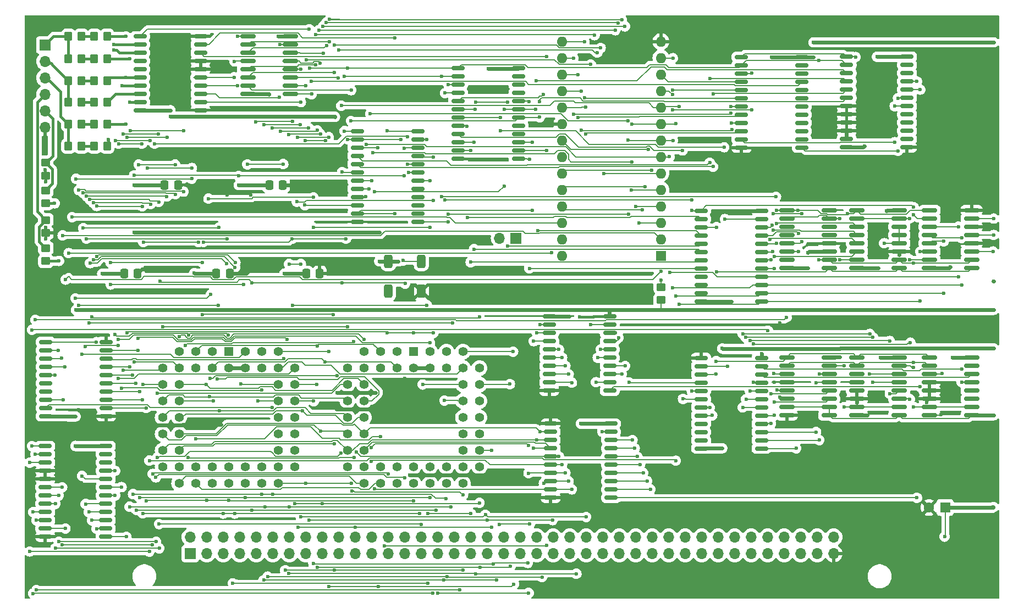
<source format=gtl>
G04 #@! TF.GenerationSoftware,KiCad,Pcbnew,8.0.4-8.0.4-0~ubuntu22.04.1*
G04 #@! TF.CreationDate,2024-07-29T10:16:42-04:00*
G04 #@! TF.ProjectId,HW_VGA,48575f56-4741-42e6-9b69-6361645f7063,1*
G04 #@! TF.SameCoordinates,Original*
G04 #@! TF.FileFunction,Copper,L1,Top*
G04 #@! TF.FilePolarity,Positive*
%FSLAX46Y46*%
G04 Gerber Fmt 4.6, Leading zero omitted, Abs format (unit mm)*
G04 Created by KiCad (PCBNEW 8.0.4-8.0.4-0~ubuntu22.04.1) date 2024-07-29 10:16:42*
%MOMM*%
%LPD*%
G01*
G04 APERTURE LIST*
G04 Aperture macros list*
%AMRoundRect*
0 Rectangle with rounded corners*
0 $1 Rounding radius*
0 $2 $3 $4 $5 $6 $7 $8 $9 X,Y pos of 4 corners*
0 Add a 4 corners polygon primitive as box body*
4,1,4,$2,$3,$4,$5,$6,$7,$8,$9,$2,$3,0*
0 Add four circle primitives for the rounded corners*
1,1,$1+$1,$2,$3*
1,1,$1+$1,$4,$5*
1,1,$1+$1,$6,$7*
1,1,$1+$1,$8,$9*
0 Add four rect primitives between the rounded corners*
20,1,$1+$1,$2,$3,$4,$5,0*
20,1,$1+$1,$4,$5,$6,$7,0*
20,1,$1+$1,$6,$7,$8,$9,0*
20,1,$1+$1,$8,$9,$2,$3,0*%
G04 Aperture macros list end*
G04 #@! TA.AperFunction,SMDPad,CuDef*
%ADD10RoundRect,0.250000X0.350000X0.450000X-0.350000X0.450000X-0.350000X-0.450000X0.350000X-0.450000X0*%
G04 #@! TD*
G04 #@! TA.AperFunction,SMDPad,CuDef*
%ADD11RoundRect,0.150000X-0.875000X-0.150000X0.875000X-0.150000X0.875000X0.150000X-0.875000X0.150000X0*%
G04 #@! TD*
G04 #@! TA.AperFunction,SMDPad,CuDef*
%ADD12RoundRect,0.250000X-0.350000X-0.450000X0.350000X-0.450000X0.350000X0.450000X-0.350000X0.450000X0*%
G04 #@! TD*
G04 #@! TA.AperFunction,SMDPad,CuDef*
%ADD13RoundRect,0.325000X-0.325000X-0.725000X0.325000X-0.725000X0.325000X0.725000X-0.325000X0.725000X0*%
G04 #@! TD*
G04 #@! TA.AperFunction,ComponentPad*
%ADD14R,1.422400X1.422400*%
G04 #@! TD*
G04 #@! TA.AperFunction,ComponentPad*
%ADD15C,1.422400*%
G04 #@! TD*
G04 #@! TA.AperFunction,SMDPad,CuDef*
%ADD16RoundRect,0.150000X0.875000X0.150000X-0.875000X0.150000X-0.875000X-0.150000X0.875000X-0.150000X0*%
G04 #@! TD*
G04 #@! TA.AperFunction,SMDPad,CuDef*
%ADD17RoundRect,0.150000X1.050000X0.150000X-1.050000X0.150000X-1.050000X-0.150000X1.050000X-0.150000X0*%
G04 #@! TD*
G04 #@! TA.AperFunction,SMDPad,CuDef*
%ADD18RoundRect,0.250000X0.450000X-0.350000X0.450000X0.350000X-0.450000X0.350000X-0.450000X-0.350000X0*%
G04 #@! TD*
G04 #@! TA.AperFunction,SMDPad,CuDef*
%ADD19RoundRect,0.250000X-0.450000X0.350000X-0.450000X-0.350000X0.450000X-0.350000X0.450000X0.350000X0*%
G04 #@! TD*
G04 #@! TA.AperFunction,SMDPad,CuDef*
%ADD20RoundRect,0.250000X-0.337500X-0.475000X0.337500X-0.475000X0.337500X0.475000X-0.337500X0.475000X0*%
G04 #@! TD*
G04 #@! TA.AperFunction,ComponentPad*
%ADD21R,1.600000X1.600000*%
G04 #@! TD*
G04 #@! TA.AperFunction,ComponentPad*
%ADD22O,1.600000X1.600000*%
G04 #@! TD*
G04 #@! TA.AperFunction,SMDPad,CuDef*
%ADD23RoundRect,0.150000X-1.050000X-0.150000X1.050000X-0.150000X1.050000X0.150000X-1.050000X0.150000X0*%
G04 #@! TD*
G04 #@! TA.AperFunction,ComponentPad*
%ADD24R,1.700000X1.700000*%
G04 #@! TD*
G04 #@! TA.AperFunction,ComponentPad*
%ADD25O,1.700000X1.700000*%
G04 #@! TD*
G04 #@! TA.AperFunction,ComponentPad*
%ADD26C,1.600000*%
G04 #@! TD*
G04 #@! TA.AperFunction,ViaPad*
%ADD27C,0.600000*%
G04 #@! TD*
G04 #@! TA.AperFunction,Conductor*
%ADD28C,0.150000*%
G04 #@! TD*
G04 #@! TA.AperFunction,Conductor*
%ADD29C,0.600000*%
G04 #@! TD*
G04 #@! TA.AperFunction,Conductor*
%ADD30C,0.400000*%
G04 #@! TD*
G04 #@! TA.AperFunction,Conductor*
%ADD31C,0.127000*%
G04 #@! TD*
G04 APERTURE END LIST*
D10*
X76200000Y-68500000D03*
X74200000Y-68500000D03*
D11*
X114700000Y-76277500D03*
X114700000Y-77547500D03*
X114700000Y-78817500D03*
X114700000Y-80087500D03*
X114700000Y-81357500D03*
X114700000Y-82627500D03*
X114700000Y-83897500D03*
X114700000Y-85167500D03*
X114700000Y-86437500D03*
X114700000Y-87707500D03*
X114700000Y-88977500D03*
X114700000Y-90247500D03*
X124000000Y-90247500D03*
X124000000Y-88977500D03*
X124000000Y-87707500D03*
X124000000Y-86437500D03*
X124000000Y-85167500D03*
X124000000Y-83897500D03*
X124000000Y-82627500D03*
X124000000Y-81357500D03*
X124000000Y-80087500D03*
X124000000Y-78817500D03*
X124000000Y-77547500D03*
X124000000Y-76277500D03*
D12*
X74200000Y-65100000D03*
X76200000Y-65100000D03*
D13*
X119470000Y-100950000D03*
X124550000Y-100950000D03*
X124550000Y-96350000D03*
X119470000Y-96350000D03*
D14*
X94880000Y-110270000D03*
D15*
X94880000Y-112810000D03*
X92340000Y-110270000D03*
X92340000Y-112810000D03*
X89800000Y-110270000D03*
X89800000Y-112810000D03*
X87260000Y-110270000D03*
X84720000Y-112810000D03*
X87260000Y-112810000D03*
X84720000Y-115350000D03*
X87260000Y-115350000D03*
X84720000Y-117890000D03*
X87260000Y-117890000D03*
X84720000Y-120430000D03*
X87260000Y-120430000D03*
X84720000Y-122970000D03*
X87260000Y-122970000D03*
X84720000Y-125510000D03*
X87260000Y-125510000D03*
X84720000Y-128050000D03*
X87260000Y-130590000D03*
X87260000Y-128050000D03*
X89800000Y-130590000D03*
X89800000Y-128050000D03*
X92340000Y-130590000D03*
X92340000Y-128050000D03*
X94880000Y-130590000D03*
X94880000Y-128050000D03*
X97420000Y-130590000D03*
X97420000Y-128050000D03*
X99960000Y-130590000D03*
X99960000Y-128050000D03*
X102500000Y-130590000D03*
X105040000Y-128050000D03*
X102500000Y-128050000D03*
X105040000Y-125510000D03*
X102500000Y-125510000D03*
X105040000Y-122970000D03*
X102500000Y-122970000D03*
X105040000Y-120430000D03*
X102500000Y-120430000D03*
X105040000Y-117890000D03*
X102500000Y-117890000D03*
X105040000Y-115350000D03*
X102500000Y-115350000D03*
X105040000Y-112810000D03*
X102500000Y-110270000D03*
X102500000Y-112810000D03*
X99960000Y-110270000D03*
X99960000Y-112810000D03*
X97420000Y-110270000D03*
X97420000Y-112810000D03*
D10*
X72200000Y-68500000D03*
X70200000Y-68500000D03*
D16*
X90550000Y-73105000D03*
X90550000Y-71835000D03*
X90550000Y-70565000D03*
X90550000Y-69295000D03*
X90550000Y-68025000D03*
X90550000Y-66755000D03*
X90550000Y-65485000D03*
X90550000Y-64215000D03*
X90550000Y-62945000D03*
X90550000Y-61675000D03*
X81250000Y-61675000D03*
X81250000Y-62945000D03*
X81250000Y-64215000D03*
X81250000Y-65485000D03*
X81250000Y-66755000D03*
X81250000Y-68025000D03*
X81250000Y-69295000D03*
X81250000Y-70565000D03*
X81250000Y-71835000D03*
X81250000Y-73105000D03*
D11*
X190025000Y-64830000D03*
X190025000Y-66100000D03*
X190025000Y-67370000D03*
X190025000Y-68640000D03*
X190025000Y-69910000D03*
X190025000Y-71180000D03*
X190025000Y-72450000D03*
X190025000Y-73720000D03*
X190025000Y-74990000D03*
X190025000Y-76260000D03*
X190025000Y-77530000D03*
X190025000Y-78800000D03*
X199325000Y-78800000D03*
X199325000Y-77530000D03*
X199325000Y-76260000D03*
X199325000Y-74990000D03*
X199325000Y-73720000D03*
X199325000Y-72450000D03*
X199325000Y-71180000D03*
X199325000Y-69910000D03*
X199325000Y-68640000D03*
X199325000Y-67370000D03*
X199325000Y-66100000D03*
X199325000Y-64830000D03*
D10*
X72200000Y-75200000D03*
X70200000Y-75200000D03*
D17*
X209275000Y-97385000D03*
X209275000Y-96115000D03*
X209275000Y-94845000D03*
X209275000Y-93575000D03*
X209275000Y-92305000D03*
X209275000Y-91035000D03*
X209275000Y-89765000D03*
X209275000Y-88495000D03*
X202775000Y-88495000D03*
X202775000Y-89765000D03*
X202775000Y-91035000D03*
X202775000Y-92305000D03*
X202775000Y-93575000D03*
X202775000Y-94845000D03*
X202775000Y-96115000D03*
X202775000Y-97385000D03*
D12*
X74200000Y-78600000D03*
X76200000Y-78600000D03*
D18*
X66725000Y-96325000D03*
X66725000Y-94325000D03*
D19*
X66725000Y-81150000D03*
X66725000Y-83150000D03*
D16*
X176925000Y-125220000D03*
X176925000Y-123950000D03*
X176925000Y-122680000D03*
X176925000Y-121410000D03*
X176925000Y-120140000D03*
X176925000Y-118870000D03*
X176925000Y-117600000D03*
X176925000Y-116330000D03*
X176925000Y-115060000D03*
X176925000Y-113790000D03*
X176925000Y-112520000D03*
X176925000Y-111250000D03*
X167625000Y-111250000D03*
X167625000Y-112520000D03*
X167625000Y-113790000D03*
X167625000Y-115060000D03*
X167625000Y-116330000D03*
X167625000Y-117600000D03*
X167625000Y-118870000D03*
X167625000Y-120140000D03*
X167625000Y-121410000D03*
X167625000Y-122680000D03*
X167625000Y-123950000D03*
X167625000Y-125220000D03*
D20*
X101162500Y-84600000D03*
X103237500Y-84600000D03*
D10*
X76200000Y-75200000D03*
X74200000Y-75200000D03*
D11*
X144250000Y-104885000D03*
X144250000Y-106155000D03*
X144250000Y-107425000D03*
X144250000Y-108695000D03*
X144250000Y-109965000D03*
X144250000Y-111235000D03*
X144250000Y-112505000D03*
X144250000Y-113775000D03*
X144250000Y-115045000D03*
X144250000Y-116315000D03*
X153550000Y-116315000D03*
X153550000Y-115045000D03*
X153550000Y-113775000D03*
X153550000Y-112505000D03*
X153550000Y-111235000D03*
X153550000Y-109965000D03*
X153550000Y-108695000D03*
X153550000Y-107425000D03*
X153550000Y-106155000D03*
X153550000Y-104885000D03*
D21*
X161425000Y-95500000D03*
D22*
X161425000Y-92960000D03*
X161425000Y-90420000D03*
X161425000Y-87880000D03*
X161425000Y-85340000D03*
X161425000Y-82800000D03*
X161425000Y-80260000D03*
X161425000Y-77720000D03*
X161425000Y-75180000D03*
X161425000Y-72640000D03*
X161425000Y-70100000D03*
X161425000Y-67560000D03*
X161425000Y-65020000D03*
X161425000Y-62480000D03*
X146185000Y-62480000D03*
X146185000Y-65020000D03*
X146185000Y-67560000D03*
X146185000Y-70100000D03*
X146185000Y-72640000D03*
X146185000Y-75180000D03*
X146185000Y-77720000D03*
X146185000Y-80260000D03*
X146185000Y-82800000D03*
X146185000Y-85340000D03*
X146185000Y-87880000D03*
X146185000Y-90420000D03*
X146185000Y-92960000D03*
X146185000Y-95500000D03*
D14*
X123340000Y-110270000D03*
D15*
X123340000Y-112810000D03*
X120800000Y-110270000D03*
X120800000Y-112810000D03*
X118260000Y-110270000D03*
X118260000Y-112810000D03*
X115720000Y-110270000D03*
X113180000Y-112810000D03*
X115720000Y-112810000D03*
X113180000Y-115350000D03*
X115720000Y-115350000D03*
X113180000Y-117890000D03*
X115720000Y-117890000D03*
X113180000Y-120430000D03*
X115720000Y-120430000D03*
X113180000Y-122970000D03*
X115720000Y-122970000D03*
X113180000Y-125510000D03*
X115720000Y-125510000D03*
X113180000Y-128050000D03*
X115720000Y-130590000D03*
X115720000Y-128050000D03*
X118260000Y-130590000D03*
X118260000Y-128050000D03*
X120800000Y-130590000D03*
X120800000Y-128050000D03*
X123340000Y-130590000D03*
X123340000Y-128050000D03*
X125880000Y-130590000D03*
X125880000Y-128050000D03*
X128420000Y-130590000D03*
X128420000Y-128050000D03*
X130960000Y-130590000D03*
X133500000Y-128050000D03*
X130960000Y-128050000D03*
X133500000Y-125510000D03*
X130960000Y-125510000D03*
X133500000Y-122970000D03*
X130960000Y-122970000D03*
X133500000Y-120430000D03*
X130960000Y-120430000D03*
X133500000Y-117890000D03*
X130960000Y-117890000D03*
X133500000Y-115350000D03*
X130960000Y-115350000D03*
X133500000Y-112810000D03*
X130960000Y-110270000D03*
X130960000Y-112810000D03*
X128420000Y-110270000D03*
X128420000Y-112810000D03*
X125880000Y-110270000D03*
X125880000Y-112810000D03*
D23*
X191625000Y-111210000D03*
X191625000Y-112480000D03*
X191625000Y-113750000D03*
X191625000Y-115020000D03*
X191625000Y-116290000D03*
X191625000Y-117560000D03*
X191625000Y-118830000D03*
X191625000Y-120100000D03*
X198125000Y-120100000D03*
X198125000Y-118830000D03*
X198125000Y-117560000D03*
X198125000Y-116290000D03*
X198125000Y-115020000D03*
X198125000Y-113750000D03*
X198125000Y-112480000D03*
X198125000Y-111210000D03*
D20*
X92992500Y-98250000D03*
X95067500Y-98250000D03*
D17*
X104350000Y-70600000D03*
X104350000Y-69330000D03*
X104350000Y-68060000D03*
X104350000Y-66790000D03*
X104350000Y-65520000D03*
X104350000Y-64250000D03*
X104350000Y-62980000D03*
X104350000Y-61710000D03*
X97850000Y-61710000D03*
X97850000Y-62980000D03*
X97850000Y-64250000D03*
X97850000Y-65520000D03*
X97850000Y-66790000D03*
X97850000Y-68060000D03*
X97850000Y-69330000D03*
X97850000Y-70600000D03*
D16*
X76025000Y-120250000D03*
X76025000Y-118980000D03*
X76025000Y-117710000D03*
X76025000Y-116440000D03*
X76025000Y-115170000D03*
X76025000Y-113900000D03*
X76025000Y-112630000D03*
X76025000Y-111360000D03*
X76025000Y-110090000D03*
X76025000Y-108820000D03*
X66725000Y-108820000D03*
X66725000Y-110090000D03*
X66725000Y-111360000D03*
X66725000Y-112630000D03*
X66725000Y-113900000D03*
X66725000Y-115170000D03*
X66725000Y-116440000D03*
X66725000Y-117710000D03*
X66725000Y-118980000D03*
X66725000Y-120250000D03*
D23*
X202775000Y-111210000D03*
X202775000Y-112480000D03*
X202775000Y-113750000D03*
X202775000Y-115020000D03*
X202775000Y-116290000D03*
X202775000Y-117560000D03*
X202775000Y-118830000D03*
X202775000Y-120100000D03*
X209275000Y-120100000D03*
X209275000Y-118830000D03*
X209275000Y-117560000D03*
X209275000Y-116290000D03*
X209275000Y-115020000D03*
X209275000Y-113750000D03*
X209275000Y-112480000D03*
X209275000Y-111210000D03*
D12*
X70200000Y-71800000D03*
X72200000Y-71800000D03*
X70200000Y-65100000D03*
X72200000Y-65100000D03*
D10*
X76200000Y-61700000D03*
X74200000Y-61700000D03*
D23*
X180825000Y-111210000D03*
X180825000Y-112480000D03*
X180825000Y-113750000D03*
X180825000Y-115020000D03*
X180825000Y-116290000D03*
X180825000Y-117560000D03*
X180825000Y-118830000D03*
X180825000Y-120100000D03*
X187325000Y-120100000D03*
X187325000Y-118830000D03*
X187325000Y-117560000D03*
X187325000Y-116290000D03*
X187325000Y-115020000D03*
X187325000Y-113750000D03*
X187325000Y-112480000D03*
X187325000Y-111210000D03*
D24*
X88970000Y-141420000D03*
D25*
X88970000Y-138880000D03*
X91510000Y-141420000D03*
X91510000Y-138880000D03*
X94050000Y-141420000D03*
X94050000Y-138880000D03*
X96590000Y-141420000D03*
X96590000Y-138880000D03*
X99130000Y-141420000D03*
X99130000Y-138880000D03*
X101670000Y-141420000D03*
X101670000Y-138880000D03*
X104210000Y-141420000D03*
X104210000Y-138880000D03*
X106750000Y-141420000D03*
X106750000Y-138880000D03*
X109290000Y-141420000D03*
X109290000Y-138880000D03*
X111830000Y-141420000D03*
X111830000Y-138880000D03*
X114370000Y-141420000D03*
X114370000Y-138880000D03*
X116910000Y-141420000D03*
X116910000Y-138880000D03*
X119450000Y-141420000D03*
X119450000Y-138880000D03*
X121990000Y-141420000D03*
X121990000Y-138880000D03*
X124530000Y-141420000D03*
X124530000Y-138880000D03*
X127070000Y-141420000D03*
X127070000Y-138880000D03*
X129610000Y-141420000D03*
X129610000Y-138880000D03*
X132150000Y-141420000D03*
X132150000Y-138880000D03*
X134690000Y-141420000D03*
X134690000Y-138880000D03*
X137230000Y-141420000D03*
X137230000Y-138880000D03*
X139770000Y-141420000D03*
X139770000Y-138880000D03*
X142310000Y-141420000D03*
X142310000Y-138880000D03*
X144850000Y-141420000D03*
X144850000Y-138880000D03*
X147390000Y-141420000D03*
X147390000Y-138880000D03*
X149930000Y-141420000D03*
X149930000Y-138880000D03*
X152470000Y-141420000D03*
X152470000Y-138880000D03*
X155010000Y-141420000D03*
X155010000Y-138880000D03*
X157550000Y-141420000D03*
X157550000Y-138880000D03*
X160090000Y-141420000D03*
X160090000Y-138880000D03*
X162630000Y-141420000D03*
X162630000Y-138880000D03*
X165170000Y-141420000D03*
X165170000Y-138880000D03*
X167710000Y-141420000D03*
X167710000Y-138880000D03*
X170250000Y-141420000D03*
X170250000Y-138880000D03*
X172790000Y-141420000D03*
X172790000Y-138880000D03*
X175330000Y-141420000D03*
X175330000Y-138880000D03*
X177870000Y-141420000D03*
X177870000Y-138880000D03*
X180410000Y-141420000D03*
X180410000Y-138880000D03*
X182950000Y-141420000D03*
X182950000Y-138880000D03*
X185490000Y-141420000D03*
X185490000Y-138880000D03*
X188030000Y-141420000D03*
X188030000Y-138880000D03*
D17*
X187325000Y-97385000D03*
X187325000Y-96115000D03*
X187325000Y-94845000D03*
X187325000Y-93575000D03*
X187325000Y-92305000D03*
X187325000Y-91035000D03*
X187325000Y-89765000D03*
X187325000Y-88495000D03*
X180825000Y-88495000D03*
X180825000Y-89765000D03*
X180825000Y-91035000D03*
X180825000Y-92305000D03*
X180825000Y-93575000D03*
X180825000Y-94845000D03*
X180825000Y-96115000D03*
X180825000Y-97385000D03*
D10*
X72200000Y-61700000D03*
X70200000Y-61700000D03*
D18*
X66725000Y-87425000D03*
X66725000Y-85425000D03*
X161450000Y-102325000D03*
X161450000Y-100325000D03*
D11*
X144450000Y-121395000D03*
X144450000Y-122665000D03*
X144450000Y-123935000D03*
X144450000Y-125205000D03*
X144450000Y-126475000D03*
X144450000Y-127745000D03*
X144450000Y-129015000D03*
X144450000Y-130285000D03*
X144450000Y-131555000D03*
X144450000Y-132825000D03*
X153750000Y-132825000D03*
X153750000Y-131555000D03*
X153750000Y-130285000D03*
X153750000Y-129015000D03*
X153750000Y-127745000D03*
X153750000Y-126475000D03*
X153750000Y-125205000D03*
X153750000Y-123935000D03*
X153750000Y-122665000D03*
X153750000Y-121395000D03*
D24*
X66600000Y-63020000D03*
D25*
X66600000Y-65560000D03*
X66600000Y-68100000D03*
X66600000Y-70640000D03*
X66600000Y-73180000D03*
X66600000Y-75720000D03*
D12*
X74200000Y-71800000D03*
X76200000Y-71800000D03*
D19*
X66725000Y-90000000D03*
X66725000Y-92000000D03*
D16*
X176925000Y-102525000D03*
X176925000Y-101255000D03*
X176925000Y-99985000D03*
X176925000Y-98715000D03*
X176925000Y-97445000D03*
X176925000Y-96175000D03*
X176925000Y-94905000D03*
X176925000Y-93635000D03*
X176925000Y-92365000D03*
X176925000Y-91095000D03*
X176925000Y-89825000D03*
X176925000Y-88555000D03*
X167625000Y-88555000D03*
X167625000Y-89825000D03*
X167625000Y-91095000D03*
X167625000Y-92365000D03*
X167625000Y-93635000D03*
X167625000Y-94905000D03*
X167625000Y-96175000D03*
X167625000Y-97445000D03*
X167625000Y-98715000D03*
X167625000Y-99985000D03*
X167625000Y-101255000D03*
X167625000Y-102525000D03*
D20*
X106817500Y-98250000D03*
X108892500Y-98250000D03*
D11*
X130200000Y-66605000D03*
X130200000Y-67875000D03*
X130200000Y-69145000D03*
X130200000Y-70415000D03*
X130200000Y-71685000D03*
X130200000Y-72955000D03*
X130200000Y-74225000D03*
X130200000Y-75495000D03*
X130200000Y-76765000D03*
X130200000Y-78035000D03*
X130200000Y-79305000D03*
X130200000Y-80575000D03*
X139500000Y-80575000D03*
X139500000Y-79305000D03*
X139500000Y-78035000D03*
X139500000Y-76765000D03*
X139500000Y-75495000D03*
X139500000Y-74225000D03*
X139500000Y-72955000D03*
X139500000Y-71685000D03*
X139500000Y-70415000D03*
X139500000Y-69145000D03*
X139500000Y-67875000D03*
X139500000Y-66605000D03*
D20*
X85027500Y-84600000D03*
X87102500Y-84600000D03*
D11*
X173825000Y-64870000D03*
X173825000Y-66140000D03*
X173825000Y-67410000D03*
X173825000Y-68680000D03*
X173825000Y-69950000D03*
X173825000Y-71220000D03*
X173825000Y-72490000D03*
X173825000Y-73760000D03*
X173825000Y-75030000D03*
X173825000Y-76300000D03*
X173825000Y-77570000D03*
X173825000Y-78840000D03*
X183125000Y-78840000D03*
X183125000Y-77570000D03*
X183125000Y-76300000D03*
X183125000Y-75030000D03*
X183125000Y-73760000D03*
X183125000Y-72490000D03*
X183125000Y-71220000D03*
X183125000Y-69950000D03*
X183125000Y-68680000D03*
X183125000Y-67410000D03*
X183125000Y-66140000D03*
X183125000Y-64870000D03*
D20*
X78792500Y-98250000D03*
X80867500Y-98250000D03*
D11*
X66650000Y-124855000D03*
X66650000Y-126125000D03*
X66650000Y-127395000D03*
X66650000Y-128665000D03*
X66650000Y-129935000D03*
X66650000Y-131205000D03*
X66650000Y-132475000D03*
X66650000Y-133745000D03*
X66650000Y-135015000D03*
X66650000Y-136285000D03*
X66650000Y-137555000D03*
X66650000Y-138825000D03*
X75950000Y-138825000D03*
X75950000Y-137555000D03*
X75950000Y-136285000D03*
X75950000Y-135015000D03*
X75950000Y-133745000D03*
X75950000Y-132475000D03*
X75950000Y-131205000D03*
X75950000Y-129935000D03*
X75950000Y-128665000D03*
X75950000Y-127395000D03*
X75950000Y-126125000D03*
X75950000Y-124855000D03*
D24*
X139140000Y-92800000D03*
D25*
X136600000Y-92800000D03*
D17*
X198125000Y-97385000D03*
X198125000Y-96115000D03*
X198125000Y-94845000D03*
X198125000Y-93575000D03*
X198125000Y-92305000D03*
X198125000Y-91035000D03*
X198125000Y-89765000D03*
X198125000Y-88495000D03*
X191625000Y-88495000D03*
X191625000Y-89765000D03*
X191625000Y-91035000D03*
X191625000Y-92305000D03*
X191625000Y-93575000D03*
X191625000Y-94845000D03*
X191625000Y-96115000D03*
X191625000Y-97385000D03*
D12*
X70200000Y-78600000D03*
X72200000Y-78600000D03*
D21*
X205200000Y-134320000D03*
D26*
X202700000Y-134320000D03*
D27*
X199125000Y-60300000D03*
X188625000Y-60375000D03*
X173500000Y-60300000D03*
X166825000Y-60300000D03*
X184925000Y-64850000D03*
X134900000Y-66650000D03*
X205100000Y-138800000D03*
X111250000Y-74100000D03*
X194875000Y-97400000D03*
X89575000Y-103850000D03*
X96175000Y-103850000D03*
X118075000Y-96350000D03*
X103450000Y-98250000D03*
X212550000Y-94850000D03*
X80300000Y-84600000D03*
X205975000Y-97250000D03*
X170875000Y-109800000D03*
X103300000Y-103850000D03*
X189000000Y-111150000D03*
X96475000Y-91875000D03*
X184925000Y-62600000D03*
X148900000Y-104900000D03*
X121012500Y-96362500D03*
X111250000Y-91875000D03*
X119250000Y-76250000D03*
X212625000Y-134250000D03*
X189000000Y-109850000D03*
X89600000Y-98175000D03*
X118075000Y-103850000D03*
X212650000Y-109775000D03*
X133525000Y-103850000D03*
X206325000Y-109775000D03*
X194705000Y-64830000D03*
X85900000Y-74050000D03*
X101100000Y-70625000D03*
X206325000Y-111175000D03*
X149100000Y-121375000D03*
X71300000Y-124825000D03*
X71300000Y-120275000D03*
X184050000Y-109850000D03*
X146175000Y-103850000D03*
X212650000Y-62600000D03*
X172275000Y-102525000D03*
X75375000Y-103850000D03*
X184075000Y-103850000D03*
X195225000Y-109775000D03*
X194675000Y-62600000D03*
X184075000Y-97375000D03*
X212650000Y-92300000D03*
X178475000Y-64850000D03*
X194850000Y-103850000D03*
X172250000Y-103850000D03*
X195800000Y-93575000D03*
X70125000Y-120250000D03*
X80300000Y-91875000D03*
X195225000Y-111175000D03*
X184075000Y-95000000D03*
X212650000Y-120100000D03*
X205975000Y-103850000D03*
X75425000Y-98275000D03*
X153450000Y-103850000D03*
X212650000Y-89775000D03*
X124675000Y-103850000D03*
X170875000Y-125175000D03*
X101125000Y-74067000D03*
X71375000Y-103875000D03*
X212650000Y-99425000D03*
X212650000Y-103825000D03*
X118075000Y-91875000D03*
X85900000Y-73075000D03*
X96425000Y-84600000D03*
X209175000Y-132150000D03*
X105350000Y-84575000D03*
X135450000Y-118125000D03*
X185275000Y-135125000D03*
X196200000Y-88573000D03*
X199200000Y-128200000D03*
X188250000Y-88475000D03*
X121825000Y-120600000D03*
X66700000Y-91125000D03*
X188225000Y-91025000D03*
X144000000Y-100750000D03*
X81025000Y-142600000D03*
X98275000Y-86150000D03*
X130900000Y-80575000D03*
X192700000Y-72800000D03*
X67650000Y-99150000D03*
X94675000Y-86175000D03*
X130275000Y-96450000D03*
X178875000Y-115000000D03*
X188150000Y-93575000D03*
X188625000Y-83025000D03*
X210625000Y-106750000D03*
X122025000Y-114425000D03*
X122750000Y-129325000D03*
X161850000Y-135125000D03*
X211700000Y-93550000D03*
X115375000Y-90250000D03*
X192750000Y-76425000D03*
X178825000Y-113675000D03*
X66700000Y-92950000D03*
X72200000Y-142600000D03*
X175100000Y-88750000D03*
X198900000Y-106675000D03*
X203275000Y-106675000D03*
X130275000Y-97850000D03*
X117175000Y-70625000D03*
X73450000Y-100725000D03*
X204575000Y-120025000D03*
X135075000Y-102300000D03*
X187275000Y-74925000D03*
X175650000Y-135125000D03*
X69000000Y-122900000D03*
X203075000Y-124100000D03*
X179450000Y-135125000D03*
X193200000Y-120100000D03*
X148675000Y-100750000D03*
X72025000Y-137625000D03*
X139700000Y-129325000D03*
X204700000Y-113625000D03*
X133000000Y-69750000D03*
X179725000Y-105900000D03*
X88150000Y-97625000D03*
X203525000Y-83025000D03*
X192525000Y-115025000D03*
X107900000Y-81525000D03*
X93725000Y-121500000D03*
X135125000Y-108850000D03*
X66600000Y-82250000D03*
X198125000Y-95388001D03*
X199125000Y-83025000D03*
X161850000Y-128950000D03*
X123900000Y-70625000D03*
X131425000Y-102300000D03*
X192100000Y-140375000D03*
X199125000Y-134975000D03*
X208050000Y-60300000D03*
X67700000Y-103000000D03*
X184450000Y-105850000D03*
X196550000Y-67100000D03*
X80900000Y-137525000D03*
X144000000Y-102300000D03*
X102525000Y-61702000D03*
X117500000Y-119200000D03*
X148675000Y-102300000D03*
X66700000Y-84100000D03*
X71821000Y-119275000D03*
X111500000Y-119200000D03*
X111600000Y-116625000D03*
X162550000Y-108775000D03*
X136850000Y-69850000D03*
X86700000Y-97600000D03*
X179325000Y-116200000D03*
X85900000Y-62075000D03*
X98850000Y-82275000D03*
X192225000Y-135075000D03*
X202350000Y-118103001D03*
X138175000Y-102300000D03*
X135075000Y-100750000D03*
X191600000Y-118103001D03*
X76025000Y-122850000D03*
X85875000Y-59250000D03*
X203125000Y-128150000D03*
X86725000Y-101000000D03*
X176925000Y-110577000D03*
X69025000Y-121575000D03*
X162525000Y-113075000D03*
X117500000Y-116625000D03*
X183150000Y-83025000D03*
X211700000Y-91000000D03*
X130275000Y-93450000D03*
X208050000Y-64800000D03*
X179700000Y-117294000D03*
X209400000Y-137025000D03*
X193575000Y-83025000D03*
X166825000Y-84075000D03*
X165450000Y-135125000D03*
X185275000Y-128950000D03*
X188200000Y-92300000D03*
X199200000Y-124125000D03*
X135225000Y-112350000D03*
X101750000Y-82325000D03*
X175650000Y-128950000D03*
X104090000Y-87700000D03*
X192750000Y-78575000D03*
X192725000Y-66000000D03*
X162425000Y-117625000D03*
X199150000Y-140525000D03*
X101950000Y-97525000D03*
X173500000Y-84075000D03*
X179450000Y-128950000D03*
X98350000Y-97525000D03*
X147350000Y-104850000D03*
X165450000Y-128950000D03*
X138175000Y-100750000D03*
X131425000Y-100750000D03*
X105350000Y-81575000D03*
X192450000Y-113750000D03*
X136575000Y-136900000D03*
X127075000Y-147533000D03*
X141075000Y-147500000D03*
X141250000Y-136875000D03*
X82675000Y-141106000D03*
X64275000Y-127400000D03*
X64283931Y-141100000D03*
X82675000Y-127075000D03*
X163725000Y-127100000D03*
X121975000Y-129725000D03*
X68727000Y-132477000D03*
X83675000Y-129675000D03*
X68725000Y-139600000D03*
X83700000Y-139600000D03*
X108500000Y-143502000D03*
X133625000Y-143502000D03*
X138175000Y-115300000D03*
X138275000Y-143350000D03*
X108475000Y-115375000D03*
X96775000Y-115300000D03*
X95525000Y-146000000D03*
X124750000Y-115350000D03*
X132175000Y-135264000D03*
X125550000Y-146012000D03*
X125575000Y-135264000D03*
X81675000Y-135225000D03*
X124250000Y-135264000D03*
X95825000Y-135250000D03*
X81650000Y-117725000D03*
X94050000Y-135250000D03*
X65300000Y-136300000D03*
X130475000Y-147016000D03*
X65300000Y-147050000D03*
X98450000Y-134750000D03*
X126800000Y-134762000D03*
X80625000Y-115175000D03*
X80675000Y-134700000D03*
X84177000Y-136873000D03*
X84200000Y-140600000D03*
X68225000Y-140600000D03*
X124550000Y-136900000D03*
X68225000Y-133750000D03*
X119450000Y-129174800D03*
X83187245Y-129135902D03*
X69250450Y-131200450D03*
X83168518Y-140102000D03*
X69250450Y-140102430D03*
X106752000Y-130575000D03*
X113820032Y-130604968D03*
X130975000Y-132375000D03*
X113873752Y-131750000D03*
X103350000Y-111375000D03*
X104225000Y-134260000D03*
X129125000Y-134260000D03*
X79625000Y-112625000D03*
X100500000Y-134260000D03*
X79625000Y-134200000D03*
X177900000Y-107052659D03*
X64623000Y-124850000D03*
X64623000Y-106925000D03*
X111175000Y-144004000D03*
X131000000Y-144004000D03*
X103600000Y-144000000D03*
X133500000Y-133600000D03*
X80975000Y-108256000D03*
X105050000Y-133758000D03*
X109300000Y-133758000D03*
X103875000Y-108379000D03*
X80967000Y-110100000D03*
X80125000Y-113900000D03*
X128375000Y-132925000D03*
X99975000Y-132250000D03*
X80156518Y-132250000D03*
X101675000Y-132252000D03*
X107925000Y-142975000D03*
X135625000Y-143000000D03*
X107975000Y-117925000D03*
X140950000Y-142875000D03*
X65125000Y-126125000D03*
X65125000Y-105398000D03*
X180775000Y-105000000D03*
X112723000Y-76275000D03*
X112950000Y-92879000D03*
X90977003Y-93381000D03*
X104675000Y-92879000D03*
X191400000Y-64875000D03*
X182550000Y-88495000D03*
X76700000Y-96525000D03*
X182250000Y-125200000D03*
X90875000Y-96525000D03*
X179150000Y-86425000D03*
X127700000Y-67875000D03*
X179272975Y-88495000D03*
X190175000Y-88997000D03*
X112700000Y-67850000D03*
X127684962Y-86359902D03*
X144750000Y-136277000D03*
X134700000Y-136275000D03*
X107275000Y-136268000D03*
X128550000Y-145008000D03*
X100875000Y-144975000D03*
X143125000Y-145027000D03*
X135350000Y-137402000D03*
X105600000Y-137375000D03*
X114375000Y-137402000D03*
X135377000Y-125500000D03*
X148425000Y-144525000D03*
X104158499Y-144506000D03*
X132950000Y-144525000D03*
X82200000Y-118975000D03*
X94875000Y-133250000D03*
X82164518Y-133275000D03*
X123350000Y-133256000D03*
X91500000Y-133250000D03*
X64785931Y-147564069D03*
X64800000Y-135025000D03*
X126300000Y-147533000D03*
X81150000Y-116425000D03*
X81160518Y-132750000D03*
X125875000Y-132754000D03*
X97425000Y-132750000D03*
X138800000Y-146125000D03*
X110325000Y-146529000D03*
X110350000Y-110275000D03*
X138675000Y-110300000D03*
X117950000Y-146529000D03*
X100300000Y-145525000D03*
X128024550Y-145510430D03*
X136125000Y-145529000D03*
X99375000Y-117875000D03*
X128100000Y-117825000D03*
X149925000Y-135775000D03*
X134400000Y-135425000D03*
X105975000Y-135766000D03*
X141125000Y-71725000D03*
X78446000Y-69325000D03*
X76325000Y-77575000D03*
X79073000Y-68025000D03*
X79075000Y-61700000D03*
X79075000Y-75200000D03*
X79700000Y-65100000D03*
X79700000Y-71825000D03*
X77200000Y-63800000D03*
X68773000Y-96300000D03*
X68100000Y-87425000D03*
X77175000Y-62975000D03*
X69773000Y-99177000D03*
X161425000Y-97947000D03*
X161450000Y-99300000D03*
X68627000Y-110100000D03*
X207725000Y-115000000D03*
X207725000Y-112975000D03*
X196675000Y-108646000D03*
X175125000Y-108600000D03*
X196675000Y-116775000D03*
X175125000Y-116325000D03*
X185825000Y-123925000D03*
X185825000Y-113750000D03*
X174037245Y-107560902D03*
X174025000Y-118875000D03*
X193571000Y-113750000D03*
X193589735Y-107554659D03*
X178375000Y-121400000D03*
X178375000Y-116800000D03*
X166175000Y-88550000D03*
X200325000Y-88000000D03*
X166175000Y-116325000D03*
X128198000Y-70425000D03*
X166200000Y-86900000D03*
X200300000Y-89175000D03*
X128198000Y-86875000D03*
X185323000Y-115125000D03*
X185323000Y-122675000D03*
X174550000Y-117600000D03*
X194075000Y-108096000D03*
X174525000Y-108100000D03*
X194073000Y-115046592D03*
X169954000Y-111750000D03*
X169954000Y-113750000D03*
X175675000Y-109100000D03*
X199846000Y-108900000D03*
X199750000Y-117600000D03*
X175675000Y-115000000D03*
X178877000Y-118075000D03*
X178877000Y-120125000D03*
X189627000Y-118825000D03*
X189650000Y-112480000D03*
X185750000Y-96100551D03*
X113225000Y-77550000D03*
X121425000Y-77547500D03*
X200348000Y-96617000D03*
X185750000Y-65372000D03*
X121744083Y-96242996D03*
X200348000Y-111978000D03*
X107310000Y-66600000D03*
X113225000Y-66605000D03*
X107300000Y-60600000D03*
X200348000Y-118825000D03*
X200348000Y-112705003D03*
X178876382Y-95598551D03*
X178850000Y-97450000D03*
X164225000Y-103000000D03*
X112221000Y-72375000D03*
X112350000Y-82600000D03*
X201352000Y-102500000D03*
X201352000Y-94875000D03*
X164225000Y-72548000D03*
X178375000Y-96125000D03*
X178173000Y-93000000D03*
X179250000Y-90550000D03*
X179198001Y-93602901D03*
X182600000Y-94850000D03*
X182600000Y-92039000D03*
X116000000Y-86375000D03*
X162775000Y-98100000D03*
X207250000Y-91025000D03*
X162750000Y-80250000D03*
X207244327Y-98725000D03*
X116100000Y-78350000D03*
X116675000Y-73642000D03*
X207754242Y-100027000D03*
X163225000Y-100475000D03*
X156404000Y-74675000D03*
X156404000Y-77700000D03*
X163275000Y-77725000D03*
X207746327Y-92777190D03*
X116490500Y-85175000D03*
X156975000Y-81030500D03*
X163750000Y-75150000D03*
X204977000Y-93275000D03*
X117104000Y-79600000D03*
X163725000Y-101725000D03*
X116952000Y-83897500D03*
X156975000Y-75200000D03*
X205002000Y-101275000D03*
X178675000Y-94900000D03*
X178748000Y-91525000D03*
X169975000Y-97950000D03*
X169975000Y-91100000D03*
X178574590Y-90818981D03*
X183100000Y-93325000D03*
X178750000Y-89000000D03*
X183100000Y-88997000D03*
X199725000Y-89750000D03*
X199751999Y-96100674D03*
X188975000Y-96115000D03*
X188975000Y-89775000D03*
X120475000Y-61927000D03*
X141677000Y-88475000D03*
X120450000Y-89025000D03*
X141675000Y-78025000D03*
X142773000Y-71725000D03*
X142773000Y-74144000D03*
X113727000Y-74725000D03*
X113750000Y-69975000D03*
X143800000Y-64773000D03*
X143800000Y-79275000D03*
X106808000Y-65275000D03*
X150644000Y-106150000D03*
X106775000Y-69325000D03*
X150644000Y-66025000D03*
X151700000Y-111225000D03*
X151648000Y-64175000D03*
X111850000Y-63759000D03*
X111775000Y-68075000D03*
X96275000Y-61702000D03*
X96223000Y-69297956D03*
X109396000Y-60150000D03*
X155925000Y-112500000D03*
X155902000Y-60150000D03*
X109450000Y-64261000D03*
X107632000Y-68643000D03*
X107650000Y-70600000D03*
X109898000Y-59550000D03*
X154898000Y-108125000D03*
X154849788Y-59602000D03*
X109954000Y-63100000D03*
X111150000Y-63050000D03*
X152150000Y-63475000D03*
X111125000Y-67275000D03*
X152150000Y-109950000D03*
X102725000Y-71075000D03*
X102745000Y-62980000D03*
X108250000Y-66098000D03*
X108250000Y-61425000D03*
X151225000Y-61500000D03*
X151425000Y-115000000D03*
X106000000Y-71825000D03*
X106000000Y-66725000D03*
X108950000Y-65777000D03*
X154396000Y-60750000D03*
X154396000Y-107425000D03*
X108775000Y-60725000D03*
X155400000Y-113725000D03*
X110400000Y-62500000D03*
X155400000Y-59100000D03*
X110431344Y-59048000D03*
X95773000Y-68000000D03*
X95773000Y-65525000D03*
X163250000Y-69950000D03*
X163275000Y-65050000D03*
X149150000Y-76175000D03*
X172373210Y-76098000D03*
X172325000Y-75030000D03*
X149150000Y-70125000D03*
X149650000Y-62500000D03*
X149652000Y-71136000D03*
X148625000Y-67575000D03*
X148625000Y-74177000D03*
X147950000Y-73675000D03*
X172225000Y-72490000D03*
X172225000Y-73558000D03*
X147950000Y-65025000D03*
X163250000Y-73050000D03*
X175400000Y-73050000D03*
X175450000Y-67375000D03*
X163224052Y-70676539D03*
X149825000Y-72625000D03*
X149825000Y-76702000D03*
X146725000Y-128975000D03*
X141050000Y-129025000D03*
X114200000Y-126598000D03*
X146729000Y-112475000D03*
X141025000Y-124704000D03*
X88675000Y-126598000D03*
X116872203Y-125067733D03*
X142850000Y-106150000D03*
X142850000Y-122650000D03*
X160029000Y-82298000D03*
X159825000Y-131525000D03*
X142348000Y-107425000D03*
X142350000Y-123925000D03*
X147231000Y-113775000D03*
X147225000Y-130250000D03*
X143875000Y-140175000D03*
X143400000Y-130575000D03*
X118900000Y-140200000D03*
X146225000Y-127725000D03*
X116800000Y-127204000D03*
X146227000Y-111200000D03*
X141846000Y-108675000D03*
X111150000Y-124452000D03*
X141850000Y-125200000D03*
X157775000Y-126450000D03*
X158054000Y-90450000D03*
X158700000Y-128975000D03*
X159025000Y-84838000D03*
X89800000Y-123749000D03*
X147725000Y-131525000D03*
X147733000Y-115075000D03*
X117300000Y-131400000D03*
X118300000Y-123375000D03*
X157050000Y-123925000D03*
X156850000Y-85350000D03*
X158575000Y-88450000D03*
X158225000Y-127725000D03*
X200850000Y-132825000D03*
X200850000Y-68625000D03*
X152652000Y-82825000D03*
X152400000Y-122650000D03*
X157550000Y-87925000D03*
X157400000Y-125200000D03*
X159500000Y-79100000D03*
X159300000Y-130225000D03*
X83900000Y-126598000D03*
X145725000Y-109950000D03*
X112137347Y-125966485D03*
X145725000Y-126450000D03*
X114525000Y-125750000D03*
X70248000Y-95098000D03*
X144575000Y-95000000D03*
X69125000Y-111325000D03*
X68125000Y-113875000D03*
X69325000Y-92375000D03*
X70796000Y-89550000D03*
X69650000Y-112600000D03*
X201351999Y-115696923D03*
X201352000Y-69900000D03*
X77950000Y-78250000D03*
X81550000Y-78250000D03*
X84725000Y-106421000D03*
X113175000Y-106421000D03*
X78684179Y-76709239D03*
X84075000Y-76719550D03*
X78621000Y-113175000D03*
X83900000Y-116700000D03*
X82350000Y-81952000D03*
X81725000Y-115350000D03*
X89225000Y-81975000D03*
X79725000Y-76207239D03*
X87925000Y-76200000D03*
X80350000Y-111862000D03*
X114100000Y-108702000D03*
X88225000Y-109325000D03*
X86650000Y-81450000D03*
X81050000Y-81450000D03*
X82800000Y-77725000D03*
X77448619Y-77723550D03*
X122450000Y-77150000D03*
X122450000Y-81357500D03*
X83450000Y-78225000D03*
X79200000Y-77221550D03*
X85400000Y-77225000D03*
X90250000Y-93381000D03*
X81750000Y-93381000D03*
X122600000Y-82625000D03*
X98500000Y-99700000D03*
X84300000Y-99448000D03*
X122050000Y-99800000D03*
X112350000Y-99700000D03*
X97205000Y-99950000D03*
X76725000Y-99950000D03*
X93475000Y-119377000D03*
X74043521Y-96096042D03*
X95867956Y-97274758D03*
X74046460Y-87350823D03*
X82850000Y-87550000D03*
X111550000Y-114000000D03*
X91950000Y-117250000D03*
X93300000Y-103123000D03*
X87950000Y-85625000D03*
X71800000Y-85375000D03*
X92062500Y-114437500D03*
X71800000Y-103123000D03*
X71298000Y-102075000D03*
X71400000Y-83650000D03*
X89200000Y-83625000D03*
X92125000Y-101500000D03*
X91425000Y-115325000D03*
X111000000Y-104577000D03*
X90875000Y-104577000D03*
X86660000Y-86040000D03*
X72506214Y-91254000D03*
X93371000Y-91148000D03*
X72479865Y-85833711D03*
X93162500Y-114504000D03*
X94604131Y-96720869D03*
X92550000Y-117890000D03*
X73541521Y-96650000D03*
X84125000Y-87200000D03*
X73520377Y-86849057D03*
X74575000Y-95600000D03*
X95925000Y-96550000D03*
X81575000Y-87875000D03*
X74575000Y-87850000D03*
X94625000Y-92879000D03*
X85375000Y-86350000D03*
X73000000Y-92879000D03*
X73008214Y-86333090D03*
X106000000Y-96775000D03*
X103300000Y-81375000D03*
X97750000Y-81425000D03*
X104177000Y-96775000D03*
X101575000Y-75825000D03*
X107200000Y-75796000D03*
X105900000Y-75296000D03*
X100280000Y-75320000D03*
X109000000Y-122558800D03*
X105450000Y-77275000D03*
X109750000Y-111900000D03*
X110303880Y-77224183D03*
X102850000Y-76300000D03*
X108525863Y-76167886D03*
X108500000Y-109429000D03*
X109000000Y-76719000D03*
X104100000Y-76800000D03*
X104700000Y-103123000D03*
X125400000Y-77550000D03*
X125400000Y-103123000D03*
X106250000Y-119427000D03*
X104725000Y-74794000D03*
X99050000Y-74875000D03*
X109775000Y-77723000D03*
X106650000Y-77723000D03*
X107925000Y-86498000D03*
X107900000Y-91148000D03*
X91775000Y-86700000D03*
X125902000Y-83925000D03*
X125902000Y-91148000D03*
X96425000Y-83200000D03*
X121948000Y-78900000D03*
X121925000Y-83200000D03*
X80325000Y-83100000D03*
X106625000Y-87700000D03*
X79125000Y-138825000D03*
X126400000Y-107425000D03*
X126377000Y-87000000D03*
X105375000Y-87175000D03*
X123325000Y-107425000D03*
X119325000Y-107425000D03*
X79275000Y-107425000D03*
X126400000Y-80309000D03*
X101550000Y-118925000D03*
X73850000Y-104896000D03*
X133500000Y-104925000D03*
X73850000Y-136300000D03*
X72825000Y-109500000D03*
X125875000Y-108925000D03*
X77925000Y-108427000D03*
X77925000Y-109356800D03*
X72869000Y-133775000D03*
X115725000Y-108425000D03*
X87300000Y-107979000D03*
X73359500Y-135025000D03*
X73359500Y-105900000D03*
X129325000Y-105900000D03*
X88750000Y-107702000D03*
X77400000Y-128650000D03*
X77400000Y-107675000D03*
X94825000Y-107702000D03*
X99950000Y-116225000D03*
X78425000Y-115925000D03*
X78404000Y-131175000D03*
X72323000Y-110725000D03*
X72323000Y-129450000D03*
X77902000Y-114402000D03*
X77400000Y-132475000D03*
X74550000Y-137575000D03*
X74525000Y-108825000D03*
X69398000Y-117725000D03*
X69752450Y-137550000D03*
X164754000Y-79275000D03*
X164825000Y-117575000D03*
X169325000Y-120125000D03*
X169475000Y-70550000D03*
X169452000Y-81775000D03*
X128700000Y-69150000D03*
X128700000Y-90250000D03*
X156525000Y-115025000D03*
X128700000Y-89075000D03*
X156425000Y-89075000D03*
X168950000Y-68200000D03*
X168950000Y-81175000D03*
X168950000Y-118900000D03*
X171300000Y-89850000D03*
X136725000Y-76225000D03*
X136703040Y-74225000D03*
X171175000Y-78775000D03*
X171675000Y-112525000D03*
X141175000Y-97450000D03*
X141175000Y-80625000D03*
X131650000Y-89577000D03*
X131600000Y-75525000D03*
X132652000Y-94500000D03*
X132650000Y-78025000D03*
X132150000Y-96502000D03*
X132140500Y-79300000D03*
X143298000Y-70673000D03*
X142475000Y-91600000D03*
X137825000Y-71825000D03*
X132950000Y-71825000D03*
X137825000Y-93996000D03*
X132798000Y-72963213D03*
X117825000Y-78875000D03*
X142200000Y-68562000D03*
X137323000Y-84750000D03*
X142175000Y-72925000D03*
X117348000Y-85650000D03*
X137323000Y-72950000D03*
X197925000Y-79350000D03*
X197925000Y-71200000D03*
X197423000Y-78000000D03*
X197423000Y-72450000D03*
D28*
X187827000Y-120602000D02*
X187325000Y-120100000D01*
D29*
X75950000Y-124855000D02*
X71330000Y-124855000D01*
X212650000Y-62600000D02*
X194675000Y-62600000D01*
X183145000Y-64850000D02*
X183125000Y-64870000D01*
D28*
X209275000Y-89765000D02*
X212640000Y-89765000D01*
D29*
X184065000Y-97385000D02*
X184075000Y-97375000D01*
X170925000Y-109850000D02*
X170875000Y-109800000D01*
D28*
X161450000Y-102325000D02*
X161450000Y-103800000D01*
X197623000Y-120602000D02*
X187827000Y-120602000D01*
D29*
X96175000Y-103850000D02*
X89575000Y-103850000D01*
X118075000Y-91875000D02*
X111250000Y-91875000D01*
X75375000Y-103850000D02*
X71400000Y-103850000D01*
X134900000Y-66650000D02*
X139455000Y-66650000D01*
X153450000Y-103850000D02*
X153450000Y-104785000D01*
X146175000Y-103850000D02*
X133525000Y-103850000D01*
X206325000Y-109775000D02*
X212650000Y-109775000D01*
X195260000Y-111210000D02*
X195225000Y-111175000D01*
X189075000Y-109775000D02*
X189000000Y-109850000D01*
X194850000Y-103850000D02*
X205975000Y-103850000D01*
X78792500Y-98250000D02*
X75450000Y-98250000D01*
X189000000Y-111150000D02*
X187385000Y-111150000D01*
X124675000Y-103850000D02*
X118075000Y-103850000D01*
D28*
X208750000Y-120625000D02*
X198650000Y-120625000D01*
D29*
X184075000Y-103850000D02*
X194850000Y-103850000D01*
X149120000Y-121395000D02*
X149100000Y-121375000D01*
X70150000Y-120275000D02*
X70125000Y-120250000D01*
X106817500Y-98250000D02*
X103450000Y-98250000D01*
D28*
X198125000Y-93575000D02*
X195800000Y-93575000D01*
X187325000Y-118830000D02*
X187325000Y-120100000D01*
D30*
X153550000Y-104885000D02*
X151022288Y-104885000D01*
D28*
X198125000Y-92305000D02*
X198125000Y-91035000D01*
D29*
X71330000Y-124855000D02*
X71300000Y-124825000D01*
D28*
X205100000Y-138800000D02*
X205200000Y-138700000D01*
D29*
X193185000Y-97385000D02*
X193200000Y-97400000D01*
X97420000Y-112810000D02*
X94880000Y-112810000D01*
X103300000Y-103850000D02*
X96175000Y-103850000D01*
X191625000Y-97385000D02*
X193185000Y-97385000D01*
X198125000Y-111210000D02*
X195260000Y-111210000D01*
X195225000Y-109775000D02*
X189075000Y-109775000D01*
D28*
X212645000Y-92305000D02*
X212650000Y-92300000D01*
D30*
X151022288Y-104885000D02*
X151007288Y-104900000D01*
D29*
X71300000Y-120275000D02*
X70150000Y-120275000D01*
X202775000Y-97385000D02*
X205840000Y-97385000D01*
X85900000Y-74050000D02*
X85917000Y-74067000D01*
X70125000Y-120250000D02*
X66725000Y-120250000D01*
X96475000Y-91875000D02*
X80300000Y-91875000D01*
X118075000Y-103850000D02*
X103300000Y-103850000D01*
X119470000Y-96350000D02*
X118075000Y-96350000D01*
X101162500Y-84600000D02*
X96425000Y-84600000D01*
X193200000Y-97400000D02*
X194875000Y-97400000D01*
X85027500Y-84600000D02*
X80300000Y-84600000D01*
X89575000Y-103850000D02*
X75375000Y-103850000D01*
X187325000Y-94845000D02*
X184230000Y-94845000D01*
D28*
X198125000Y-120100000D02*
X197623000Y-120602000D01*
D29*
X212625000Y-103850000D02*
X212650000Y-103825000D01*
X71400000Y-103850000D02*
X71375000Y-103875000D01*
X205840000Y-97385000D02*
X205975000Y-97250000D01*
X81250000Y-73105000D02*
X85870000Y-73105000D01*
X153450000Y-104785000D02*
X153550000Y-104885000D01*
X199325000Y-64830000D02*
X194705000Y-64830000D01*
X209240000Y-111175000D02*
X206325000Y-111175000D01*
D30*
X194705000Y-64830000D02*
X194700000Y-64825000D01*
D28*
X198650000Y-120625000D02*
X198125000Y-120100000D01*
D29*
X204375000Y-109775000D02*
X206325000Y-109775000D01*
D28*
X205200000Y-138700000D02*
X205200000Y-134320000D01*
D29*
X89675000Y-98250000D02*
X89600000Y-98175000D01*
X172250000Y-103850000D02*
X161500000Y-103850000D01*
X204375000Y-109775000D02*
X195225000Y-109775000D01*
X183125000Y-64870000D02*
X178495000Y-64870000D01*
X184230000Y-94845000D02*
X184075000Y-95000000D01*
X212625000Y-99400000D02*
X212650000Y-99425000D01*
X205975000Y-103850000D02*
X212625000Y-103850000D01*
X133525000Y-103850000D02*
X124675000Y-103850000D01*
X184925000Y-64850000D02*
X183145000Y-64850000D01*
X178495000Y-64870000D02*
X178475000Y-64850000D01*
X101125000Y-74067000D02*
X111217000Y-74067000D01*
X97850000Y-70600000D02*
X101075000Y-70600000D01*
D28*
X198125000Y-93575000D02*
X198125000Y-92305000D01*
D29*
X180825000Y-97385000D02*
X184065000Y-97385000D01*
D28*
X119277500Y-76277500D02*
X119250000Y-76250000D01*
D29*
X153450000Y-103850000D02*
X146175000Y-103850000D01*
X119482500Y-96362500D02*
X119470000Y-96350000D01*
X167625000Y-102525000D02*
X172275000Y-102525000D01*
D28*
X212640000Y-89765000D02*
X212650000Y-89775000D01*
D29*
X172250000Y-103850000D02*
X184075000Y-103850000D01*
X212555000Y-134320000D02*
X205200000Y-134320000D01*
X139455000Y-66650000D02*
X139500000Y-66605000D01*
X212625000Y-134250000D02*
X212555000Y-134320000D01*
X101075000Y-70600000D02*
X101100000Y-70625000D01*
X111217000Y-74067000D02*
X111250000Y-74100000D01*
X209275000Y-120100000D02*
X212650000Y-120100000D01*
X85917000Y-74067000D02*
X101125000Y-74067000D01*
X123340000Y-112810000D02*
X125880000Y-112810000D01*
X121012500Y-96362500D02*
X119482500Y-96362500D01*
D28*
X209275000Y-92305000D02*
X212645000Y-92305000D01*
D29*
X75450000Y-98250000D02*
X75425000Y-98275000D01*
D28*
X161450000Y-103800000D02*
X161500000Y-103850000D01*
D29*
X187385000Y-111150000D02*
X187325000Y-111210000D01*
D28*
X212545000Y-94845000D02*
X212550000Y-94850000D01*
D29*
X161500000Y-103850000D02*
X153450000Y-103850000D01*
X167670000Y-125175000D02*
X167625000Y-125220000D01*
D28*
X124000000Y-76277500D02*
X119277500Y-76277500D01*
D29*
X189000000Y-109850000D02*
X184050000Y-109850000D01*
X194675000Y-62600000D02*
X184925000Y-62600000D01*
X170875000Y-125175000D02*
X167670000Y-125175000D01*
X85870000Y-73105000D02*
X85900000Y-73075000D01*
D30*
X151007288Y-104900000D02*
X148900000Y-104900000D01*
D28*
X180825000Y-118830000D02*
X187325000Y-118830000D01*
D29*
X184050000Y-109850000D02*
X170925000Y-109850000D01*
X92992500Y-98250000D02*
X89675000Y-98250000D01*
X111250000Y-91875000D02*
X96475000Y-91875000D01*
X153750000Y-121395000D02*
X149120000Y-121395000D01*
D28*
X209275000Y-94845000D02*
X212545000Y-94845000D01*
D29*
X209275000Y-111210000D02*
X209240000Y-111175000D01*
D28*
X209275000Y-120100000D02*
X208750000Y-120625000D01*
D29*
X180835000Y-97375000D02*
X180825000Y-97385000D01*
D30*
X66725000Y-83150000D02*
X66725000Y-84075000D01*
D28*
X178895000Y-115020000D02*
X178875000Y-115000000D01*
D29*
X147315000Y-104885000D02*
X147350000Y-104850000D01*
X191625000Y-118078001D02*
X191600000Y-118103001D01*
D30*
X66700000Y-91125000D02*
X66700000Y-91975000D01*
D29*
X104350000Y-61710000D02*
X102533000Y-61710000D01*
X175295000Y-88555000D02*
X175100000Y-88750000D01*
X176925000Y-88555000D02*
X175295000Y-88555000D01*
X192525000Y-78800000D02*
X192750000Y-78575000D01*
X97625000Y-98250000D02*
X98350000Y-97525000D01*
D28*
X179415000Y-116290000D02*
X179325000Y-116200000D01*
D29*
X196278000Y-88495000D02*
X196200000Y-88573000D01*
D28*
X180825000Y-116290000D02*
X179415000Y-116290000D01*
D29*
X103237500Y-84600000D02*
X105325000Y-84600000D01*
D28*
X202775000Y-117560000D02*
X202775000Y-117678001D01*
D29*
X87799658Y-121500000D02*
X87724658Y-121575000D01*
X198125000Y-94845000D02*
X198125000Y-95388001D01*
X81517500Y-97600000D02*
X86700000Y-97600000D01*
D28*
X202775000Y-120100000D02*
X204500000Y-120100000D01*
D29*
X191625000Y-117560000D02*
X191625000Y-118078001D01*
D30*
X66600000Y-82250000D02*
X66600000Y-83025000D01*
D29*
X176925000Y-111250000D02*
X176925000Y-110577000D01*
D28*
X180825000Y-113750000D02*
X178900000Y-113750000D01*
D29*
X93725000Y-121500000D02*
X87799658Y-121500000D01*
D28*
X202775000Y-117678001D02*
X202350000Y-118103001D01*
D29*
X95067500Y-98250000D02*
X97625000Y-98250000D01*
X144250000Y-104885000D02*
X147315000Y-104885000D01*
X117500000Y-119200000D02*
X111500000Y-119200000D01*
X190025000Y-78800000D02*
X192525000Y-78800000D01*
D28*
X180825000Y-115020000D02*
X178895000Y-115020000D01*
D30*
X66600000Y-83025000D02*
X66725000Y-83150000D01*
D29*
X102533000Y-61710000D02*
X102525000Y-61702000D01*
D28*
X180825000Y-117560000D02*
X179966000Y-117560000D01*
D29*
X198125000Y-88495000D02*
X196278000Y-88495000D01*
X191625000Y-120100000D02*
X193200000Y-120100000D01*
X80867500Y-98250000D02*
X81517500Y-97600000D01*
X105325000Y-84600000D02*
X105350000Y-84575000D01*
X117500000Y-116625000D02*
X111600000Y-116625000D01*
D28*
X204575000Y-113750000D02*
X204700000Y-113625000D01*
D29*
X111500000Y-119200000D02*
X111475000Y-119175000D01*
X122750000Y-129325000D02*
X139700000Y-129325000D01*
D30*
X66700000Y-91975000D02*
X66725000Y-92000000D01*
X66725000Y-92000000D02*
X66725000Y-92925000D01*
D28*
X202775000Y-113750000D02*
X204575000Y-113750000D01*
X179966000Y-117560000D02*
X179700000Y-117294000D01*
D30*
X66725000Y-84075000D02*
X66700000Y-84100000D01*
D29*
X190025000Y-77530000D02*
X190025000Y-76260000D01*
D30*
X66725000Y-92925000D02*
X66700000Y-92950000D01*
D28*
X204500000Y-120100000D02*
X204575000Y-120025000D01*
X178900000Y-113750000D02*
X178825000Y-113675000D01*
D29*
X69025000Y-121575000D02*
X87724658Y-121575000D01*
D28*
X131900000Y-147500000D02*
X141075000Y-147500000D01*
X136600000Y-136900000D02*
X136575000Y-136900000D01*
X131867000Y-147533000D02*
X131900000Y-147500000D01*
X127075000Y-147533000D02*
X131867000Y-147533000D01*
X136600000Y-136875000D02*
X136575000Y-136900000D01*
X141250000Y-136875000D02*
X136600000Y-136875000D01*
X82675000Y-127075000D02*
X82725000Y-127125000D01*
X143125040Y-126677000D02*
X143425040Y-126977000D01*
X82675000Y-141106000D02*
X64289931Y-141106000D01*
X116169064Y-127125000D02*
X116592064Y-126702000D01*
X64275000Y-127400000D02*
X64280000Y-127395000D01*
X64289931Y-141106000D02*
X64283931Y-141100000D01*
X116592064Y-126702000D02*
X133991198Y-126702000D01*
X133991198Y-126702000D02*
X134016198Y-126677000D01*
X64280000Y-127395000D02*
X66650000Y-127395000D01*
X82725000Y-127125000D02*
X116169064Y-127125000D01*
X143425040Y-126977000D02*
X163602000Y-126977000D01*
X134016198Y-126677000D02*
X143125040Y-126677000D01*
X163602000Y-126977000D02*
X163725000Y-127100000D01*
X68727000Y-132477000D02*
X68725000Y-132475000D01*
X121975000Y-129725000D02*
X121926800Y-129676800D01*
X83700000Y-139600000D02*
X68725000Y-139600000D01*
X68725000Y-132475000D02*
X66650000Y-132475000D01*
X119242064Y-129676800D02*
X118805464Y-129240200D01*
X84109800Y-129240200D02*
X83675000Y-129675000D01*
X118805464Y-129240200D02*
X84109800Y-129240200D01*
X121926800Y-129676800D02*
X119242064Y-129676800D01*
X108450000Y-115350000D02*
X105040000Y-115350000D01*
X135850000Y-143502000D02*
X133625000Y-143502000D01*
X108475000Y-115375000D02*
X108450000Y-115350000D01*
X133625000Y-143502000D02*
X108500000Y-143502000D01*
X133500000Y-115350000D02*
X138125000Y-115350000D01*
X138275000Y-143350000D02*
X138123000Y-143502000D01*
X138125000Y-115350000D02*
X138175000Y-115300000D01*
X138123000Y-143502000D02*
X135850000Y-143502000D01*
X124750000Y-115350000D02*
X130960000Y-115350000D01*
X100350000Y-146027000D02*
X125535000Y-146027000D01*
X96150000Y-146000000D02*
X96177000Y-146027000D01*
X125535000Y-146027000D02*
X125550000Y-146012000D01*
X96177000Y-146027000D02*
X100350000Y-146027000D01*
X95525000Y-146000000D02*
X96150000Y-146000000D01*
X96825000Y-115350000D02*
X96775000Y-115300000D01*
X102500000Y-115350000D02*
X96825000Y-115350000D01*
X132175000Y-135264000D02*
X125575000Y-135264000D01*
X81260000Y-117710000D02*
X76025000Y-117710000D01*
X81700000Y-135250000D02*
X81675000Y-135225000D01*
X81650000Y-117725000D02*
X81275000Y-117725000D01*
X124250000Y-135264000D02*
X95839000Y-135264000D01*
X95825000Y-135250000D02*
X94050000Y-135250000D01*
X94050000Y-135250000D02*
X81700000Y-135250000D01*
X95839000Y-135264000D02*
X95825000Y-135250000D01*
X81275000Y-117725000D02*
X81260000Y-117710000D01*
X130460000Y-147031000D02*
X65319000Y-147031000D01*
X65300000Y-136300000D02*
X66635000Y-136300000D01*
X66635000Y-136300000D02*
X66650000Y-136285000D01*
X65319000Y-147031000D02*
X65300000Y-147050000D01*
X130475000Y-147016000D02*
X130460000Y-147031000D01*
X80698000Y-134723000D02*
X98423000Y-134723000D01*
X80620000Y-115170000D02*
X76025000Y-115170000D01*
X126800000Y-134762000D02*
X98462000Y-134762000D01*
X98423000Y-134723000D02*
X98450000Y-134750000D01*
X80625000Y-115175000D02*
X80620000Y-115170000D01*
X98462000Y-134762000D02*
X98450000Y-134750000D01*
X80675000Y-134700000D02*
X80698000Y-134723000D01*
X68229000Y-140604000D02*
X68225000Y-140600000D01*
X83804000Y-140600000D02*
X83800000Y-140604000D01*
X68225000Y-133750000D02*
X67900000Y-133750000D01*
X105600000Y-136873000D02*
X84375000Y-136873000D01*
X83800000Y-140604000D02*
X83275000Y-140604000D01*
X124523000Y-136873000D02*
X105600000Y-136873000D01*
X124550000Y-136900000D02*
X124523000Y-136873000D01*
X67900000Y-133750000D02*
X67895000Y-133745000D01*
X84200000Y-140600000D02*
X83804000Y-140600000D01*
X83996000Y-140604000D02*
X83800000Y-140604000D01*
X83275000Y-140604000D02*
X68229000Y-140604000D01*
X84375000Y-136873000D02*
X84177000Y-136873000D01*
X67895000Y-133745000D02*
X66650000Y-133745000D01*
X100338260Y-128963200D02*
X100351460Y-128950000D01*
X68220000Y-131205000D02*
X66650000Y-131205000D01*
X102121740Y-128963200D02*
X102878260Y-128963200D01*
X69250880Y-140102000D02*
X69250450Y-140102430D01*
X87638260Y-128963200D02*
X87651460Y-128950000D01*
X68752450Y-131200450D02*
X68752000Y-131200000D01*
X92718260Y-128963200D02*
X92731460Y-128950000D01*
X84341740Y-128963200D02*
X85098260Y-128963200D01*
X83373147Y-128950000D02*
X84328540Y-128950000D01*
X104648540Y-128950000D02*
X104661740Y-128963200D01*
X69250450Y-131200450D02*
X68752450Y-131200450D01*
X89421740Y-128963200D02*
X92718260Y-128963200D01*
X94488540Y-128950000D02*
X94501740Y-128963200D01*
X68225000Y-131200000D02*
X68220000Y-131205000D01*
X83187245Y-129135902D02*
X83373147Y-128950000D01*
X104661740Y-128963200D02*
X119238400Y-128963200D01*
X94501740Y-128963200D02*
X100338260Y-128963200D01*
X87651460Y-128950000D02*
X89408540Y-128950000D01*
X83168518Y-140102000D02*
X69250880Y-140102000D01*
X86881740Y-128963200D02*
X87638260Y-128963200D01*
X89408540Y-128950000D02*
X89421740Y-128963200D01*
X102878260Y-128963200D02*
X102891460Y-128950000D01*
X84328540Y-128950000D02*
X84341740Y-128963200D01*
X86868540Y-128950000D02*
X86881740Y-128963200D01*
X102108540Y-128950000D02*
X102121740Y-128963200D01*
X68752000Y-131200000D02*
X68225000Y-131200000D01*
X85098260Y-128963200D02*
X85111460Y-128950000D01*
X85111460Y-128950000D02*
X86868540Y-128950000D01*
X119238400Y-128963200D02*
X119450000Y-129174800D01*
X102891460Y-128950000D02*
X104648540Y-128950000D01*
X92731460Y-128950000D02*
X94488540Y-128950000D01*
X100351460Y-128950000D02*
X102108540Y-128950000D01*
X80142064Y-111360000D02*
X80557936Y-111360000D01*
X103150000Y-111575000D02*
X103350000Y-111375000D01*
X80557936Y-111360000D02*
X80772936Y-111575000D01*
X113873752Y-131750000D02*
X114150000Y-131750000D01*
X79927064Y-111575000D02*
X80142064Y-111360000D01*
X106752000Y-130575000D02*
X106725000Y-130575000D01*
X106725000Y-130575000D02*
X106710000Y-130590000D01*
X106777000Y-130600000D02*
X113600000Y-130600000D01*
X114302000Y-131902000D02*
X130502000Y-131902000D01*
X130502000Y-131902000D02*
X130975000Y-132375000D01*
X106752000Y-130575000D02*
X106777000Y-130600000D01*
X113600000Y-130600000D02*
X113815064Y-130600000D01*
X106710000Y-130590000D02*
X102500000Y-130590000D01*
X76240000Y-111575000D02*
X79927064Y-111575000D01*
X80772936Y-111575000D02*
X103150000Y-111575000D01*
X114150000Y-131750000D02*
X114302000Y-131902000D01*
X113815064Y-130600000D02*
X113820032Y-130604968D01*
X76025000Y-111360000D02*
X76240000Y-111575000D01*
X79627000Y-134198000D02*
X100438000Y-134198000D01*
X129125000Y-134260000D02*
X104225000Y-134260000D01*
X100500000Y-134260000D02*
X104225000Y-134260000D01*
X100438000Y-134198000D02*
X100500000Y-134260000D01*
X79625000Y-134200000D02*
X79627000Y-134198000D01*
X78925000Y-112625000D02*
X79625000Y-112625000D01*
X78920000Y-112630000D02*
X76025000Y-112630000D01*
X78920000Y-112630000D02*
X78925000Y-112625000D01*
X64623000Y-124850000D02*
X64628000Y-124855000D01*
X177770341Y-106923000D02*
X64625000Y-106923000D01*
X64625000Y-106923000D02*
X64623000Y-106925000D01*
X64628000Y-124855000D02*
X66650000Y-124855000D01*
X177900000Y-107052659D02*
X177770341Y-106923000D01*
X103604000Y-144004000D02*
X103600000Y-144000000D01*
X131000000Y-144004000D02*
X111175000Y-144004000D01*
X111175000Y-144004000D02*
X103604000Y-144004000D01*
X95262411Y-108758000D02*
X95866411Y-108154000D01*
X94375000Y-108758000D02*
X95262411Y-108758000D01*
X122333000Y-133758000D02*
X122325000Y-133750000D01*
X122325000Y-133750000D02*
X105058000Y-133750000D01*
X89637411Y-108308000D02*
X93925000Y-108308000D01*
X89187411Y-108758000D02*
X89637411Y-108308000D01*
X133500000Y-133600000D02*
X133342000Y-133758000D01*
X80975000Y-108256000D02*
X81200000Y-108031000D01*
X103650000Y-108154000D02*
X103875000Y-108379000D01*
X80957000Y-110090000D02*
X80967000Y-110100000D01*
X105058000Y-133750000D02*
X105050000Y-133758000D01*
X77200000Y-110090000D02*
X78035000Y-110090000D01*
X86977326Y-108758000D02*
X89187411Y-108758000D01*
X86250326Y-108031000D02*
X86977326Y-108758000D01*
X78035000Y-110090000D02*
X80957000Y-110090000D01*
X93925000Y-108308000D02*
X94375000Y-108758000D01*
X133342000Y-133758000D02*
X122333000Y-133758000D01*
X95866411Y-108154000D02*
X103650000Y-108154000D01*
X76025000Y-110090000D02*
X77319936Y-110090000D01*
X81200000Y-108031000D02*
X86250326Y-108031000D01*
X126082936Y-132252000D02*
X101675000Y-132252000D01*
X80125000Y-113900000D02*
X76025000Y-113900000D01*
X126730936Y-132900000D02*
X126082936Y-132252000D01*
X101675000Y-132252000D02*
X99977000Y-132252000D01*
X80158518Y-132248000D02*
X80156518Y-132250000D01*
X99977000Y-132252000D02*
X99975000Y-132250000D01*
X128350000Y-132900000D02*
X126730936Y-132900000D01*
X128375000Y-132925000D02*
X128350000Y-132900000D01*
X99973000Y-132248000D02*
X80158518Y-132248000D01*
X99975000Y-132250000D02*
X99973000Y-132248000D01*
X107950000Y-143000000D02*
X107925000Y-142975000D01*
X140923000Y-142848000D02*
X140950000Y-142875000D01*
X135625000Y-143000000D02*
X107950000Y-143000000D01*
X107975000Y-117925000D02*
X107940000Y-117890000D01*
X135777000Y-142848000D02*
X140923000Y-142848000D01*
X107940000Y-117890000D02*
X105040000Y-117890000D01*
X135625000Y-143000000D02*
X135777000Y-142848000D01*
X129857936Y-105398000D02*
X65125000Y-105398000D01*
X153013000Y-105387000D02*
X152900000Y-105500000D01*
X66650000Y-126125000D02*
X65125000Y-126125000D01*
X129959936Y-105500000D02*
X129857936Y-105398000D01*
X180775000Y-105000000D02*
X180388000Y-105387000D01*
X180388000Y-105387000D02*
X153013000Y-105387000D01*
X152900000Y-105500000D02*
X129959936Y-105500000D01*
X104173000Y-93381000D02*
X90977003Y-93381000D01*
X192205000Y-89075000D02*
X191625000Y-88495000D01*
X114700000Y-76277500D02*
X112725500Y-76277500D01*
X181050000Y-88270000D02*
X180825000Y-88495000D01*
X127698060Y-86373000D02*
X127684962Y-86359902D01*
X112700000Y-67850000D02*
X127675000Y-67850000D01*
X190175000Y-88997000D02*
X190022000Y-89150000D01*
X191625000Y-88495000D02*
X191123000Y-88997000D01*
X190022000Y-89150000D02*
X187101738Y-89150000D01*
X182550000Y-88495000D02*
X182555000Y-88500000D01*
X112725500Y-76277500D02*
X112723000Y-76275000D01*
X202775000Y-88495000D02*
X202768000Y-88502000D01*
X180825000Y-88495000D02*
X179272975Y-88495000D01*
X189543000Y-64348000D02*
X174347000Y-64348000D01*
X127700000Y-67875000D02*
X130200000Y-67875000D01*
X158123000Y-86373000D02*
X127698060Y-86373000D01*
X191355000Y-64830000D02*
X191400000Y-64875000D01*
X190025000Y-64830000D02*
X191355000Y-64830000D01*
X187101738Y-89150000D02*
X186948738Y-88997000D01*
X186125040Y-88997000D02*
X185623040Y-88495000D01*
X127675000Y-67850000D02*
X127700000Y-67875000D01*
X158148000Y-86398000D02*
X158125000Y-86375000D01*
X112950000Y-92879000D02*
X104675000Y-92879000D01*
X199246960Y-89075000D02*
X192205000Y-89075000D01*
X182230000Y-125220000D02*
X182250000Y-125200000D01*
X199819960Y-88502000D02*
X199246960Y-89075000D01*
X186948738Y-88997000D02*
X186125040Y-88997000D01*
X191123000Y-88997000D02*
X190175000Y-88997000D01*
X174347000Y-64348000D02*
X173825000Y-64870000D01*
X176925000Y-125220000D02*
X182230000Y-125220000D01*
X190025000Y-64830000D02*
X189543000Y-64348000D01*
X202768000Y-88502000D02*
X199819960Y-88502000D01*
X158125000Y-86375000D02*
X158123000Y-86373000D01*
X76700000Y-96525000D02*
X90875000Y-96525000D01*
X180825000Y-88495000D02*
X182550000Y-88495000D01*
X104675000Y-92879000D02*
X104173000Y-93381000D01*
X179150000Y-86425000D02*
X179123000Y-86398000D01*
X179123000Y-86398000D02*
X158148000Y-86398000D01*
X185623040Y-88495000D02*
X182550000Y-88495000D01*
X133505000Y-120425000D02*
X133500000Y-120430000D01*
X107275000Y-136268000D02*
X134693000Y-136268000D01*
X144748000Y-136275000D02*
X144750000Y-136277000D01*
X134700000Y-136275000D02*
X144748000Y-136275000D01*
X134693000Y-136268000D02*
X134700000Y-136275000D01*
X128550000Y-145008000D02*
X100908000Y-145008000D01*
X128550000Y-145008000D02*
X128569000Y-145027000D01*
X128569000Y-145027000D02*
X143125000Y-145027000D01*
X100908000Y-145008000D02*
X100875000Y-144975000D01*
X135350000Y-137402000D02*
X114375000Y-137402000D01*
X135367000Y-125510000D02*
X135377000Y-125500000D01*
X133500000Y-125510000D02*
X135367000Y-125510000D01*
X105627000Y-137402000D02*
X105600000Y-137375000D01*
X114375000Y-137402000D02*
X105627000Y-137402000D01*
X104158499Y-144506000D02*
X132931000Y-144506000D01*
X132950000Y-144525000D02*
X147750000Y-144525000D01*
X147750000Y-144525000D02*
X148425000Y-144525000D01*
X132931000Y-144506000D02*
X132950000Y-144525000D01*
X94881000Y-133256000D02*
X94875000Y-133250000D01*
X91500000Y-133250000D02*
X82189518Y-133250000D01*
X123350000Y-133256000D02*
X94881000Y-133256000D01*
X94875000Y-133250000D02*
X91500000Y-133250000D01*
X82200000Y-118975000D02*
X82195000Y-118980000D01*
X82189518Y-133250000D02*
X82164518Y-133275000D01*
X82195000Y-118980000D02*
X76025000Y-118980000D01*
X126281000Y-147552000D02*
X64798000Y-147552000D01*
X64800000Y-135025000D02*
X64810000Y-135015000D01*
X64810000Y-135015000D02*
X66650000Y-135015000D01*
X126300000Y-147533000D02*
X126281000Y-147552000D01*
X64798000Y-147552000D02*
X64785931Y-147564069D01*
X97429000Y-132754000D02*
X97425000Y-132750000D01*
X81162518Y-132748000D02*
X81160518Y-132750000D01*
X97423000Y-132748000D02*
X81162518Y-132748000D01*
X125875000Y-132754000D02*
X97429000Y-132754000D01*
X81135000Y-116440000D02*
X76025000Y-116440000D01*
X81150000Y-116425000D02*
X81135000Y-116440000D01*
X97425000Y-132750000D02*
X97423000Y-132748000D01*
X138800000Y-146125000D02*
X138411000Y-146514000D01*
X130960000Y-110270000D02*
X138645000Y-110270000D01*
X110345000Y-110270000D02*
X102500000Y-110270000D01*
X125575000Y-146514000D02*
X110340000Y-146514000D01*
X110350000Y-110275000D02*
X110345000Y-110270000D01*
X138411000Y-146514000D02*
X125575000Y-146514000D01*
X138645000Y-110270000D02*
X138675000Y-110300000D01*
X110340000Y-146514000D02*
X110325000Y-146529000D01*
X100950000Y-145477000D02*
X100983000Y-145510000D01*
X99390000Y-117890000D02*
X99375000Y-117875000D01*
X100348000Y-145477000D02*
X100950000Y-145477000D01*
X130125000Y-117825000D02*
X128100000Y-117825000D01*
X100300000Y-145525000D02*
X100348000Y-145477000D01*
X128024550Y-145510430D02*
X136106430Y-145510430D01*
X128024550Y-145510430D02*
X126925000Y-145510430D01*
X136106430Y-145510430D02*
X136125000Y-145529000D01*
X130960000Y-117890000D02*
X130190000Y-117890000D01*
X126575000Y-145510000D02*
X126575430Y-145510430D01*
X102500000Y-117890000D02*
X99390000Y-117890000D01*
X126575430Y-145510430D02*
X126925000Y-145510430D01*
X130190000Y-117890000D02*
X130125000Y-117825000D01*
X100983000Y-145510000D02*
X126575000Y-145510000D01*
X134400000Y-135425000D02*
X134059000Y-135766000D01*
X134400000Y-135425000D02*
X134750000Y-135775000D01*
X134750000Y-135775000D02*
X134775000Y-135775000D01*
X134059000Y-135766000D02*
X105975000Y-135766000D01*
X134775000Y-135775000D02*
X149925000Y-135775000D01*
X139500000Y-71685000D02*
X141085000Y-71685000D01*
X141085000Y-71685000D02*
X141125000Y-71725000D01*
D30*
X67752000Y-82177000D02*
X66725000Y-81150000D01*
X67777000Y-74357000D02*
X66600000Y-73180000D01*
X66725000Y-81150000D02*
X67777000Y-80098000D01*
X67777000Y-80098000D02*
X67777000Y-74357000D01*
X67752000Y-84398000D02*
X67752000Y-82177000D01*
X66725000Y-85425000D02*
X67752000Y-84398000D01*
X70200000Y-78600000D02*
X70200000Y-75200000D01*
X69025000Y-74025000D02*
X69025000Y-70250000D01*
X66875000Y-68100000D02*
X66600000Y-68100000D01*
X69025000Y-70250000D02*
X66875000Y-68100000D01*
X70200000Y-75200000D02*
X69025000Y-74025000D01*
X70200000Y-65100000D02*
X70200000Y-61700000D01*
X67920000Y-61700000D02*
X66600000Y-63020000D01*
X70200000Y-61700000D02*
X67920000Y-61700000D01*
X65423000Y-71817000D02*
X66600000Y-70640000D01*
X66725000Y-90000000D02*
X65423000Y-88698000D01*
X65698000Y-93298000D02*
X65698000Y-91027000D01*
X65698000Y-91027000D02*
X66725000Y-90000000D01*
X65423000Y-88698000D02*
X65423000Y-71817000D01*
X66725000Y-94325000D02*
X65698000Y-93298000D01*
X66840000Y-65800000D02*
X66600000Y-65560000D01*
X67525000Y-65800000D02*
X66840000Y-65800000D01*
X70200000Y-68500000D02*
X67850000Y-66150000D01*
X70200000Y-71800000D02*
X70200000Y-68500000D01*
X67850000Y-66125000D02*
X67525000Y-65800000D01*
X67850000Y-66150000D02*
X67850000Y-66125000D01*
X72200000Y-78600000D02*
X74200000Y-78600000D01*
X81250000Y-69295000D02*
X78476000Y-69295000D01*
X76325000Y-78475000D02*
X76200000Y-78600000D01*
X76325000Y-77575000D02*
X76325000Y-78475000D01*
X78476000Y-69295000D02*
X78446000Y-69325000D01*
X81250000Y-68025000D02*
X79175000Y-68025000D01*
X79075000Y-61700000D02*
X76200000Y-61700000D01*
X79175000Y-68025000D02*
X79073000Y-68025000D01*
X79175000Y-68025000D02*
X76675000Y-68025000D01*
X76675000Y-68025000D02*
X76200000Y-68500000D01*
X79075000Y-75200000D02*
X76200000Y-75200000D01*
X72200000Y-75200000D02*
X74200000Y-75200000D01*
X72200000Y-71800000D02*
X74200000Y-71800000D01*
X77435000Y-70565000D02*
X76200000Y-71800000D01*
X81250000Y-70565000D02*
X77435000Y-70565000D01*
X72200000Y-68500000D02*
X74200000Y-68500000D01*
X79710000Y-71835000D02*
X79700000Y-71825000D01*
X81250000Y-71835000D02*
X79710000Y-71835000D01*
X79700000Y-65100000D02*
X76200000Y-65100000D01*
X72200000Y-65100000D02*
X74200000Y-65100000D01*
X72200000Y-61700000D02*
X74200000Y-61700000D01*
X78015000Y-64215000D02*
X81250000Y-64215000D01*
X81210000Y-64175000D02*
X81250000Y-64215000D01*
X68748000Y-96325000D02*
X68773000Y-96300000D01*
X77200000Y-63800000D02*
X77600000Y-63800000D01*
X66725000Y-96325000D02*
X68748000Y-96325000D01*
X77600000Y-63800000D02*
X78015000Y-64215000D01*
X77205000Y-62945000D02*
X81250000Y-62945000D01*
X66725000Y-87425000D02*
X68100000Y-87425000D01*
X81220000Y-62975000D02*
X81250000Y-62945000D01*
X77175000Y-62975000D02*
X77205000Y-62945000D01*
D28*
X92203000Y-98752000D02*
X92203000Y-98919152D01*
X96024152Y-98752000D02*
X105860848Y-98752000D01*
X69773000Y-99177000D02*
X70250000Y-98700000D01*
X92460848Y-99177000D02*
X95599152Y-99177000D01*
X106285848Y-99177000D02*
X160195000Y-99177000D01*
X92203000Y-98919152D02*
X92460848Y-99177000D01*
X81399152Y-99177000D02*
X81876152Y-98700000D01*
X68290000Y-110090000D02*
X66725000Y-110090000D01*
X89467064Y-98752000D02*
X92203000Y-98752000D01*
X89415064Y-98700000D02*
X89467064Y-98752000D01*
X160195000Y-99177000D02*
X161425000Y-97947000D01*
X68300000Y-110100000D02*
X68290000Y-110090000D01*
X68627000Y-110100000D02*
X68300000Y-110100000D01*
X70250000Y-98700000D02*
X70727000Y-99177000D01*
X105860848Y-98752000D02*
X106285848Y-99177000D01*
X70727000Y-99177000D02*
X81399152Y-99177000D01*
X81876152Y-98700000D02*
X89415064Y-98700000D01*
X95599152Y-99177000D02*
X96024152Y-98752000D01*
X161450000Y-100325000D02*
X161450000Y-99300000D01*
X201534020Y-112940980D02*
X201575040Y-112982000D01*
X198775003Y-113207003D02*
X201267997Y-113207003D01*
X177387000Y-112982000D02*
X198550000Y-112982000D01*
X207745000Y-115020000D02*
X209275000Y-115020000D01*
X198550000Y-112982000D02*
X198775003Y-113207003D01*
X201267997Y-113207003D02*
X201534020Y-112940980D01*
X207725000Y-115000000D02*
X207745000Y-115020000D01*
X201575040Y-112982000D02*
X207718000Y-112982000D01*
X207718000Y-112982000D02*
X207725000Y-112975000D01*
X176925000Y-112520000D02*
X177387000Y-112982000D01*
X196627000Y-108598000D02*
X175127000Y-108598000D01*
X197623000Y-116792000D02*
X196692000Y-116792000D01*
X175425000Y-116325000D02*
X175430000Y-116330000D01*
X196692000Y-116792000D02*
X196675000Y-116775000D01*
X198125000Y-116290000D02*
X197623000Y-116792000D01*
X175430000Y-116330000D02*
X176925000Y-116330000D01*
X175125000Y-116325000D02*
X175425000Y-116325000D01*
X196675000Y-108646000D02*
X196627000Y-108598000D01*
X175127000Y-108598000D02*
X175125000Y-108600000D01*
X176925000Y-123950000D02*
X185800000Y-123950000D01*
X187325000Y-113750000D02*
X185825000Y-113750000D01*
X185800000Y-123950000D02*
X185825000Y-123925000D01*
X174025000Y-118875000D02*
X174030000Y-118870000D01*
X193589735Y-107554659D02*
X174043488Y-107554659D01*
X198125000Y-113750000D02*
X193571000Y-113750000D01*
X174043488Y-107554659D02*
X174037245Y-107560902D01*
X174030000Y-118870000D02*
X176925000Y-118870000D01*
X178383000Y-116792000D02*
X178375000Y-116800000D01*
X176935000Y-121400000D02*
X176925000Y-121410000D01*
X187325000Y-116290000D02*
X186823000Y-116792000D01*
X186823000Y-116792000D02*
X178383000Y-116792000D01*
X178375000Y-121400000D02*
X176935000Y-121400000D01*
X168430000Y-87750000D02*
X200075000Y-87750000D01*
X128201000Y-86878000D02*
X128198000Y-86875000D01*
X128208000Y-70415000D02*
X130200000Y-70415000D01*
X164200000Y-86878000D02*
X128201000Y-86878000D01*
X200075000Y-87750000D02*
X200325000Y-88000000D01*
X166175000Y-116325000D02*
X167620000Y-116325000D01*
X167625000Y-88555000D02*
X166180000Y-88555000D01*
X167620000Y-116325000D02*
X167625000Y-116330000D01*
X166180000Y-88555000D02*
X166175000Y-88550000D01*
X167625000Y-88555000D02*
X168430000Y-87750000D01*
X200300000Y-89175000D02*
X200890000Y-89765000D01*
X128198000Y-70425000D02*
X128208000Y-70415000D01*
X166200000Y-86900000D02*
X164222000Y-86900000D01*
X200890000Y-89765000D02*
X202775000Y-89765000D01*
X164222000Y-86900000D02*
X164200000Y-86878000D01*
X184945000Y-122680000D02*
X176925000Y-122680000D01*
X185428000Y-115020000D02*
X185323000Y-115125000D01*
X185323000Y-122675000D02*
X184950000Y-122675000D01*
X187325000Y-115020000D02*
X185428000Y-115020000D01*
X184950000Y-122675000D02*
X184945000Y-122680000D01*
X174529000Y-108096000D02*
X174525000Y-108100000D01*
X194075000Y-108096000D02*
X174529000Y-108096000D01*
X174550000Y-117600000D02*
X176925000Y-117600000D01*
X198125000Y-115020000D02*
X194099592Y-115020000D01*
X194099592Y-115020000D02*
X194073000Y-115046592D01*
X202240000Y-110675000D02*
X202775000Y-111210000D01*
X181387000Y-110648000D02*
X180825000Y-111210000D01*
X169956000Y-111752000D02*
X169954000Y-111750000D01*
X198548000Y-110673000D02*
X198550000Y-110675000D01*
X169575000Y-113750000D02*
X169535000Y-113790000D01*
X180825000Y-111210000D02*
X180283000Y-111752000D01*
X191625000Y-111210000D02*
X191063000Y-110648000D01*
X169535000Y-113790000D02*
X167625000Y-113790000D01*
X198550000Y-110675000D02*
X202240000Y-110675000D01*
X192162000Y-110673000D02*
X198548000Y-110673000D01*
X191063000Y-110648000D02*
X181387000Y-110648000D01*
X169954000Y-113750000D02*
X169575000Y-113750000D01*
X180283000Y-111752000D02*
X169956000Y-111752000D01*
X191625000Y-111210000D02*
X192162000Y-110673000D01*
X177387000Y-114252000D02*
X176925000Y-113790000D01*
X208773000Y-114252000D02*
X177387000Y-114252000D01*
X209275000Y-113750000D02*
X208773000Y-114252000D01*
X199575000Y-108900000D02*
X199300000Y-109175000D01*
X175750000Y-109175000D02*
X175675000Y-109100000D01*
X198125000Y-117560000D02*
X199710000Y-117560000D01*
X199846000Y-108900000D02*
X199575000Y-108900000D01*
X176865000Y-115000000D02*
X176925000Y-115060000D01*
X199300000Y-109175000D02*
X175750000Y-109175000D01*
X199710000Y-117560000D02*
X199750000Y-117600000D01*
X175675000Y-115000000D02*
X176865000Y-115000000D01*
X178890000Y-118062000D02*
X178877000Y-118075000D01*
X178877000Y-120125000D02*
X178862000Y-120140000D01*
X178862000Y-120140000D02*
X176925000Y-120140000D01*
X187325000Y-117560000D02*
X186823000Y-118062000D01*
X186823000Y-118062000D02*
X178890000Y-118062000D01*
X189605000Y-118830000D02*
X189600000Y-118825000D01*
X191625000Y-118830000D02*
X198125000Y-118830000D01*
X189600000Y-118825000D02*
X189627000Y-118825000D01*
X191625000Y-118830000D02*
X189605000Y-118830000D01*
X189650000Y-112480000D02*
X187325000Y-112480000D01*
X202128000Y-111978000D02*
X192127000Y-111978000D01*
X198627000Y-96617000D02*
X198125000Y-96115000D01*
X162677000Y-66527000D02*
X162200000Y-66050000D01*
X159223000Y-66527000D02*
X140948960Y-66527000D01*
X191625000Y-112480000D02*
X191123000Y-111978000D01*
X198125000Y-96115000D02*
X197623000Y-96617000D01*
X162200000Y-66050000D02*
X159700000Y-66050000D01*
X121851087Y-96350000D02*
X121744083Y-96242996D01*
X114700000Y-77547500D02*
X113227500Y-77547500D01*
X185750000Y-65372000D02*
X183597000Y-65372000D01*
X113227500Y-77547500D02*
X113225000Y-77550000D01*
X208773000Y-96617000D02*
X200300000Y-96617000D01*
X124550000Y-96350000D02*
X121851087Y-96350000D01*
X187827000Y-96617000D02*
X187325000Y-96115000D01*
X192127000Y-111978000D02*
X191625000Y-112480000D01*
X191123000Y-111978000D02*
X181327000Y-111978000D01*
X189297000Y-65372000D02*
X185750000Y-65372000D01*
X82345000Y-60580000D02*
X81250000Y-61675000D01*
X190025000Y-66100000D02*
X189297000Y-65372000D01*
X107280000Y-60580000D02*
X82345000Y-60580000D01*
X209275000Y-96115000D02*
X208773000Y-96617000D01*
X202630000Y-112480000D02*
X202128000Y-111978000D01*
X187325000Y-96115000D02*
X185764449Y-96115000D01*
X113220000Y-66600000D02*
X107310000Y-66600000D01*
X140948960Y-66527000D02*
X140524960Y-66103000D01*
X130200000Y-66605000D02*
X113225000Y-66605000D01*
X121425000Y-77547500D02*
X114700000Y-77547500D01*
X200300000Y-96617000D02*
X200348000Y-96617000D01*
X113225000Y-66605000D02*
X113080000Y-66605000D01*
X173825000Y-66140000D02*
X173438000Y-66527000D01*
X113225000Y-66605000D02*
X113220000Y-66600000D01*
X140524960Y-66103000D02*
X130702000Y-66103000D01*
X185764449Y-96115000D02*
X185750000Y-96100551D01*
X197623000Y-96617000D02*
X187827000Y-96617000D01*
X107300000Y-60600000D02*
X107280000Y-60580000D01*
X183567000Y-65402000D02*
X174563000Y-65402000D01*
X130702000Y-66103000D02*
X130200000Y-66605000D01*
X159700000Y-66050000D02*
X159223000Y-66527000D01*
X113080000Y-66605000D02*
X113050000Y-66575000D01*
X200300000Y-96617000D02*
X198627000Y-96617000D01*
X183597000Y-65372000D02*
X183567000Y-65402000D01*
X173438000Y-66527000D02*
X162677000Y-66527000D01*
X202775000Y-112480000D02*
X202630000Y-112480000D01*
X181327000Y-111978000D02*
X180825000Y-112480000D01*
X174563000Y-65402000D02*
X173825000Y-66140000D01*
X200030003Y-112705003D02*
X199805000Y-112480000D01*
X200348000Y-112705003D02*
X200030003Y-112705003D01*
X209275000Y-118830000D02*
X202775000Y-118830000D01*
X202775000Y-118830000D02*
X200353000Y-118830000D01*
X199805000Y-112480000D02*
X198125000Y-112480000D01*
X200353000Y-118830000D02*
X200348000Y-118825000D01*
X178845000Y-97445000D02*
X176925000Y-97445000D01*
X178850000Y-97450000D02*
X178845000Y-97445000D01*
X191625000Y-94845000D02*
X190871449Y-95598551D01*
X190871449Y-95598551D02*
X178876382Y-95598551D01*
X144325000Y-72375000D02*
X145062000Y-71638000D01*
X147963000Y-71638000D02*
X148250000Y-71925000D01*
X159578630Y-71925000D02*
X160293630Y-72640000D01*
X201327000Y-102525000D02*
X201352000Y-102500000D01*
X202745000Y-94875000D02*
X202775000Y-94845000D01*
X176925000Y-102525000D02*
X201327000Y-102525000D01*
X145062000Y-71638000D02*
X147963000Y-71638000D01*
X112221000Y-72375000D02*
X144325000Y-72375000D01*
X176925000Y-102525000D02*
X176423000Y-103027000D01*
X148250000Y-71925000D02*
X159578630Y-71925000D01*
X161517000Y-72548000D02*
X161425000Y-72640000D01*
X160293630Y-72640000D02*
X161425000Y-72640000D01*
X114700000Y-82627500D02*
X112377500Y-82627500D01*
X112377500Y-82627500D02*
X112350000Y-82600000D01*
X164252000Y-103027000D02*
X164225000Y-103000000D01*
X201352000Y-94875000D02*
X202745000Y-94875000D01*
X164225000Y-72548000D02*
X161517000Y-72548000D01*
X176423000Y-103027000D02*
X164252000Y-103027000D01*
X178366000Y-92807000D02*
X178173000Y-93000000D01*
X191625000Y-93575000D02*
X190857000Y-92807000D01*
X178375000Y-96125000D02*
X176975000Y-96125000D01*
X187925000Y-92807000D02*
X178366000Y-92807000D01*
X176975000Y-96125000D02*
X176925000Y-96175000D01*
X190857000Y-92807000D02*
X187925000Y-92807000D01*
X191625000Y-91035000D02*
X191015000Y-90425000D01*
X179165902Y-93635000D02*
X176925000Y-93635000D01*
X179198001Y-93602901D02*
X179165902Y-93635000D01*
X191015000Y-90425000D02*
X179375000Y-90425000D01*
X179375000Y-90425000D02*
X179250000Y-90550000D01*
D31*
X182595000Y-94845000D02*
X182600000Y-94850000D01*
X179210500Y-91814500D02*
X178660000Y-92365000D01*
X178660000Y-92365000D02*
X176925000Y-92365000D01*
X182600000Y-92039000D02*
X182375500Y-91814500D01*
X180825000Y-94845000D02*
X182595000Y-94845000D01*
X182375500Y-91814500D02*
X179210500Y-91814500D01*
X169431328Y-98100000D02*
X170046328Y-98715000D01*
X125020196Y-78327000D02*
X116123000Y-78327000D01*
D28*
X176925000Y-98715000D02*
X207234327Y-98715000D01*
D31*
X161425000Y-80260000D02*
X148334526Y-80260000D01*
X170046328Y-98715000D02*
X176925000Y-98715000D01*
D28*
X207234327Y-98715000D02*
X207244327Y-98725000D01*
D31*
X146799526Y-78725000D02*
X125418196Y-78725000D01*
X116000000Y-86375000D02*
X115937500Y-86437500D01*
X162740000Y-80260000D02*
X162750000Y-80250000D01*
X125418196Y-78725000D02*
X125020196Y-78327000D01*
D28*
X207250000Y-91025000D02*
X207240000Y-91035000D01*
D31*
X116123000Y-78327000D02*
X116100000Y-78350000D01*
X148334526Y-80260000D02*
X146799526Y-78725000D01*
X162775000Y-98100000D02*
X169431328Y-98100000D01*
X115937500Y-86437500D02*
X114700000Y-86437500D01*
X161425000Y-80260000D02*
X162740000Y-80260000D01*
D28*
X207240000Y-91035000D02*
X202775000Y-91035000D01*
X156424000Y-77720000D02*
X156404000Y-77700000D01*
X116490500Y-85175000D02*
X116025000Y-85175000D01*
X116675000Y-73642000D02*
X146064042Y-73642000D01*
X203977000Y-92773000D02*
X203975000Y-92775000D01*
X203975000Y-92775000D02*
X203245000Y-92775000D01*
X176925000Y-99985000D02*
X207712242Y-99985000D01*
X206627190Y-92777190D02*
X207746327Y-92777190D01*
X163275000Y-77725000D02*
X163270000Y-77720000D01*
X206623000Y-92773000D02*
X203977000Y-92773000D01*
X206623000Y-92773000D02*
X206627190Y-92777190D01*
X163270000Y-77720000D02*
X161425000Y-77720000D01*
X116017500Y-85167500D02*
X114700000Y-85167500D01*
X207712242Y-99985000D02*
X207754242Y-100027000D01*
X176925000Y-99985000D02*
X175585000Y-99985000D01*
X146064042Y-73642000D02*
X147101042Y-74679000D01*
X147101042Y-74679000D02*
X156400000Y-74679000D01*
X175585000Y-99985000D02*
X175083000Y-100487000D01*
X161425000Y-77720000D02*
X156424000Y-77720000D01*
X156400000Y-74679000D02*
X156404000Y-74675000D01*
X116025000Y-85175000D02*
X116017500Y-85167500D01*
X203245000Y-92775000D02*
X202775000Y-92305000D01*
X175083000Y-100487000D02*
X163237000Y-100487000D01*
X163237000Y-100487000D02*
X163225000Y-100475000D01*
X145542000Y-79258000D02*
X146600042Y-79258000D01*
X125246460Y-79807000D02*
X144993000Y-79807000D01*
X144993000Y-79807000D02*
X145542000Y-79258000D01*
X203075000Y-93275000D02*
X202775000Y-93575000D01*
X146600042Y-79258000D02*
X147187000Y-79844958D01*
X161425000Y-75180000D02*
X156995000Y-75180000D01*
X117118500Y-79585500D02*
X125024960Y-79585500D01*
X117104000Y-79600000D02*
X117118500Y-79585500D01*
X125024960Y-79585500D02*
X125246460Y-79807000D01*
X176423000Y-101757000D02*
X163757000Y-101757000D01*
X163720000Y-75180000D02*
X161425000Y-75180000D01*
X204977000Y-93275000D02*
X203075000Y-93275000D01*
X116952000Y-83897500D02*
X114700000Y-83897500D01*
X147187000Y-79844958D02*
X147187000Y-80667500D01*
X163750000Y-75150000D02*
X163720000Y-75180000D01*
X147550000Y-81030500D02*
X156975000Y-81030500D01*
X156995000Y-75180000D02*
X156975000Y-75200000D01*
X147187000Y-80667500D02*
X147550000Y-81030500D01*
X176925000Y-101255000D02*
X204982000Y-101255000D01*
X176925000Y-101255000D02*
X176423000Y-101757000D01*
X163757000Y-101757000D02*
X163725000Y-101725000D01*
X204982000Y-101255000D02*
X205002000Y-101275000D01*
X182807936Y-91537000D02*
X178760000Y-91537000D01*
X191625000Y-92305000D02*
X191070000Y-91750000D01*
X178675000Y-94900000D02*
X178670000Y-94905000D01*
X178670000Y-94905000D02*
X176925000Y-94905000D01*
X183020936Y-91750000D02*
X182807936Y-91537000D01*
X191070000Y-91750000D02*
X183020936Y-91750000D01*
X178760000Y-91537000D02*
X178748000Y-91525000D01*
X197608000Y-97902000D02*
X187842000Y-97902000D01*
X208773000Y-97887000D02*
X198627000Y-97887000D01*
X187325000Y-97385000D02*
X186758000Y-97952000D01*
X169525000Y-91100000D02*
X169520000Y-91095000D01*
X169520000Y-91095000D02*
X167625000Y-91095000D01*
X198627000Y-97887000D02*
X198125000Y-97385000D01*
X209275000Y-97385000D02*
X208773000Y-97887000D01*
X198125000Y-97385000D02*
X197608000Y-97902000D01*
X186758000Y-97952000D02*
X169977000Y-97952000D01*
X187842000Y-97902000D02*
X187325000Y-97385000D01*
X169975000Y-91100000D02*
X169525000Y-91100000D01*
X169977000Y-97952000D02*
X169975000Y-97950000D01*
D31*
X178298571Y-91095000D02*
X176925000Y-91095000D01*
X183100000Y-88997000D02*
X178753000Y-88997000D01*
X178753000Y-88997000D02*
X178750000Y-89000000D01*
X178574590Y-90818981D02*
X178298571Y-91095000D01*
X180825000Y-93575000D02*
X182850000Y-93575000D01*
X182850000Y-93575000D02*
X183100000Y-93325000D01*
D28*
X199710000Y-89765000D02*
X199725000Y-89750000D01*
X191625000Y-89765000D02*
X198125000Y-89765000D01*
X199766325Y-96115000D02*
X202775000Y-96115000D01*
X198125000Y-89765000D02*
X199710000Y-89765000D01*
X199751999Y-96100674D02*
X199766325Y-96115000D01*
X185800000Y-89274000D02*
X185575000Y-89499000D01*
X187325000Y-89765000D02*
X186834000Y-89274000D01*
X186834000Y-89274000D02*
X185800000Y-89274000D01*
X181091000Y-89499000D02*
X180825000Y-89765000D01*
X187325000Y-89765000D02*
X188965000Y-89765000D01*
X188965000Y-89765000D02*
X188975000Y-89775000D01*
X188975000Y-96115000D02*
X191625000Y-96115000D01*
X185575000Y-89499000D02*
X181091000Y-89499000D01*
X106268960Y-61927000D02*
X105541960Y-61200000D01*
X141240000Y-78035000D02*
X139500000Y-78035000D01*
X115202000Y-88475500D02*
X141676500Y-88475500D01*
X141250000Y-78025000D02*
X141240000Y-78035000D01*
X91830000Y-62945000D02*
X90550000Y-62945000D01*
X141676500Y-88475500D02*
X141677000Y-88475000D01*
X114700000Y-88977500D02*
X115202000Y-88475500D01*
X93575000Y-61200000D02*
X91830000Y-62945000D01*
X105541960Y-61200000D02*
X93575000Y-61200000D01*
X120475000Y-61927000D02*
X106268960Y-61927000D01*
X114700000Y-88977500D02*
X120402500Y-88977500D01*
X141675000Y-78025000D02*
X141250000Y-78025000D01*
X120402500Y-88977500D02*
X120450000Y-89025000D01*
X142773000Y-71496424D02*
X143094424Y-71175000D01*
X113750000Y-69975000D02*
X98495000Y-69975000D01*
X161840042Y-71638000D02*
X161924042Y-71722000D01*
X142773000Y-71725000D02*
X142773000Y-71496424D01*
X143094424Y-71175000D02*
X148981064Y-71175000D01*
X138998000Y-74727000D02*
X113729000Y-74727000D01*
X142773000Y-74144000D02*
X142692000Y-74225000D01*
X148981064Y-71175000D02*
X149444064Y-71638000D01*
X113729000Y-74727000D02*
X113727000Y-74725000D01*
X139500000Y-74225000D02*
X138998000Y-74727000D01*
X98495000Y-69975000D02*
X97850000Y-69330000D01*
X142692000Y-74225000D02*
X139500000Y-74225000D01*
X149444064Y-71638000D02*
X161840042Y-71638000D01*
X189483000Y-71722000D02*
X190025000Y-71180000D01*
X161924042Y-71722000D02*
X189483000Y-71722000D01*
X143770000Y-79305000D02*
X139500000Y-79305000D01*
X143800000Y-79275000D02*
X143770000Y-79305000D01*
X91108000Y-64773000D02*
X90550000Y-64215000D01*
X143800000Y-64773000D02*
X91108000Y-64773000D01*
X107141738Y-65275000D02*
X106808000Y-65275000D01*
X150644000Y-66025000D02*
X145772958Y-66025000D01*
X106775000Y-69325000D02*
X106425000Y-69325000D01*
X153550000Y-106155000D02*
X150649000Y-106155000D01*
X106420000Y-69330000D02*
X104350000Y-69330000D01*
X145022958Y-65275000D02*
X107141738Y-65275000D01*
X106425000Y-69325000D02*
X106420000Y-69330000D01*
X145772958Y-66025000D02*
X145022958Y-65275000D01*
X150649000Y-106155000D02*
X150644000Y-106150000D01*
X111760000Y-68060000D02*
X111775000Y-68075000D01*
X104350000Y-68060000D02*
X111760000Y-68060000D01*
X151648000Y-64175000D02*
X151275000Y-64175000D01*
X151275000Y-64175000D02*
X150859000Y-63759000D01*
X151710000Y-111235000D02*
X151700000Y-111225000D01*
X150859000Y-63759000D02*
X111850000Y-63759000D01*
X153550000Y-111235000D02*
X151710000Y-111235000D01*
X96223000Y-69297956D02*
X96220044Y-69295000D01*
X97850000Y-61710000D02*
X96283000Y-61710000D01*
X96283000Y-61710000D02*
X96275000Y-61702000D01*
X96220044Y-69295000D02*
X90550000Y-69295000D01*
X105911000Y-64261000D02*
X105900000Y-64250000D01*
X155925000Y-112500000D02*
X155920000Y-112505000D01*
X109450000Y-64261000D02*
X105911000Y-64261000D01*
X105625000Y-64250000D02*
X105900000Y-64250000D01*
X121625000Y-60150000D02*
X155902000Y-60150000D01*
X110141737Y-60150000D02*
X109396000Y-60150000D01*
X110141737Y-60150000D02*
X121625000Y-60150000D01*
X155920000Y-112505000D02*
X153550000Y-112505000D01*
X104350000Y-64250000D02*
X105625000Y-64250000D01*
X172716040Y-69098000D02*
X172868040Y-69250000D01*
X172868040Y-69250000D02*
X182555000Y-69250000D01*
X182555000Y-69250000D02*
X183125000Y-68680000D01*
X107632000Y-68643000D02*
X140618960Y-68643000D01*
X104350000Y-70600000D02*
X107650000Y-70600000D01*
X141073960Y-69098000D02*
X172716040Y-69098000D01*
X140618960Y-68643000D02*
X141073960Y-69098000D01*
X154797788Y-59550000D02*
X154849788Y-59602000D01*
X98618000Y-63482000D02*
X109572000Y-63482000D01*
X110575000Y-59550000D02*
X109898000Y-59550000D01*
X154605000Y-108695000D02*
X153550000Y-108695000D01*
X154898000Y-108125000D02*
X154898000Y-108402000D01*
X110575000Y-59550000D02*
X154797788Y-59550000D01*
X154898000Y-108402000D02*
X154605000Y-108695000D01*
X109572000Y-63482000D02*
X109954000Y-63100000D01*
X97850000Y-64250000D02*
X98618000Y-63482000D01*
X98618000Y-67292000D02*
X97850000Y-68060000D01*
X105549960Y-67292000D02*
X98618000Y-67292000D01*
X145337958Y-63050000D02*
X111150000Y-63050000D01*
X152150000Y-63475000D02*
X152143000Y-63482000D01*
X145769958Y-63482000D02*
X145337958Y-63050000D01*
X153550000Y-109965000D02*
X152165000Y-109965000D01*
X152143000Y-63482000D02*
X145769958Y-63482000D01*
X111125000Y-67275000D02*
X105566960Y-67275000D01*
X152165000Y-109965000D02*
X152150000Y-109950000D01*
X105566960Y-67275000D02*
X105549960Y-67292000D01*
X92890000Y-70565000D02*
X90550000Y-70565000D01*
X102725000Y-63000000D02*
X102745000Y-62980000D01*
X102725000Y-71075000D02*
X102673000Y-71127000D01*
X104350000Y-62980000D02*
X102745000Y-62980000D01*
X102673000Y-71127000D02*
X93452000Y-71127000D01*
X93452000Y-71127000D02*
X92890000Y-70565000D01*
X105665000Y-66098000D02*
X105475000Y-66288000D01*
X108250000Y-61425000D02*
X151150000Y-61425000D01*
X108250000Y-66098000D02*
X105665000Y-66098000D01*
X153550000Y-115045000D02*
X151470000Y-115045000D01*
X97850000Y-66790000D02*
X98352000Y-66288000D01*
X151150000Y-61425000D02*
X151225000Y-61500000D01*
X98352000Y-66288000D02*
X105475000Y-66288000D01*
X151470000Y-115045000D02*
X151425000Y-115000000D01*
X104350000Y-66790000D02*
X103228000Y-66790000D01*
X105935000Y-66790000D02*
X106000000Y-66725000D01*
X105590000Y-71835000D02*
X90550000Y-71835000D01*
X104350000Y-66790000D02*
X105935000Y-66790000D01*
X105600000Y-71825000D02*
X105590000Y-71835000D01*
X106000000Y-71825000D02*
X105600000Y-71825000D01*
X154396000Y-107425000D02*
X153550000Y-107425000D01*
X110200000Y-60750000D02*
X108800000Y-60750000D01*
X105957000Y-65777000D02*
X107861064Y-65777000D01*
X103213077Y-65520000D02*
X104350000Y-65520000D01*
X107861064Y-65777000D02*
X108063064Y-65575000D01*
X105700000Y-65520000D02*
X105957000Y-65777000D01*
X110200000Y-60750000D02*
X154396000Y-60750000D01*
X104350000Y-65520000D02*
X105700000Y-65520000D01*
X108063064Y-65575000D02*
X108748000Y-65575000D01*
X108800000Y-60750000D02*
X108775000Y-60725000D01*
X108748000Y-65575000D02*
X108950000Y-65777000D01*
X98352000Y-62478000D02*
X106550000Y-62478000D01*
X112550000Y-59100000D02*
X155400000Y-59100000D01*
X112000000Y-59075000D02*
X112025000Y-59100000D01*
X110428000Y-59075000D02*
X112000000Y-59075000D01*
X97850000Y-62980000D02*
X99049999Y-62980000D01*
X155350000Y-113775000D02*
X153550000Y-113775000D01*
X112550000Y-59100000D02*
X110483344Y-59100000D01*
X110400000Y-62500000D02*
X106572000Y-62500000D01*
X97850000Y-62980000D02*
X98352000Y-62478000D01*
X155400000Y-113725000D02*
X155350000Y-113775000D01*
X110483344Y-59100000D02*
X110431344Y-59048000D01*
X106572000Y-62500000D02*
X106550000Y-62478000D01*
X112025000Y-59100000D02*
X112550000Y-59100000D01*
X95425000Y-68000000D02*
X95400000Y-68025000D01*
X97850000Y-65520000D02*
X95778000Y-65520000D01*
X95778000Y-65520000D02*
X95773000Y-65525000D01*
X95400000Y-68025000D02*
X90550000Y-68025000D01*
X95773000Y-68000000D02*
X95425000Y-68000000D01*
X90550000Y-68025000D02*
X89525001Y-68025000D01*
X173825000Y-69950000D02*
X163250000Y-69950000D01*
X163275000Y-65050000D02*
X163245000Y-65020000D01*
X163245000Y-65020000D02*
X161425000Y-65020000D01*
X149150000Y-76175000D02*
X149175000Y-76200000D01*
X149175000Y-76200000D02*
X172271210Y-76200000D01*
X172271210Y-76200000D02*
X172373210Y-76098000D01*
X149125000Y-70100000D02*
X146185000Y-70100000D01*
X149150000Y-70125000D02*
X149125000Y-70100000D01*
X173825000Y-75030000D02*
X172325000Y-75030000D01*
X147375000Y-62500000D02*
X146205000Y-62500000D01*
X146205000Y-62500000D02*
X146185000Y-62480000D01*
X173825000Y-71220000D02*
X150050000Y-71220000D01*
X149650000Y-62500000D02*
X147375000Y-62500000D01*
X150050000Y-71220000D02*
X149736000Y-71220000D01*
X149736000Y-71220000D02*
X149652000Y-71136000D01*
X148625000Y-67575000D02*
X148610000Y-67560000D01*
X148610000Y-67560000D02*
X146185000Y-67560000D01*
X173825000Y-73760000D02*
X173525000Y-74060000D01*
X148677000Y-74125000D02*
X148625000Y-74177000D01*
X158025000Y-74125000D02*
X148677000Y-74125000D01*
X158090000Y-74060000D02*
X158025000Y-74125000D01*
X173525000Y-74060000D02*
X158090000Y-74060000D01*
X147520000Y-65020000D02*
X146185000Y-65020000D01*
X172108000Y-73675000D02*
X172225000Y-73558000D01*
X147525000Y-65025000D02*
X147520000Y-65020000D01*
X147950000Y-65025000D02*
X147525000Y-65025000D01*
X173825000Y-72490000D02*
X172225000Y-72490000D01*
X161807042Y-73675000D02*
X172108000Y-73675000D01*
X161807042Y-73675000D02*
X147950000Y-73675000D01*
X162647513Y-70100000D02*
X161425000Y-70100000D01*
X175415000Y-67410000D02*
X175450000Y-67375000D01*
X163224052Y-70676539D02*
X162647513Y-70100000D01*
X175400000Y-73050000D02*
X163250000Y-73050000D01*
X173825000Y-67410000D02*
X175415000Y-67410000D01*
X173803000Y-68702000D02*
X162567000Y-68702000D01*
X173825000Y-68680000D02*
X173803000Y-68702000D01*
X162567000Y-68702000D02*
X161425000Y-67560000D01*
X149185000Y-72640000D02*
X146185000Y-72640000D01*
X149927000Y-76600000D02*
X149825000Y-76702000D01*
X149825000Y-72625000D02*
X149200000Y-72625000D01*
X173825000Y-76300000D02*
X173525000Y-76600000D01*
X173525000Y-76600000D02*
X149927000Y-76600000D01*
X149200000Y-72625000D02*
X149185000Y-72640000D01*
X117700000Y-124479000D02*
X140800000Y-124479000D01*
X144250000Y-112505000D02*
X146699000Y-112505000D01*
X111799800Y-126700200D02*
X88777200Y-126700200D01*
X140800000Y-124479000D02*
X141025000Y-124704000D01*
X88777200Y-126700200D02*
X88675000Y-126598000D01*
X116872203Y-125067733D02*
X117460936Y-124479000D01*
X141050000Y-129025000D02*
X141060000Y-129015000D01*
X146685000Y-129015000D02*
X144450000Y-129015000D01*
X117460936Y-124479000D02*
X117700000Y-124479000D01*
X111900000Y-126600000D02*
X111799800Y-126700200D01*
X141060000Y-129015000D02*
X144450000Y-129015000D01*
X146725000Y-128975000D02*
X146685000Y-129015000D01*
X114198000Y-126600000D02*
X111900000Y-126600000D01*
X146699000Y-112505000D02*
X146729000Y-112475000D01*
X114200000Y-126598000D02*
X114198000Y-126600000D01*
X113996538Y-121620200D02*
X112476462Y-121620200D01*
X112206262Y-121350000D02*
X94584935Y-121350000D01*
X144250000Y-106155000D02*
X142855000Y-106155000D01*
X115720000Y-122970000D02*
X114183369Y-121433369D01*
X116633200Y-122056800D02*
X142256800Y-122056800D01*
X142855000Y-106155000D02*
X142850000Y-106150000D01*
X142850000Y-122650000D02*
X143175000Y-122650000D01*
X92964935Y-122970000D02*
X87260000Y-122970000D01*
X114183369Y-121433369D02*
X113996538Y-121620200D01*
X112476462Y-121620200D02*
X112206262Y-121350000D01*
X94584935Y-121350000D02*
X92964935Y-122970000D01*
X115720000Y-122970000D02*
X116633200Y-122056800D01*
X143175000Y-122650000D02*
X143190000Y-122665000D01*
X142256800Y-122056800D02*
X142850000Y-122650000D01*
X143190000Y-122665000D02*
X144450000Y-122665000D01*
X160029000Y-82298000D02*
X146687000Y-82298000D01*
X153750000Y-131555000D02*
X159795000Y-131555000D01*
X146687000Y-82298000D02*
X146185000Y-82800000D01*
X159795000Y-131555000D02*
X159825000Y-131525000D01*
X142350000Y-123925000D02*
X142360000Y-123935000D01*
X116363262Y-124475000D02*
X116913262Y-123925000D01*
X85682000Y-124548000D02*
X92310262Y-124548000D01*
X115025000Y-124475000D02*
X116363262Y-124475000D01*
X142360000Y-123935000D02*
X144450000Y-123935000D01*
X110942064Y-123950000D02*
X111620000Y-123950000D01*
X144250000Y-107425000D02*
X142348000Y-107425000D01*
X92683262Y-124175000D02*
X110717064Y-124175000D01*
X113990000Y-125510000D02*
X115025000Y-124475000D01*
X116913262Y-123925000D02*
X142350000Y-123925000D01*
X84720000Y-125510000D02*
X85682000Y-124548000D01*
X110717064Y-124175000D02*
X110942064Y-123950000D01*
X111620000Y-123950000D02*
X113180000Y-125510000D01*
X113180000Y-125510000D02*
X113990000Y-125510000D01*
X92310262Y-124548000D02*
X92683262Y-124175000D01*
X143850000Y-140200000D02*
X143875000Y-140175000D01*
X115200000Y-131525000D02*
X116465064Y-131525000D01*
X144250000Y-113775000D02*
X147231000Y-113775000D01*
X102878260Y-131503200D02*
X103133460Y-131248000D01*
X117400064Y-130590000D02*
X118260000Y-130590000D01*
X143400000Y-130350000D02*
X144385000Y-130350000D01*
X114923000Y-131248000D02*
X115200000Y-131525000D01*
X89800000Y-130590000D02*
X90713200Y-131503200D01*
X147225000Y-130250000D02*
X147190000Y-130285000D01*
X118900000Y-140200000D02*
X143850000Y-140200000D01*
X103133460Y-131248000D02*
X114923000Y-131248000D01*
X147190000Y-130285000D02*
X144450000Y-130285000D01*
X90713200Y-131503200D02*
X102878260Y-131503200D01*
X116465064Y-131525000D02*
X117400064Y-130590000D01*
X143400000Y-130575000D02*
X143400000Y-130350000D01*
X144385000Y-130350000D02*
X144450000Y-130285000D01*
X114515000Y-130590000D02*
X113442200Y-129517200D01*
X146192000Y-111235000D02*
X146227000Y-111200000D01*
X133550000Y-127000000D02*
X117004000Y-127000000D01*
X146225000Y-127725000D02*
X146205000Y-127745000D01*
X146205000Y-127745000D02*
X144450000Y-127745000D01*
X144450000Y-127745000D02*
X135096460Y-127745000D01*
X113442200Y-129517200D02*
X88332800Y-129517200D01*
X115720000Y-130590000D02*
X114515000Y-130590000D01*
X134351460Y-127000000D02*
X133550000Y-127000000D01*
X88332800Y-129517200D02*
X87260000Y-130590000D01*
X135096460Y-127745000D02*
X134351460Y-127000000D01*
X117004000Y-127000000D02*
X116800000Y-127204000D01*
X144250000Y-111235000D02*
X146192000Y-111235000D01*
X141855000Y-125205000D02*
X144450000Y-125205000D01*
X87945000Y-124825000D02*
X92425000Y-124825000D01*
X143682000Y-124437000D02*
X142152064Y-124437000D01*
X92425000Y-124825000D02*
X92798000Y-124452000D01*
X141850000Y-125200000D02*
X141855000Y-125205000D01*
X141917064Y-124202000D02*
X117028000Y-124202000D01*
X144250000Y-108695000D02*
X141866000Y-108695000D01*
X117028000Y-124202000D02*
X115720000Y-125510000D01*
X87260000Y-125510000D02*
X87945000Y-124825000D01*
X142152064Y-124437000D02*
X141917064Y-124202000D01*
X144450000Y-125205000D02*
X143682000Y-124437000D01*
X92798000Y-124452000D02*
X111150000Y-124452000D01*
X141866000Y-108695000D02*
X141846000Y-108675000D01*
X158054000Y-90450000D02*
X158084000Y-90420000D01*
X157750000Y-126475000D02*
X157775000Y-126450000D01*
X153750000Y-126475000D02*
X157750000Y-126475000D01*
X158084000Y-90420000D02*
X161425000Y-90420000D01*
X159015000Y-84848000D02*
X146677000Y-84848000D01*
X159025000Y-84838000D02*
X159015000Y-84848000D01*
X146677000Y-84848000D02*
X146185000Y-85340000D01*
X158660000Y-129015000D02*
X158700000Y-128975000D01*
X153750000Y-129015000D02*
X158660000Y-129015000D01*
X111898000Y-123673000D02*
X112108200Y-123883200D01*
X117455000Y-131555000D02*
X144450000Y-131555000D01*
X116516800Y-123883200D02*
X117025000Y-123375000D01*
X107554000Y-121904000D02*
X109323000Y-123673000D01*
X117025000Y-123375000D02*
X118300000Y-123375000D01*
X147695000Y-131555000D02*
X144450000Y-131555000D01*
X100429540Y-123749000D02*
X102200000Y-121978540D01*
X112108200Y-123883200D02*
X116516800Y-123883200D01*
X89800000Y-123749000D02*
X100429540Y-123749000D01*
X144250000Y-115045000D02*
X147703000Y-115045000D01*
X147703000Y-115045000D02*
X147733000Y-115075000D01*
X102200000Y-121978540D02*
X102154000Y-121932540D01*
X117300000Y-131400000D02*
X117455000Y-131555000D01*
X147725000Y-131525000D02*
X147695000Y-131555000D01*
X109323000Y-123673000D02*
X111898000Y-123673000D01*
X102650000Y-121904000D02*
X107554000Y-121904000D01*
X102154000Y-121904000D02*
X102650000Y-121904000D01*
X102154000Y-121932540D02*
X102154000Y-121904000D01*
X157318000Y-85340000D02*
X161425000Y-85340000D01*
X155115000Y-123935000D02*
X155125000Y-123925000D01*
X157318000Y-85340000D02*
X156860000Y-85340000D01*
X156860000Y-85340000D02*
X156850000Y-85350000D01*
X157025000Y-123925000D02*
X157050000Y-123925000D01*
X153750000Y-123935000D02*
X155115000Y-123935000D01*
X156525000Y-123925000D02*
X157025000Y-123925000D01*
X155125000Y-123925000D02*
X156525000Y-123925000D01*
X158205000Y-127745000D02*
X158225000Y-127725000D01*
X158575000Y-88450000D02*
X146755000Y-88450000D01*
X146755000Y-88450000D02*
X146185000Y-87880000D01*
X153750000Y-127745000D02*
X158205000Y-127745000D01*
X199325000Y-68640000D02*
X200835000Y-68640000D01*
X200850000Y-132825000D02*
X153750000Y-132825000D01*
X200835000Y-68640000D02*
X200850000Y-68625000D01*
X153750000Y-122665000D02*
X152410000Y-122665000D01*
X152677000Y-82800000D02*
X161425000Y-82800000D01*
X152410000Y-122665000D02*
X152410000Y-122660000D01*
X152410000Y-122660000D02*
X152400000Y-122650000D01*
X152652000Y-82825000D02*
X152677000Y-82800000D01*
X157395000Y-125205000D02*
X157400000Y-125200000D01*
X157595000Y-87880000D02*
X161425000Y-87880000D01*
X153750000Y-125205000D02*
X157395000Y-125205000D01*
X157550000Y-87925000D02*
X157595000Y-87880000D01*
X147240000Y-78775000D02*
X146185000Y-77720000D01*
X153750000Y-130285000D02*
X159240000Y-130285000D01*
X147550000Y-79100000D02*
X147240000Y-78790000D01*
X147240000Y-78790000D02*
X147240000Y-78775000D01*
X159500000Y-79100000D02*
X147550000Y-79100000D01*
X159240000Y-130285000D02*
X159300000Y-130225000D01*
X88125000Y-126425000D02*
X88900000Y-125650000D01*
X87400000Y-126423200D02*
X87401800Y-126425000D01*
X101586800Y-125886800D02*
X101350000Y-125650000D01*
X145725000Y-126450000D02*
X144475000Y-126450000D01*
X111680632Y-126423200D02*
X112137347Y-125966485D01*
X88900000Y-125650000D02*
X101350000Y-125650000D01*
X144250000Y-109965000D02*
X145710000Y-109965000D01*
X102121740Y-126423200D02*
X111680632Y-126423200D01*
X133901460Y-126400000D02*
X144375000Y-126400000D01*
X145710000Y-109965000D02*
X145725000Y-109950000D01*
X101586800Y-125888260D02*
X102121740Y-126423200D01*
X115200000Y-126425000D02*
X133876460Y-126425000D01*
X101586800Y-125888260D02*
X101586800Y-125886800D01*
X84073000Y-126598000D02*
X84247800Y-126423200D01*
X144375000Y-126400000D02*
X144450000Y-126475000D01*
X114525000Y-125750000D02*
X115200000Y-126425000D01*
X87401800Y-126425000D02*
X88125000Y-126425000D01*
X144475000Y-126450000D02*
X144450000Y-126475000D01*
X83900000Y-126598000D02*
X84073000Y-126598000D01*
X84247800Y-126423200D02*
X87400000Y-126423200D01*
X133876460Y-126425000D02*
X133901460Y-126400000D01*
X69125000Y-111325000D02*
X69090000Y-111360000D01*
X144477000Y-95098000D02*
X144575000Y-95000000D01*
X69090000Y-111360000D02*
X66725000Y-111360000D01*
X70248000Y-95098000D02*
X144477000Y-95098000D01*
X69325000Y-92375000D02*
X69327000Y-92377000D01*
X69325000Y-92375000D02*
X69548000Y-92375000D01*
X118282936Y-92377000D02*
X118911936Y-91748000D01*
X142826936Y-91958000D02*
X160423000Y-91958000D01*
X69550000Y-92377000D02*
X118282936Y-92377000D01*
X160423000Y-91958000D02*
X161425000Y-92960000D01*
X140546000Y-92102000D02*
X142682936Y-92102000D01*
X69327000Y-92377000D02*
X69550000Y-92377000D01*
X69548000Y-92375000D02*
X69550000Y-92377000D01*
X118911936Y-91748000D02*
X140192000Y-91748000D01*
X142682936Y-92102000D02*
X142826936Y-91958000D01*
X68100000Y-113900000D02*
X68125000Y-113875000D01*
X66725000Y-113900000D02*
X68100000Y-113900000D01*
X140192000Y-91748000D02*
X140546000Y-92102000D01*
X128465064Y-89550000D02*
X128492064Y-89577000D01*
X69650000Y-112600000D02*
X69620000Y-112630000D01*
X70796000Y-89550000D02*
X128465064Y-89550000D01*
X69620000Y-112630000D02*
X66725000Y-112630000D01*
X128907936Y-89577000D02*
X129750936Y-90420000D01*
X129750936Y-90420000D02*
X146185000Y-90420000D01*
X128492064Y-89577000D02*
X128907936Y-89577000D01*
X201342000Y-69910000D02*
X201352000Y-69900000D01*
X199325000Y-69910000D02*
X201342000Y-69910000D01*
X154168077Y-115696923D02*
X153550000Y-116315000D01*
X201351999Y-115696923D02*
X154168077Y-115696923D01*
X77950000Y-78250000D02*
X81550000Y-78250000D01*
X84064689Y-76709239D02*
X84075000Y-76719550D01*
X84355000Y-113175000D02*
X84720000Y-112810000D01*
X113175000Y-106421000D02*
X84725000Y-106421000D01*
X78621000Y-113175000D02*
X84355000Y-113175000D01*
X78684179Y-76709239D02*
X84064689Y-76709239D01*
X81725000Y-115350000D02*
X84720000Y-115350000D01*
X82350000Y-81952000D02*
X89202000Y-81952000D01*
X100446000Y-116727000D02*
X88048000Y-116727000D01*
X110768738Y-116673000D02*
X100500000Y-116673000D01*
X100500000Y-116673000D02*
X100446000Y-116727000D01*
X88021000Y-116700000D02*
X83900000Y-116700000D01*
X89202000Y-81952000D02*
X89225000Y-81975000D01*
X112091738Y-115350000D02*
X110768738Y-116673000D01*
X88048000Y-116727000D02*
X88021000Y-116700000D01*
X113180000Y-115350000D02*
X112091738Y-115350000D01*
X87917761Y-76207239D02*
X87925000Y-76200000D01*
X95339149Y-109073000D02*
X88477000Y-109073000D01*
X88477000Y-109073000D02*
X88225000Y-109325000D01*
X113921000Y-108881000D02*
X95531149Y-108881000D01*
X79725000Y-76207239D02*
X87917761Y-76207239D01*
X80350000Y-111862000D02*
X86312000Y-111862000D01*
X86312000Y-111862000D02*
X87260000Y-112810000D01*
X114100000Y-108702000D02*
X113921000Y-108881000D01*
X95531149Y-108881000D02*
X95339149Y-109073000D01*
X81050000Y-81450000D02*
X86650000Y-81450000D01*
X77448619Y-77723550D02*
X82798550Y-77723550D01*
X82798550Y-77723550D02*
X82800000Y-77725000D01*
X122450000Y-81357500D02*
X124000000Y-81357500D01*
X122345500Y-77045500D02*
X122450000Y-77150000D01*
X83450000Y-78225000D02*
X111840064Y-78225000D01*
X111840064Y-78225000D02*
X113019564Y-77045500D01*
X113019564Y-77045500D02*
X122345500Y-77045500D01*
X79200000Y-77221550D02*
X85396550Y-77221550D01*
X85396550Y-77221550D02*
X85400000Y-77225000D01*
X81750000Y-93381000D02*
X90250000Y-93381000D01*
X96175000Y-99575000D02*
X96550000Y-99200000D01*
X122602500Y-82627500D02*
X122600000Y-82625000D01*
X121948000Y-99698000D02*
X112352000Y-99698000D01*
X112350000Y-99700000D02*
X98500000Y-99700000D01*
X98025000Y-99200000D02*
X98500000Y-99675000D01*
X84300000Y-99448000D02*
X84427000Y-99575000D01*
X84427000Y-99575000D02*
X96175000Y-99575000D01*
X112352000Y-99698000D02*
X112350000Y-99700000D01*
X124000000Y-82627500D02*
X122602500Y-82627500D01*
X98500000Y-99675000D02*
X98500000Y-99700000D01*
X122050000Y-99800000D02*
X121948000Y-99698000D01*
X96550000Y-99200000D02*
X98025000Y-99200000D01*
X97205000Y-99950000D02*
X76725000Y-99950000D01*
X101757936Y-119427000D02*
X93525000Y-119427000D01*
X82673000Y-87373000D02*
X81600000Y-87373000D01*
X113180000Y-120430000D02*
X112575000Y-119825000D01*
X75232936Y-95652000D02*
X94245198Y-95652000D01*
X102052000Y-119123000D02*
X102052000Y-119132936D01*
X74367064Y-96102000D02*
X74782936Y-96102000D01*
X74202314Y-95937249D02*
X74367064Y-96102000D01*
X112575000Y-119825000D02*
X107550000Y-119825000D01*
X106650000Y-118925000D02*
X102250000Y-118925000D01*
X93475000Y-119377000D02*
X85773000Y-119377000D01*
X81600000Y-87373000D02*
X81575000Y-87348000D01*
X107550000Y-119825000D02*
X106650000Y-118925000D01*
X102052000Y-119132936D02*
X101757936Y-119427000D01*
X102250000Y-118925000D02*
X102052000Y-119123000D01*
X93525000Y-119427000D02*
X93475000Y-119377000D01*
X81575000Y-87348000D02*
X74049283Y-87348000D01*
X94245198Y-95652000D02*
X95867956Y-97274758D01*
X85773000Y-119377000D02*
X84720000Y-120430000D01*
X74782936Y-96102000D02*
X75232936Y-95652000D01*
X82850000Y-87550000D02*
X82673000Y-87373000D01*
X74043521Y-96096042D02*
X74202314Y-95937249D01*
X91925000Y-117275000D02*
X88150000Y-117275000D01*
X72894090Y-85538000D02*
X72687801Y-85331711D01*
X104239738Y-114002000D02*
X92860500Y-114002000D01*
X112713000Y-117423000D02*
X113180000Y-117890000D01*
X106077000Y-117423000D02*
X112713000Y-117423000D01*
X72687801Y-85331711D02*
X71843289Y-85331711D01*
X93300000Y-103123000D02*
X93298000Y-103125000D01*
X92860500Y-114002000D02*
X92425000Y-114437500D01*
X104266738Y-113975000D02*
X104239738Y-114002000D01*
X92025000Y-117325000D02*
X101773540Y-117325000D01*
X91950000Y-117250000D02*
X91925000Y-117275000D01*
X87851800Y-116976800D02*
X85633200Y-116976800D01*
X93298000Y-103125000D02*
X71802000Y-103125000D01*
X85633200Y-116976800D02*
X84720000Y-117890000D01*
X87863000Y-85538000D02*
X72894090Y-85538000D01*
X71843289Y-85331711D02*
X71800000Y-85375000D01*
X111525000Y-113975000D02*
X104266738Y-113975000D01*
X111550000Y-114000000D02*
X111525000Y-113975000D01*
X88150000Y-117275000D02*
X87851800Y-116976800D01*
X87950000Y-85625000D02*
X87863000Y-85538000D01*
X92425000Y-114437500D02*
X92062500Y-114437500D01*
X105630800Y-116976800D02*
X106077000Y-117423000D01*
X91950000Y-117250000D02*
X92025000Y-117325000D01*
X101773540Y-117325000D02*
X102121740Y-116976800D01*
X102121740Y-116976800D02*
X105630800Y-116976800D01*
X71802000Y-103125000D02*
X71800000Y-103123000D01*
X101581540Y-115723000D02*
X102121740Y-116263200D01*
X89200000Y-83625000D02*
X89175000Y-83650000D01*
X112613200Y-114436800D02*
X114806800Y-114436800D01*
X91400000Y-115350000D02*
X87260000Y-115350000D01*
X91425000Y-115325000D02*
X91400000Y-115350000D01*
X102121740Y-116263200D02*
X110786800Y-116263200D01*
X92050000Y-115950000D02*
X99515064Y-115950000D01*
X99515064Y-115950000D02*
X99742064Y-115723000D01*
X89175000Y-83650000D02*
X87125000Y-83650000D01*
X91425000Y-115325000D02*
X92050000Y-115950000D01*
X91550000Y-102075000D02*
X92125000Y-101500000D01*
X99742064Y-115723000D02*
X101581540Y-115723000D01*
X114806800Y-114436800D02*
X115720000Y-115350000D01*
X110786800Y-116263200D02*
X112613200Y-114436800D01*
X87125000Y-83650000D02*
X71400000Y-83650000D01*
X71298000Y-102075000D02*
X91550000Y-102075000D01*
X111000000Y-104577000D02*
X110923000Y-104500000D01*
X110923000Y-104500000D02*
X90952000Y-104500000D01*
X90952000Y-104500000D02*
X90875000Y-104577000D01*
X86660000Y-86040000D02*
X86468000Y-85848000D01*
X85350000Y-85848000D02*
X85250000Y-85848000D01*
X86468000Y-85848000D02*
X85350000Y-85848000D01*
X93371000Y-91254000D02*
X93375000Y-91250000D01*
X85233090Y-85831090D02*
X72482486Y-85831090D01*
X72506214Y-91254000D02*
X93371000Y-91254000D01*
X85250000Y-85848000D02*
X85233090Y-85831090D01*
X93371000Y-91254000D02*
X93371000Y-91148000D01*
X72482486Y-85831090D02*
X72479865Y-85833711D01*
X115821260Y-114159800D02*
X118002000Y-116340540D01*
X73520611Y-86848823D02*
X73520377Y-86849057D01*
X84125000Y-87200000D02*
X83973000Y-87048000D01*
X83973000Y-87048000D02*
X82825000Y-87048000D01*
X74897674Y-96379000D02*
X75325000Y-95951673D01*
X82625823Y-86848823D02*
X73520611Y-86848823D01*
X93162500Y-114504000D02*
X94425000Y-114504000D01*
X76175000Y-95929000D02*
X93812262Y-95929000D01*
X94425000Y-114504000D02*
X94650000Y-114279000D01*
X75325000Y-95951673D02*
X75347673Y-95929000D01*
X118002000Y-116340540D02*
X118002000Y-116832935D01*
X94650000Y-114279000D02*
X105404000Y-114279000D01*
X116944935Y-117890000D02*
X115720000Y-117890000D01*
X105750000Y-114625000D02*
X111634936Y-114625000D01*
X74897673Y-96379000D02*
X74897674Y-96379000D01*
X92550000Y-117890000D02*
X87260000Y-117890000D01*
X112100136Y-114159800D02*
X115821260Y-114159800D01*
X74626673Y-96650000D02*
X74897673Y-96379000D01*
X75347673Y-95929000D02*
X76175000Y-95929000D01*
X105404000Y-114279000D02*
X105750000Y-114625000D01*
X93812262Y-95929000D02*
X94604131Y-96720869D01*
X111634936Y-114625000D02*
X112100136Y-114159800D01*
X118002000Y-116832935D02*
X116944935Y-117890000D01*
X73541521Y-96650000D02*
X74626673Y-96650000D01*
X82825000Y-87048000D02*
X82625823Y-86848823D01*
X74800000Y-95375000D02*
X94750000Y-95375000D01*
X74600000Y-87875000D02*
X74575000Y-87850000D01*
X81575000Y-87875000D02*
X74600000Y-87875000D01*
X74575000Y-95600000D02*
X74800000Y-95375000D01*
X94750000Y-95375000D02*
X95925000Y-96550000D01*
X85372057Y-86347057D02*
X73022181Y-86347057D01*
X85375000Y-86350000D02*
X85372057Y-86347057D01*
X73000000Y-92879000D02*
X94625000Y-92879000D01*
X73022181Y-86347057D02*
X73008214Y-86333090D01*
X104177000Y-96775000D02*
X106000000Y-96775000D01*
X103250000Y-81425000D02*
X103300000Y-81375000D01*
X97750000Y-81425000D02*
X103250000Y-81425000D01*
X101602000Y-75798000D02*
X102850000Y-75798000D01*
X102850000Y-75798000D02*
X107198000Y-75798000D01*
X107198000Y-75798000D02*
X107200000Y-75796000D01*
X101575000Y-75825000D02*
X101602000Y-75798000D01*
X100283000Y-75323000D02*
X101525000Y-75323000D01*
X85633200Y-123883200D02*
X87638260Y-123883200D01*
X87638260Y-123883200D02*
X88274460Y-123247000D01*
X100280000Y-75320000D02*
X100283000Y-75323000D01*
X94699673Y-121627000D02*
X108068200Y-121627000D01*
X109000000Y-122558800D02*
X109008800Y-122550000D01*
X101552000Y-75296000D02*
X105900000Y-75296000D01*
X108068200Y-121627000D02*
X109000000Y-122558800D01*
X101525000Y-75323000D02*
X101552000Y-75296000D01*
X93079673Y-123247000D02*
X94699673Y-121627000D01*
X88274460Y-123247000D02*
X93079673Y-123247000D01*
X109008800Y-122550000D02*
X112760000Y-122550000D01*
X84720000Y-122970000D02*
X85633200Y-123883200D01*
X112760000Y-122550000D02*
X113180000Y-122970000D01*
X109750000Y-111900000D02*
X109225000Y-111375000D01*
X93273000Y-111877000D02*
X92340000Y-112810000D01*
X104059936Y-111375000D02*
X103557936Y-111877000D01*
X109753200Y-111896800D02*
X119886800Y-111896800D01*
X103557936Y-111877000D02*
X93273000Y-111877000D01*
X105450000Y-77275000D02*
X105504000Y-77221000D01*
X110300697Y-77221000D02*
X110303880Y-77224183D01*
X109750000Y-111900000D02*
X109753200Y-111896800D01*
X109225000Y-111375000D02*
X104059936Y-111375000D01*
X106650000Y-77221000D02*
X110300697Y-77221000D01*
X105504000Y-77221000D02*
X106650000Y-77221000D01*
X119886800Y-111896800D02*
X120800000Y-112810000D01*
X108525863Y-76167886D02*
X108395749Y-76298000D01*
X102852000Y-76298000D02*
X102850000Y-76300000D01*
X108395749Y-76298000D02*
X102852000Y-76298000D01*
X117400000Y-109410000D02*
X117381000Y-109410000D01*
X108946000Y-76773000D02*
X104127000Y-76773000D01*
X109000000Y-76719000D02*
X108946000Y-76773000D01*
X108500000Y-109429000D02*
X108421000Y-109350000D01*
X90720000Y-109350000D02*
X89800000Y-110270000D01*
X108500000Y-109429000D02*
X108725000Y-109204000D01*
X117381000Y-109410000D02*
X117175000Y-109204000D01*
X104127000Y-76773000D02*
X104100000Y-76800000D01*
X108421000Y-109350000D02*
X90720000Y-109350000D01*
X117400000Y-109410000D02*
X118260000Y-110270000D01*
X108725000Y-109204000D02*
X117175000Y-109204000D01*
X125400000Y-103123000D02*
X104700000Y-103123000D01*
X125397500Y-77547500D02*
X125400000Y-77550000D01*
X124000000Y-77547500D02*
X125397500Y-77547500D01*
X99050000Y-74875000D02*
X99107000Y-74818000D01*
X106250000Y-119427000D02*
X106925000Y-120102000D01*
X99107000Y-74818000D02*
X100275000Y-74818000D01*
X87745000Y-120430000D02*
X87260000Y-120430000D01*
X114855000Y-120430000D02*
X115720000Y-120430000D01*
X106925000Y-120102000D02*
X111350000Y-120102000D01*
X114825000Y-120400000D02*
X114855000Y-120430000D01*
X112591200Y-121343200D02*
X113881800Y-121343200D01*
X106250000Y-119427000D02*
X102149674Y-119427000D01*
X102149674Y-119427000D02*
X101697674Y-119879000D01*
X101697674Y-119879000D02*
X88296000Y-119879000D01*
X88296000Y-119879000D02*
X87745000Y-120430000D01*
X104701000Y-74818000D02*
X104725000Y-74794000D01*
X113881800Y-121343200D02*
X114825000Y-120400000D01*
X111350000Y-120102000D02*
X112591200Y-121343200D01*
X100275000Y-74818000D02*
X104701000Y-74818000D01*
X109775000Y-77723000D02*
X106650000Y-77723000D01*
X125874500Y-83897500D02*
X124000000Y-83897500D01*
X125902000Y-83925000D02*
X125874500Y-83897500D01*
X107925000Y-86498000D02*
X98636936Y-86498000D01*
X125902000Y-91148000D02*
X107900000Y-91148000D01*
X98636936Y-86498000D02*
X98434936Y-86700000D01*
X98434936Y-86700000D02*
X91775000Y-86700000D01*
X96425000Y-83200000D02*
X96348000Y-83123000D01*
X96348000Y-83123000D02*
X80348000Y-83123000D01*
X96425000Y-83200000D02*
X121925000Y-83200000D01*
X122030500Y-78817500D02*
X124000000Y-78817500D01*
X121948000Y-78900000D02*
X122030500Y-78817500D01*
X80348000Y-83123000D02*
X80325000Y-83100000D01*
X114700000Y-87707500D02*
X106632500Y-87707500D01*
X106632500Y-87707500D02*
X106625000Y-87700000D01*
X126400000Y-80309000D02*
X125084000Y-80309000D01*
X125084000Y-80309000D02*
X124862500Y-80087500D01*
X119100000Y-107200000D02*
X79500000Y-107200000D01*
X105375000Y-87175000D02*
X105398000Y-87198000D01*
X79125000Y-138825000D02*
X75950000Y-138825000D01*
X123325000Y-107425000D02*
X119325000Y-107425000D01*
X119325000Y-107425000D02*
X119100000Y-107200000D01*
X106823000Y-87000000D02*
X126377000Y-87000000D01*
X106625000Y-87198000D02*
X106823000Y-87000000D01*
X105398000Y-87198000D02*
X106625000Y-87198000D01*
X126400000Y-107425000D02*
X123325000Y-107425000D01*
X124862500Y-80087500D02*
X124000000Y-80087500D01*
X79500000Y-107200000D02*
X79275000Y-107425000D01*
X106702000Y-112402000D02*
X106196800Y-111896800D01*
X130960000Y-112810000D02*
X130046800Y-113723200D01*
X111983136Y-113723200D02*
X110661936Y-112402000D01*
X103140000Y-112810000D02*
X102500000Y-112810000D01*
X82407936Y-118473000D02*
X67232000Y-118473000D01*
X82809936Y-118875000D02*
X82407936Y-118473000D01*
X106802000Y-112402000D02*
X106702000Y-112402000D01*
X101550000Y-118925000D02*
X101500000Y-118875000D01*
X67232000Y-118473000D02*
X66725000Y-118980000D01*
X101500000Y-118875000D02*
X82809936Y-118875000D01*
X106802000Y-112402000D02*
X106800000Y-112400000D01*
X110661936Y-112402000D02*
X106802000Y-112402000D01*
X104053200Y-111896800D02*
X103140000Y-112810000D01*
X122961740Y-113723200D02*
X111983136Y-113723200D01*
X106196800Y-111896800D02*
X104053200Y-111896800D01*
X130046800Y-113723200D02*
X122961740Y-113723200D01*
D31*
X73865000Y-136285000D02*
X75950000Y-136285000D01*
X133357500Y-105067500D02*
X74021500Y-105067500D01*
X74021500Y-105067500D02*
X73850000Y-104896000D01*
X133500000Y-104925000D02*
X133357500Y-105067500D01*
X73850000Y-136300000D02*
X73865000Y-136285000D01*
D28*
X89072674Y-108481000D02*
X89522674Y-108031000D01*
X86365064Y-107754000D02*
X87092064Y-108481000D01*
X125873000Y-108927000D02*
X125875000Y-108925000D01*
X72899000Y-133745000D02*
X72869000Y-133775000D01*
X72968200Y-109356800D02*
X72825000Y-109500000D01*
X77925000Y-108427000D02*
X79577000Y-108427000D01*
X79577000Y-108427000D02*
X80250000Y-107754000D01*
X80250000Y-107754000D02*
X86365064Y-107754000D01*
X114467064Y-107877000D02*
X115517064Y-108927000D01*
X115517064Y-108927000D02*
X125873000Y-108927000D01*
X77925000Y-109356800D02*
X72968200Y-109356800D01*
X87092064Y-108481000D02*
X88075000Y-108481000D01*
X95751674Y-107877000D02*
X114467064Y-107877000D01*
X95147674Y-108481000D02*
X95751674Y-107877000D01*
X88075000Y-108481000D02*
X89072674Y-108481000D01*
X94502326Y-108481000D02*
X95147674Y-108481000D01*
X94052326Y-108031000D02*
X94502326Y-108481000D01*
X89522674Y-108031000D02*
X94052326Y-108031000D01*
X75950000Y-133745000D02*
X72899000Y-133745000D01*
X88248000Y-107909936D02*
X88542064Y-108204000D01*
X87525000Y-107754000D02*
X88248000Y-107754000D01*
X89252000Y-107909936D02*
X89252000Y-107754000D01*
X114900000Y-107600000D02*
X115725000Y-108425000D01*
X89252000Y-107754000D02*
X94167064Y-107754000D01*
X115725000Y-110275000D02*
X115750000Y-110275000D01*
X88957936Y-108204000D02*
X89252000Y-107909936D01*
X88248000Y-107754000D02*
X88248000Y-107909936D01*
X94167064Y-107754000D02*
X94617064Y-108204000D01*
X95032936Y-108204000D02*
X95636936Y-107600000D01*
X95636936Y-107600000D02*
X114900000Y-107600000D01*
X115720000Y-110270000D02*
X115725000Y-110275000D01*
X87300000Y-107979000D02*
X87525000Y-107754000D01*
X94617064Y-108204000D02*
X95032936Y-108204000D01*
X88542064Y-108204000D02*
X88957936Y-108204000D01*
D31*
X129325000Y-105900000D02*
X73359500Y-105900000D01*
X73359500Y-135025000D02*
X74025000Y-135025000D01*
X74035000Y-135015000D02*
X75950000Y-135015000D01*
X74025000Y-135025000D02*
X74035000Y-135015000D01*
D28*
X79598000Y-107927000D02*
X80048000Y-107477000D01*
X88975000Y-107477000D02*
X94600000Y-107477000D01*
X79067064Y-107927000D02*
X79598000Y-107927000D01*
X77385000Y-128665000D02*
X77400000Y-128650000D01*
X75950000Y-128665000D02*
X77385000Y-128665000D01*
X88750000Y-107702000D02*
X88975000Y-107477000D01*
X80048000Y-107477000D02*
X88525000Y-107477000D01*
X77650000Y-107925000D02*
X79065064Y-107925000D01*
X79065064Y-107925000D02*
X79067064Y-107927000D01*
X94600000Y-107477000D02*
X94825000Y-107702000D01*
X88525000Y-107477000D02*
X88750000Y-107702000D01*
X77400000Y-107675000D02*
X77650000Y-107925000D01*
X75950000Y-131205000D02*
X78374000Y-131205000D01*
X84353540Y-116275000D02*
X99900000Y-116275000D01*
X78425000Y-115925000D02*
X78498000Y-115852000D01*
X99900000Y-116275000D02*
X99950000Y-116225000D01*
X78498000Y-115852000D02*
X83930540Y-115852000D01*
X78374000Y-131205000D02*
X78404000Y-131175000D01*
X83930540Y-115852000D02*
X84353540Y-116275000D01*
X72808000Y-129935000D02*
X72323000Y-129450000D01*
X72323000Y-110725000D02*
X85950000Y-110725000D01*
X96506800Y-111183200D02*
X97420000Y-110270000D01*
X75950000Y-129935000D02*
X72808000Y-129935000D01*
X85950000Y-110725000D02*
X86408200Y-111183200D01*
X86408200Y-111183200D02*
X96506800Y-111183200D01*
X75950000Y-132475000D02*
X77400000Y-132475000D01*
X77902000Y-114402000D02*
X80332936Y-114402000D01*
X81009936Y-113725000D02*
X104125000Y-113725000D01*
X104125000Y-113725000D02*
X105040000Y-112810000D01*
X80332936Y-114402000D02*
X81009936Y-113725000D01*
X74570000Y-137555000D02*
X74550000Y-137575000D01*
X74520000Y-108820000D02*
X66725000Y-108820000D01*
X75950000Y-137555000D02*
X74570000Y-137555000D01*
X74525000Y-108825000D02*
X74520000Y-108820000D01*
X69025000Y-117725000D02*
X69010000Y-117710000D01*
X69398000Y-117725000D02*
X69025000Y-117725000D01*
X69010000Y-117710000D02*
X66725000Y-117710000D01*
X66650000Y-137555000D02*
X69747450Y-137555000D01*
X69747450Y-137555000D02*
X69752450Y-137550000D01*
D31*
X161840779Y-79275000D02*
X161835279Y-79269500D01*
X160368672Y-79275000D02*
X159703172Y-78609500D01*
X161009221Y-79275000D02*
X160368672Y-79275000D01*
X159156328Y-78750000D02*
X148725000Y-78750000D01*
X164825000Y-117575000D02*
X165200000Y-117575000D01*
X145248721Y-77255500D02*
X130690500Y-77255500D01*
X165200000Y-117575000D02*
X165225000Y-117600000D01*
X145774721Y-76729500D02*
X145248721Y-77255500D01*
X159703172Y-78609500D02*
X159296828Y-78609500D01*
X165225000Y-117600000D02*
X167625000Y-117600000D01*
X161014721Y-79269500D02*
X161009221Y-79275000D01*
X148725000Y-78750000D02*
X146704500Y-76729500D01*
X164754000Y-79275000D02*
X161840779Y-79275000D01*
X161835279Y-79269500D02*
X161014721Y-79269500D01*
X146704500Y-76729500D02*
X145774721Y-76729500D01*
X159296828Y-78609500D02*
X159156328Y-78750000D01*
X130690500Y-77255500D02*
X130200000Y-76765000D01*
D28*
X169310000Y-120140000D02*
X169325000Y-120125000D01*
D31*
X115217500Y-81875000D02*
X145709221Y-81875000D01*
X114700000Y-81357500D02*
X115217500Y-81875000D01*
X145809221Y-81775000D02*
X169452000Y-81775000D01*
X145709221Y-81875000D02*
X145809221Y-81775000D01*
D28*
X167625000Y-120140000D02*
X169310000Y-120140000D01*
X169475000Y-70550000D02*
X169573000Y-70452000D01*
X169573000Y-70452000D02*
X189483000Y-70452000D01*
X189483000Y-70452000D02*
X190025000Y-69910000D01*
X125402500Y-90247500D02*
X128697500Y-90247500D01*
X128705000Y-69145000D02*
X128700000Y-69150000D01*
X128697500Y-90247500D02*
X128700000Y-90250000D01*
X167625000Y-115060000D02*
X156560000Y-115060000D01*
X130200000Y-69145000D02*
X128705000Y-69145000D01*
X156425000Y-89075000D02*
X128700000Y-89075000D01*
X125402500Y-90247500D02*
X124000000Y-90247500D01*
X156560000Y-115060000D02*
X156525000Y-115025000D01*
D31*
X128397304Y-80867000D02*
X129105304Y-81575000D01*
D28*
X168920000Y-118870000D02*
X168950000Y-118900000D01*
X168950000Y-68200000D02*
X168972000Y-68178000D01*
D31*
X115479500Y-80867000D02*
X128397304Y-80867000D01*
D28*
X189563000Y-68178000D02*
X190025000Y-68640000D01*
D31*
X168926833Y-81169167D02*
X168944167Y-81169167D01*
D28*
X168972000Y-68178000D02*
X189563000Y-68178000D01*
D31*
X168575000Y-81521000D02*
X168926833Y-81169167D01*
X114700000Y-80087500D02*
X115479500Y-80867000D01*
X140750000Y-81575000D02*
X140804000Y-81521000D01*
D28*
X167625000Y-118870000D02*
X168920000Y-118870000D01*
D31*
X129105304Y-81575000D02*
X140750000Y-81575000D01*
X140804000Y-81521000D02*
X168575000Y-81521000D01*
X168944167Y-81169167D02*
X168950000Y-81175000D01*
D28*
X130200000Y-74225000D02*
X136703040Y-74225000D01*
X150394000Y-78344000D02*
X148313000Y-76263000D01*
X171600000Y-89825000D02*
X176925000Y-89825000D01*
X136763000Y-76263000D02*
X136725000Y-76225000D01*
X167625000Y-112520000D02*
X171482000Y-112520000D01*
X171670000Y-112520000D02*
X171675000Y-112525000D01*
X171173000Y-78773000D02*
X161023000Y-78773000D01*
X161023000Y-78773000D02*
X160594000Y-78344000D01*
X160594000Y-78344000D02*
X150394000Y-78344000D01*
X171575000Y-89850000D02*
X171600000Y-89825000D01*
X171482000Y-112520000D02*
X171670000Y-112520000D01*
X171300000Y-89850000D02*
X171575000Y-89850000D01*
X171175000Y-78775000D02*
X171173000Y-78773000D01*
X148313000Y-76263000D02*
X136763000Y-76263000D01*
X167625000Y-97445000D02*
X141180000Y-97445000D01*
X141175000Y-80625000D02*
X140875000Y-80625000D01*
X140825000Y-80575000D02*
X139500000Y-80575000D01*
X141180000Y-97445000D02*
X141175000Y-97450000D01*
X140875000Y-80625000D02*
X140825000Y-80575000D01*
D31*
X145025000Y-89400000D02*
X146734500Y-89400000D01*
X156845500Y-89429500D02*
X156650000Y-89625000D01*
X131570000Y-75495000D02*
X131600000Y-75525000D01*
X167625000Y-89825000D02*
X167229500Y-89429500D01*
X156650000Y-89625000D02*
X146959500Y-89625000D01*
X131650000Y-89577000D02*
X144802000Y-89577000D01*
X146959500Y-89625000D02*
X146734500Y-89400000D01*
X144825000Y-89600000D02*
X145025000Y-89400000D01*
X130200000Y-75495000D02*
X131570000Y-75495000D01*
X144802000Y-89577000D02*
X144825000Y-89600000D01*
X167229500Y-89429500D02*
X156845500Y-89429500D01*
D28*
X132640000Y-78035000D02*
X130200000Y-78035000D01*
X132654000Y-94498000D02*
X132652000Y-94500000D01*
X146200000Y-94498000D02*
X132654000Y-94498000D01*
X167218000Y-94498000D02*
X146200000Y-94498000D01*
X132650000Y-78025000D02*
X132640000Y-78035000D01*
X167625000Y-94905000D02*
X167218000Y-94498000D01*
X130200000Y-79305000D02*
X132135500Y-79305000D01*
X167298000Y-96502000D02*
X132150000Y-96502000D01*
X167625000Y-96175000D02*
X167298000Y-96502000D01*
X132135500Y-79305000D02*
X132140500Y-79300000D01*
X166860000Y-91600000D02*
X167625000Y-92365000D01*
X143298000Y-70673000D02*
X143073000Y-70898000D01*
X143073000Y-70898000D02*
X142752000Y-70898000D01*
X142533925Y-71116075D02*
X130768925Y-71116075D01*
X142475000Y-91600000D02*
X166860000Y-91600000D01*
X130768925Y-71116075D02*
X130200000Y-71685000D01*
X142752000Y-70898000D02*
X142533925Y-71116075D01*
X132798000Y-72963213D02*
X132789787Y-72955000D01*
X167625000Y-93635000D02*
X167264000Y-93996000D01*
X137825000Y-71825000D02*
X132950000Y-71825000D01*
X132789787Y-72955000D02*
X130200000Y-72955000D01*
X167264000Y-93996000D02*
X137825000Y-93996000D01*
X136403500Y-85669500D02*
X117367500Y-85669500D01*
X142175000Y-72925000D02*
X142145000Y-72955000D01*
X137328000Y-72955000D02*
X137323000Y-72950000D01*
X117367500Y-85669500D02*
X117348000Y-85650000D01*
X157763000Y-68562000D02*
X159900000Y-66425000D01*
X137323000Y-84750000D02*
X136403500Y-85669500D01*
X161950000Y-66425000D02*
X162375000Y-66850000D01*
X114757500Y-78875000D02*
X114700000Y-78817500D01*
X142200000Y-68562000D02*
X157763000Y-68562000D01*
X159900000Y-66425000D02*
X161950000Y-66425000D01*
X190025000Y-67370000D02*
X189505000Y-66850000D01*
X139500000Y-72955000D02*
X137328000Y-72955000D01*
X189505000Y-66850000D02*
X162375000Y-66850000D01*
X142145000Y-72955000D02*
X139500000Y-72955000D01*
X117825000Y-78875000D02*
X114757500Y-78875000D01*
X197945000Y-71180000D02*
X197925000Y-71200000D01*
X197925000Y-79350000D02*
X183635000Y-79350000D01*
X183635000Y-79350000D02*
X183125000Y-78840000D01*
X199325000Y-71180000D02*
X197945000Y-71180000D01*
X174327000Y-78072000D02*
X188960040Y-78072000D01*
X188960040Y-78072000D02*
X189000040Y-78032000D01*
X173825000Y-77570000D02*
X174327000Y-78072000D01*
X197391000Y-78032000D02*
X197423000Y-78000000D01*
X199325000Y-72450000D02*
X197423000Y-72450000D01*
X189000040Y-78032000D02*
X197391000Y-78032000D01*
G04 #@! TA.AperFunction,Conductor*
G36*
X109729181Y-58430185D02*
G01*
X109774936Y-58482989D01*
X109784880Y-58552147D01*
X109767136Y-58600472D01*
X109705556Y-58698475D01*
X109705555Y-58698478D01*
X109697057Y-58722761D01*
X109656333Y-58779536D01*
X109620973Y-58798843D01*
X109548476Y-58824211D01*
X109548475Y-58824212D01*
X109395737Y-58920184D01*
X109268184Y-59047737D01*
X109172210Y-59200478D01*
X109120266Y-59348928D01*
X109079544Y-59405705D01*
X109052420Y-59420517D01*
X109052746Y-59421193D01*
X109046475Y-59424212D01*
X108893737Y-59520184D01*
X108766184Y-59647737D01*
X108670212Y-59800474D01*
X108644836Y-59872993D01*
X108604113Y-59929768D01*
X108568750Y-59949078D01*
X108425476Y-59999211D01*
X108272739Y-60095183D01*
X108171105Y-60196817D01*
X108109782Y-60230301D01*
X108040090Y-60225317D01*
X107984157Y-60183445D01*
X107978430Y-60175107D01*
X107962652Y-60149996D01*
X107929816Y-60097738D01*
X107802262Y-59970184D01*
X107753639Y-59939632D01*
X107649523Y-59874211D01*
X107479254Y-59814631D01*
X107479249Y-59814630D01*
X107300004Y-59794435D01*
X107299996Y-59794435D01*
X107120750Y-59814630D01*
X107120745Y-59814631D01*
X106950476Y-59874211D01*
X106797737Y-59970184D01*
X106792295Y-59974525D01*
X106791029Y-59972937D01*
X106738418Y-60001666D01*
X106712060Y-60004500D01*
X82269234Y-60004500D01*
X82122863Y-60043719D01*
X81991635Y-60119485D01*
X81991632Y-60119487D01*
X81272939Y-60838181D01*
X81211616Y-60871666D01*
X81185258Y-60874500D01*
X80309298Y-60874500D01*
X80272432Y-60877401D01*
X80272426Y-60877402D01*
X80114606Y-60923254D01*
X80114603Y-60923255D01*
X79973137Y-61006917D01*
X79973129Y-61006923D01*
X79856923Y-61123129D01*
X79856914Y-61123140D01*
X79854044Y-61127995D01*
X79802975Y-61175678D01*
X79734233Y-61188181D01*
X79669644Y-61161535D01*
X79659632Y-61152554D01*
X79577262Y-61070184D01*
X79424523Y-60974211D01*
X79254254Y-60914631D01*
X79254249Y-60914630D01*
X79075004Y-60894435D01*
X79074996Y-60894435D01*
X78895750Y-60914630D01*
X78895745Y-60914631D01*
X78725474Y-60974212D01*
X78715477Y-60980494D01*
X78649506Y-60999500D01*
X77345908Y-60999500D01*
X77278869Y-60979815D01*
X77240363Y-60935728D01*
X77238605Y-60936813D01*
X77234814Y-60930666D01*
X77142712Y-60781344D01*
X77018656Y-60657288D01*
X76869334Y-60565186D01*
X76702797Y-60510001D01*
X76702795Y-60510000D01*
X76600010Y-60499500D01*
X75799998Y-60499500D01*
X75799980Y-60499501D01*
X75697203Y-60510000D01*
X75697200Y-60510001D01*
X75530668Y-60565185D01*
X75530663Y-60565187D01*
X75381342Y-60657289D01*
X75287681Y-60750951D01*
X75226358Y-60784436D01*
X75156666Y-60779452D01*
X75112319Y-60750951D01*
X75018657Y-60657289D01*
X75018656Y-60657288D01*
X74869334Y-60565186D01*
X74702797Y-60510001D01*
X74702795Y-60510000D01*
X74600010Y-60499500D01*
X73799998Y-60499500D01*
X73799980Y-60499501D01*
X73697203Y-60510000D01*
X73697200Y-60510001D01*
X73530668Y-60565185D01*
X73530663Y-60565187D01*
X73381342Y-60657289D01*
X73287681Y-60750951D01*
X73226358Y-60784436D01*
X73156666Y-60779452D01*
X73112319Y-60750951D01*
X73018657Y-60657289D01*
X73018656Y-60657288D01*
X72869334Y-60565186D01*
X72702797Y-60510001D01*
X72702795Y-60510000D01*
X72600010Y-60499500D01*
X71799998Y-60499500D01*
X71799980Y-60499501D01*
X71697203Y-60510000D01*
X71697200Y-60510001D01*
X71530668Y-60565185D01*
X71530663Y-60565187D01*
X71381342Y-60657289D01*
X71287681Y-60750951D01*
X71226358Y-60784436D01*
X71156666Y-60779452D01*
X71112319Y-60750951D01*
X71018657Y-60657289D01*
X71018656Y-60657288D01*
X70869334Y-60565186D01*
X70702797Y-60510001D01*
X70702795Y-60510000D01*
X70600010Y-60499500D01*
X69799998Y-60499500D01*
X69799980Y-60499501D01*
X69697203Y-60510000D01*
X69697200Y-60510001D01*
X69530668Y-60565185D01*
X69530663Y-60565187D01*
X69381342Y-60657289D01*
X69257289Y-60781342D01*
X69257288Y-60781344D01*
X69166057Y-60929255D01*
X69161395Y-60936813D01*
X69159600Y-60935706D01*
X69120313Y-60980337D01*
X69054092Y-60999500D01*
X67851004Y-60999500D01*
X67715677Y-61026418D01*
X67715667Y-61026421D01*
X67588192Y-61079222D01*
X67473454Y-61155887D01*
X66996160Y-61633181D01*
X66934837Y-61666666D01*
X66908479Y-61669500D01*
X65702129Y-61669500D01*
X65702123Y-61669501D01*
X65642516Y-61675908D01*
X65507671Y-61726202D01*
X65507664Y-61726206D01*
X65392455Y-61812452D01*
X65392452Y-61812455D01*
X65306206Y-61927664D01*
X65306202Y-61927671D01*
X65255908Y-62062517D01*
X65249501Y-62122116D01*
X65249500Y-62122135D01*
X65249500Y-63917870D01*
X65249501Y-63917876D01*
X65255908Y-63977483D01*
X65306202Y-64112328D01*
X65306206Y-64112335D01*
X65392452Y-64227544D01*
X65392455Y-64227547D01*
X65507664Y-64313793D01*
X65507671Y-64313797D01*
X65639081Y-64362810D01*
X65695015Y-64404681D01*
X65719432Y-64470145D01*
X65704580Y-64538418D01*
X65683430Y-64566673D01*
X65561503Y-64688600D01*
X65425965Y-64882169D01*
X65425964Y-64882171D01*
X65326098Y-65096335D01*
X65326094Y-65096344D01*
X65264938Y-65324586D01*
X65264936Y-65324596D01*
X65244341Y-65559999D01*
X65244341Y-65560000D01*
X65264936Y-65795403D01*
X65264938Y-65795413D01*
X65326094Y-66023655D01*
X65326096Y-66023659D01*
X65326097Y-66023663D01*
X65406911Y-66196969D01*
X65425965Y-66237830D01*
X65425967Y-66237834D01*
X65561501Y-66431395D01*
X65561506Y-66431402D01*
X65728597Y-66598493D01*
X65728603Y-66598498D01*
X65914158Y-66728425D01*
X65957783Y-66783002D01*
X65964977Y-66852500D01*
X65933454Y-66914855D01*
X65914158Y-66931575D01*
X65728597Y-67061505D01*
X65561505Y-67228597D01*
X65425965Y-67422169D01*
X65425964Y-67422171D01*
X65326098Y-67636335D01*
X65326094Y-67636344D01*
X65264938Y-67864586D01*
X65264936Y-67864596D01*
X65244341Y-68099999D01*
X65244341Y-68100000D01*
X65264936Y-68335403D01*
X65264938Y-68335413D01*
X65326094Y-68563655D01*
X65326096Y-68563659D01*
X65326097Y-68563663D01*
X65391227Y-68703334D01*
X65425965Y-68777830D01*
X65425967Y-68777834D01*
X65561501Y-68971395D01*
X65561506Y-68971402D01*
X65728597Y-69138493D01*
X65728603Y-69138498D01*
X65914158Y-69268425D01*
X65957783Y-69323002D01*
X65964977Y-69392500D01*
X65933454Y-69454855D01*
X65914158Y-69471575D01*
X65728597Y-69601505D01*
X65561505Y-69768597D01*
X65425965Y-69962169D01*
X65425964Y-69962171D01*
X65326098Y-70176335D01*
X65326094Y-70176344D01*
X65264938Y-70404586D01*
X65264936Y-70404596D01*
X65244341Y-70639999D01*
X65244341Y-70640000D01*
X65264937Y-70875409D01*
X65264937Y-70875410D01*
X65269442Y-70892225D01*
X65267776Y-70962075D01*
X65237347Y-71011994D01*
X64878887Y-71370454D01*
X64802222Y-71485192D01*
X64749421Y-71612667D01*
X64749421Y-71612669D01*
X64749420Y-71612672D01*
X64723062Y-71745184D01*
X64722500Y-71748007D01*
X64722500Y-88629006D01*
X64722500Y-88766994D01*
X64722500Y-88766996D01*
X64722499Y-88766996D01*
X64749418Y-88902322D01*
X64749421Y-88902332D01*
X64802222Y-89029807D01*
X64878887Y-89144545D01*
X64878888Y-89144546D01*
X65488181Y-89753838D01*
X65521666Y-89815161D01*
X65524500Y-89841519D01*
X65524500Y-90158480D01*
X65504815Y-90225519D01*
X65488181Y-90246161D01*
X65153888Y-90580453D01*
X65153887Y-90580454D01*
X65077223Y-90695192D01*
X65024421Y-90822668D01*
X65024420Y-90822672D01*
X65012116Y-90884530D01*
X65012116Y-90884531D01*
X64997697Y-90957019D01*
X64997500Y-90958007D01*
X64997500Y-93229006D01*
X64997500Y-93366994D01*
X64997500Y-93366996D01*
X64997499Y-93366996D01*
X65024418Y-93502322D01*
X65024421Y-93502332D01*
X65077222Y-93629807D01*
X65153887Y-93744545D01*
X65153888Y-93744546D01*
X65488181Y-94078837D01*
X65521666Y-94140160D01*
X65524500Y-94166518D01*
X65524500Y-94725001D01*
X65524501Y-94725019D01*
X65535000Y-94827796D01*
X65535001Y-94827799D01*
X65558612Y-94899051D01*
X65590186Y-94994334D01*
X65674149Y-95130461D01*
X65682289Y-95143657D01*
X65775951Y-95237319D01*
X65809436Y-95298642D01*
X65804452Y-95368334D01*
X65775951Y-95412681D01*
X65682289Y-95506342D01*
X65590187Y-95655663D01*
X65590185Y-95655668D01*
X65583337Y-95676334D01*
X65535001Y-95822203D01*
X65535001Y-95822204D01*
X65535000Y-95822204D01*
X65524500Y-95924983D01*
X65524500Y-96725001D01*
X65524501Y-96725019D01*
X65535000Y-96827796D01*
X65535001Y-96827799D01*
X65590185Y-96994331D01*
X65590187Y-96994336D01*
X65623633Y-97048561D01*
X65682288Y-97143656D01*
X65806344Y-97267712D01*
X65955666Y-97359814D01*
X66122203Y-97414999D01*
X66224991Y-97425500D01*
X67225008Y-97425499D01*
X67225016Y-97425498D01*
X67225019Y-97425498D01*
X67304586Y-97417370D01*
X67327797Y-97414999D01*
X67494334Y-97359814D01*
X67643656Y-97267712D01*
X67767712Y-97143656D01*
X67804259Y-97084402D01*
X67856207Y-97037679D01*
X67909798Y-97025500D01*
X68401584Y-97025500D01*
X68442539Y-97032459D01*
X68593737Y-97085366D01*
X68593743Y-97085367D01*
X68593745Y-97085368D01*
X68593746Y-97085368D01*
X68593750Y-97085369D01*
X68772996Y-97105565D01*
X68773000Y-97105565D01*
X68773004Y-97105565D01*
X68952249Y-97085369D01*
X68952252Y-97085368D01*
X68952255Y-97085368D01*
X69122522Y-97025789D01*
X69275262Y-96929816D01*
X69402816Y-96802262D01*
X69498789Y-96649522D01*
X69558368Y-96479255D01*
X69558369Y-96479249D01*
X69578565Y-96300003D01*
X69578565Y-96299996D01*
X69558369Y-96120750D01*
X69558368Y-96120745D01*
X69539783Y-96067631D01*
X69498789Y-95950478D01*
X69482774Y-95924991D01*
X69428419Y-95838485D01*
X69402816Y-95797738D01*
X69275262Y-95670184D01*
X69251996Y-95655565D01*
X69122523Y-95574211D01*
X68952254Y-95514631D01*
X68952249Y-95514630D01*
X68773004Y-95494435D01*
X68772996Y-95494435D01*
X68593750Y-95514630D01*
X68593745Y-95514631D01*
X68423475Y-95574211D01*
X68373693Y-95605493D01*
X68307720Y-95624500D01*
X67909798Y-95624500D01*
X67842759Y-95604815D01*
X67804259Y-95565597D01*
X67802742Y-95563137D01*
X67767712Y-95506344D01*
X67674049Y-95412681D01*
X67640564Y-95351358D01*
X67645548Y-95281666D01*
X67674049Y-95237319D01*
X67716087Y-95195281D01*
X67767712Y-95143656D01*
X67859814Y-94994334D01*
X67914999Y-94827797D01*
X67925500Y-94725009D01*
X67925499Y-93924992D01*
X67925244Y-93922500D01*
X67914999Y-93822203D01*
X67914998Y-93822200D01*
X67889266Y-93744546D01*
X67859814Y-93655666D01*
X67767712Y-93506344D01*
X67643656Y-93382288D01*
X67494334Y-93290186D01*
X67494333Y-93290185D01*
X67494327Y-93290183D01*
X67463419Y-93279941D01*
X67405974Y-93240167D01*
X67379153Y-93175651D01*
X67391469Y-93106875D01*
X67439013Y-93055676D01*
X67463423Y-93044529D01*
X67494122Y-93034356D01*
X67494124Y-93034356D01*
X67643345Y-92942315D01*
X67767315Y-92818345D01*
X67859356Y-92669124D01*
X67859358Y-92669119D01*
X67914505Y-92502697D01*
X67914506Y-92502690D01*
X67924999Y-92399986D01*
X67925000Y-92399973D01*
X67925000Y-92250000D01*
X66599000Y-92250000D01*
X66531961Y-92230315D01*
X66486206Y-92177511D01*
X66475000Y-92126000D01*
X66475000Y-91874000D01*
X66494685Y-91806961D01*
X66547489Y-91761206D01*
X66599000Y-91750000D01*
X67924999Y-91750000D01*
X67924999Y-91600028D01*
X67924998Y-91600013D01*
X67914505Y-91497302D01*
X67859358Y-91330880D01*
X67859356Y-91330875D01*
X67767315Y-91181654D01*
X67673695Y-91088034D01*
X67640210Y-91026711D01*
X67645194Y-90957019D01*
X67673691Y-90912676D01*
X67767712Y-90818656D01*
X67859814Y-90669334D01*
X67914999Y-90502797D01*
X67925500Y-90400009D01*
X67925499Y-89599992D01*
X67914999Y-89497203D01*
X67859814Y-89330666D01*
X67767712Y-89181344D01*
X67643656Y-89057288D01*
X67533964Y-88989630D01*
X67494336Y-88965187D01*
X67494331Y-88965185D01*
X67463036Y-88954815D01*
X67327797Y-88910001D01*
X67327795Y-88910000D01*
X67225016Y-88899500D01*
X67225009Y-88899500D01*
X66666519Y-88899500D01*
X66599480Y-88879815D01*
X66578838Y-88863181D01*
X66452837Y-88737180D01*
X66419352Y-88675857D01*
X66424336Y-88606165D01*
X66466208Y-88550232D01*
X66531672Y-88525815D01*
X66540518Y-88525499D01*
X67225002Y-88525499D01*
X67225008Y-88525499D01*
X67327797Y-88514999D01*
X67494334Y-88459814D01*
X67643656Y-88367712D01*
X67767712Y-88243656D01*
X67767712Y-88243655D01*
X67772819Y-88238549D01*
X67774027Y-88239757D01*
X67823694Y-88204582D01*
X67893492Y-88201437D01*
X67904893Y-88204821D01*
X67920745Y-88210368D01*
X67920749Y-88210368D01*
X67920753Y-88210369D01*
X68099996Y-88230565D01*
X68100000Y-88230565D01*
X68100004Y-88230565D01*
X68279249Y-88210369D01*
X68279252Y-88210368D01*
X68279255Y-88210368D01*
X68449522Y-88150789D01*
X68602262Y-88054816D01*
X68729816Y-87927262D01*
X68825789Y-87774522D01*
X68885368Y-87604255D01*
X68885369Y-87604249D01*
X68905565Y-87425003D01*
X68905565Y-87424996D01*
X68885369Y-87245750D01*
X68885368Y-87245745D01*
X68868864Y-87198579D01*
X68825789Y-87075478D01*
X68809480Y-87049523D01*
X68770986Y-86988260D01*
X68729816Y-86922738D01*
X68602262Y-86795184D01*
X68555479Y-86765788D01*
X68449523Y-86699211D01*
X68279254Y-86639631D01*
X68279249Y-86639630D01*
X68100004Y-86619435D01*
X68099996Y-86619435D01*
X67920746Y-86639631D01*
X67920744Y-86639631D01*
X67904897Y-86645176D01*
X67835118Y-86648734D01*
X67774493Y-86614002D01*
X67768530Y-86607162D01*
X67674049Y-86512681D01*
X67640564Y-86451358D01*
X67645548Y-86381666D01*
X67674049Y-86337319D01*
X67710868Y-86300500D01*
X67767712Y-86243656D01*
X67859814Y-86094334D01*
X67914999Y-85927797D01*
X67925500Y-85825009D01*
X67925499Y-85266518D01*
X67945183Y-85199480D01*
X67961818Y-85178838D01*
X68296105Y-84844551D01*
X68296113Y-84844543D01*
X68299395Y-84839632D01*
X68372775Y-84729811D01*
X68406147Y-84649244D01*
X68425580Y-84602329D01*
X68435031Y-84554816D01*
X68452500Y-84466993D01*
X68452500Y-82108007D01*
X68452500Y-82108004D01*
X68428884Y-81989283D01*
X68425580Y-81972671D01*
X68395161Y-81899234D01*
X68386060Y-81877262D01*
X68372778Y-81845195D01*
X68372771Y-81845182D01*
X68296115Y-81730459D01*
X68290178Y-81724522D01*
X68198542Y-81632886D01*
X67961818Y-81396162D01*
X67928333Y-81334839D01*
X67925499Y-81308481D01*
X67925499Y-80991519D01*
X67945184Y-80924480D01*
X67961818Y-80903838D01*
X68141446Y-80724211D01*
X68321114Y-80544543D01*
X68397775Y-80429811D01*
X68398006Y-80429255D01*
X68433617Y-80343281D01*
X68450580Y-80302328D01*
X68477500Y-80166994D01*
X68477500Y-80029006D01*
X68477500Y-74767519D01*
X68497185Y-74700480D01*
X68549989Y-74654725D01*
X68619147Y-74644781D01*
X68682703Y-74673806D01*
X68689181Y-74679838D01*
X69063181Y-75053838D01*
X69096666Y-75115161D01*
X69099500Y-75141519D01*
X69099500Y-75700001D01*
X69099501Y-75700019D01*
X69110000Y-75802796D01*
X69110001Y-75802799D01*
X69165185Y-75969331D01*
X69165187Y-75969336D01*
X69173893Y-75983450D01*
X69257288Y-76118656D01*
X69381344Y-76242712D01*
X69440596Y-76279258D01*
X69487321Y-76331204D01*
X69499500Y-76384797D01*
X69499500Y-77415201D01*
X69479815Y-77482240D01*
X69440598Y-77520739D01*
X69381344Y-77557287D01*
X69257289Y-77681342D01*
X69165187Y-77830663D01*
X69165185Y-77830668D01*
X69142369Y-77899522D01*
X69110001Y-77997203D01*
X69110001Y-77997204D01*
X69110000Y-77997204D01*
X69099500Y-78099983D01*
X69099500Y-79100001D01*
X69099501Y-79100019D01*
X69110000Y-79202796D01*
X69110001Y-79202799D01*
X69125774Y-79250398D01*
X69165186Y-79369334D01*
X69257288Y-79518656D01*
X69381344Y-79642712D01*
X69530666Y-79734814D01*
X69697203Y-79789999D01*
X69799991Y-79800500D01*
X70600008Y-79800499D01*
X70600016Y-79800498D01*
X70600019Y-79800498D01*
X70656302Y-79794748D01*
X70702797Y-79789999D01*
X70869334Y-79734814D01*
X71018656Y-79642712D01*
X71112319Y-79549049D01*
X71173642Y-79515564D01*
X71243334Y-79520548D01*
X71287681Y-79549049D01*
X71381344Y-79642712D01*
X71530666Y-79734814D01*
X71697203Y-79789999D01*
X71799991Y-79800500D01*
X72600008Y-79800499D01*
X72600016Y-79800498D01*
X72600019Y-79800498D01*
X72656302Y-79794748D01*
X72702797Y-79789999D01*
X72869334Y-79734814D01*
X73018656Y-79642712D01*
X73112319Y-79549049D01*
X73173642Y-79515564D01*
X73243334Y-79520548D01*
X73287681Y-79549049D01*
X73381344Y-79642712D01*
X73530666Y-79734814D01*
X73697203Y-79789999D01*
X73799991Y-79800500D01*
X74600008Y-79800499D01*
X74600016Y-79800498D01*
X74600019Y-79800498D01*
X74656302Y-79794748D01*
X74702797Y-79789999D01*
X74869334Y-79734814D01*
X75018656Y-79642712D01*
X75112319Y-79549049D01*
X75173642Y-79515564D01*
X75243334Y-79520548D01*
X75287681Y-79549049D01*
X75381344Y-79642712D01*
X75530666Y-79734814D01*
X75697203Y-79789999D01*
X75799991Y-79800500D01*
X76600008Y-79800499D01*
X76600016Y-79800498D01*
X76600019Y-79800498D01*
X76656302Y-79794748D01*
X76702797Y-79789999D01*
X76869334Y-79734814D01*
X77018656Y-79642712D01*
X77142712Y-79518656D01*
X77234814Y-79369334D01*
X77289999Y-79202797D01*
X77300500Y-79100009D01*
X77300499Y-79011659D01*
X77320183Y-78944623D01*
X77372986Y-78898867D01*
X77442145Y-78888923D01*
X77490471Y-78906667D01*
X77560690Y-78950789D01*
X77600478Y-78975789D01*
X77699299Y-79010368D01*
X77770745Y-79035368D01*
X77770750Y-79035369D01*
X77949996Y-79055565D01*
X77950000Y-79055565D01*
X77950004Y-79055565D01*
X78129249Y-79035369D01*
X78129252Y-79035368D01*
X78129255Y-79035368D01*
X78299522Y-78975789D01*
X78452262Y-78879816D01*
X78470259Y-78861819D01*
X78531582Y-78828334D01*
X78557940Y-78825500D01*
X80942060Y-78825500D01*
X81009099Y-78845185D01*
X81029741Y-78861819D01*
X81047738Y-78879816D01*
X81200478Y-78975789D01*
X81299299Y-79010368D01*
X81370745Y-79035368D01*
X81370750Y-79035369D01*
X81549996Y-79055565D01*
X81550000Y-79055565D01*
X81550004Y-79055565D01*
X81729249Y-79035369D01*
X81729252Y-79035368D01*
X81729255Y-79035368D01*
X81899522Y-78975789D01*
X82052262Y-78879816D01*
X82179816Y-78752262D01*
X82275789Y-78599522D01*
X82300256Y-78529596D01*
X82340977Y-78472821D01*
X82405929Y-78447073D01*
X82458253Y-78453510D01*
X82620737Y-78510366D01*
X82620741Y-78510366D01*
X82620745Y-78510368D01*
X82629376Y-78511340D01*
X82693790Y-78538406D01*
X82718657Y-78569787D01*
X82720507Y-78568626D01*
X82724210Y-78574519D01*
X82724211Y-78574522D01*
X82820184Y-78727262D01*
X82947738Y-78854816D01*
X83100478Y-78950789D01*
X83171924Y-78975789D01*
X83270745Y-79010368D01*
X83270750Y-79010369D01*
X83449996Y-79030565D01*
X83450000Y-79030565D01*
X83450004Y-79030565D01*
X83629249Y-79010369D01*
X83629252Y-79010368D01*
X83629255Y-79010368D01*
X83799522Y-78950789D01*
X83952262Y-78854816D01*
X83970259Y-78836819D01*
X84031582Y-78803334D01*
X84057940Y-78800500D01*
X111915828Y-78800500D01*
X111915830Y-78800500D01*
X112062199Y-78761281D01*
X112193429Y-78685515D01*
X112638316Y-78240627D01*
X112699637Y-78207144D01*
X112769328Y-78212128D01*
X112791967Y-78223316D01*
X112875476Y-78275788D01*
X112875478Y-78275789D01*
X113045745Y-78335368D01*
X113091554Y-78340529D01*
X113155966Y-78367594D01*
X113195522Y-78425188D01*
X113197661Y-78495025D01*
X113196747Y-78498343D01*
X113177401Y-78564932D01*
X113174500Y-78601798D01*
X113174500Y-79033201D01*
X113177401Y-79070067D01*
X113177402Y-79070073D01*
X113223254Y-79227893D01*
X113223255Y-79227896D01*
X113223256Y-79227898D01*
X113252450Y-79277262D01*
X113306917Y-79369362D01*
X113311702Y-79375531D01*
X113309256Y-79377427D01*
X113335857Y-79426142D01*
X113330873Y-79495834D01*
X113310069Y-79528203D01*
X113311702Y-79529469D01*
X113306917Y-79535637D01*
X113223255Y-79677103D01*
X113223254Y-79677106D01*
X113177402Y-79834926D01*
X113177401Y-79834932D01*
X113174500Y-79871798D01*
X113174500Y-80303201D01*
X113177401Y-80340067D01*
X113177402Y-80340073D01*
X113223254Y-80497893D01*
X113223255Y-80497896D01*
X113223256Y-80497898D01*
X113228343Y-80506500D01*
X113306917Y-80639362D01*
X113311702Y-80645531D01*
X113309256Y-80647427D01*
X113335857Y-80696142D01*
X113330873Y-80765834D01*
X113310069Y-80798203D01*
X113311702Y-80799469D01*
X113306917Y-80805637D01*
X113223255Y-80947103D01*
X113223254Y-80947106D01*
X113177402Y-81104926D01*
X113177401Y-81104932D01*
X113174500Y-81141798D01*
X113174500Y-81573201D01*
X113177401Y-81610067D01*
X113177402Y-81610073D01*
X113223254Y-81767893D01*
X113223255Y-81767896D01*
X113223256Y-81767898D01*
X113227174Y-81774523D01*
X113280610Y-81864879D01*
X113297793Y-81932603D01*
X113275633Y-81998866D01*
X113221167Y-82042629D01*
X113173878Y-82052000D01*
X112985440Y-82052000D01*
X112918401Y-82032315D01*
X112897759Y-82015681D01*
X112852262Y-81970184D01*
X112699523Y-81874211D01*
X112529254Y-81814631D01*
X112529249Y-81814630D01*
X112350004Y-81794435D01*
X112349996Y-81794435D01*
X112170750Y-81814630D01*
X112170745Y-81814631D01*
X112000476Y-81874211D01*
X111847737Y-81970184D01*
X111720184Y-82097737D01*
X111624211Y-82250476D01*
X111564631Y-82420745D01*
X111564630Y-82420750D01*
X111554081Y-82514383D01*
X111527015Y-82578797D01*
X111469420Y-82618353D01*
X111430861Y-82624500D01*
X97032940Y-82624500D01*
X96965901Y-82604815D01*
X96945259Y-82588181D01*
X96927262Y-82570184D01*
X96774523Y-82474211D01*
X96604254Y-82414631D01*
X96604249Y-82414630D01*
X96425004Y-82394435D01*
X96424996Y-82394435D01*
X96245750Y-82414630D01*
X96245737Y-82414633D01*
X96075481Y-82474209D01*
X96075477Y-82474210D01*
X95989087Y-82528494D01*
X95923115Y-82547500D01*
X90035044Y-82547500D01*
X89968005Y-82527815D01*
X89922250Y-82475011D01*
X89912306Y-82405853D01*
X89930051Y-82357528D01*
X89950787Y-82324526D01*
X89950787Y-82324524D01*
X89950789Y-82324522D01*
X90010368Y-82154255D01*
X90010759Y-82150788D01*
X90030565Y-81975003D01*
X90030565Y-81974996D01*
X90010369Y-81795750D01*
X90010368Y-81795745D01*
X89985446Y-81724522D01*
X89950789Y-81625478D01*
X89941109Y-81610073D01*
X89854815Y-81472737D01*
X89807074Y-81424996D01*
X96944435Y-81424996D01*
X96944435Y-81425003D01*
X96964630Y-81604249D01*
X96964631Y-81604254D01*
X97024211Y-81774523D01*
X97120184Y-81927262D01*
X97247738Y-82054816D01*
X97316046Y-82097737D01*
X97393559Y-82146442D01*
X97400478Y-82150789D01*
X97471924Y-82175789D01*
X97570745Y-82210368D01*
X97570750Y-82210369D01*
X97749996Y-82230565D01*
X97750000Y-82230565D01*
X97750004Y-82230565D01*
X97929249Y-82210369D01*
X97929252Y-82210368D01*
X97929255Y-82210368D01*
X98099522Y-82150789D01*
X98252262Y-82054816D01*
X98270259Y-82036819D01*
X98331582Y-82003334D01*
X98357940Y-82000500D01*
X102755145Y-82000500D01*
X102821117Y-82019506D01*
X102945620Y-82097737D01*
X102950478Y-82100789D01*
X103018306Y-82124523D01*
X103120745Y-82160368D01*
X103120750Y-82160369D01*
X103299996Y-82180565D01*
X103300000Y-82180565D01*
X103300004Y-82180565D01*
X103479249Y-82160369D01*
X103479252Y-82160368D01*
X103479255Y-82160368D01*
X103649522Y-82100789D01*
X103802262Y-82004816D01*
X103929816Y-81877262D01*
X104025789Y-81724522D01*
X104085368Y-81554255D01*
X104094553Y-81472737D01*
X104105565Y-81375003D01*
X104105565Y-81374996D01*
X104085369Y-81195750D01*
X104085368Y-81195745D01*
X104053589Y-81104926D01*
X104025789Y-81025478D01*
X104015930Y-81009788D01*
X103976941Y-80947737D01*
X103929816Y-80872738D01*
X103802262Y-80745184D01*
X103731944Y-80701000D01*
X103649523Y-80649211D01*
X103479254Y-80589631D01*
X103479249Y-80589630D01*
X103300004Y-80569435D01*
X103299996Y-80569435D01*
X103120750Y-80589630D01*
X103120745Y-80589631D01*
X102950476Y-80649211D01*
X102797737Y-80745184D01*
X102729741Y-80813181D01*
X102668418Y-80846666D01*
X102642060Y-80849500D01*
X98357940Y-80849500D01*
X98290901Y-80829815D01*
X98270259Y-80813181D01*
X98252262Y-80795184D01*
X98099523Y-80699211D01*
X97929254Y-80639631D01*
X97929249Y-80639630D01*
X97750004Y-80619435D01*
X97749996Y-80619435D01*
X97570750Y-80639630D01*
X97570745Y-80639631D01*
X97400476Y-80699211D01*
X97247737Y-80795184D01*
X97120184Y-80922737D01*
X97024211Y-81075476D01*
X96964631Y-81245745D01*
X96964630Y-81245750D01*
X96944435Y-81424996D01*
X89807074Y-81424996D01*
X89727262Y-81345184D01*
X89574523Y-81249211D01*
X89404254Y-81189631D01*
X89404249Y-81189630D01*
X89225004Y-81169435D01*
X89224996Y-81169435D01*
X89045750Y-81189630D01*
X89045745Y-81189631D01*
X88875476Y-81249211D01*
X88722737Y-81345184D01*
X88717394Y-81349446D01*
X88652708Y-81375855D01*
X88640080Y-81376500D01*
X87558097Y-81376500D01*
X87491058Y-81356815D01*
X87445303Y-81304011D01*
X87437907Y-81277315D01*
X87436920Y-81277541D01*
X87435370Y-81270753D01*
X87435368Y-81270748D01*
X87435368Y-81270745D01*
X87375789Y-81100478D01*
X87279816Y-80947738D01*
X87152262Y-80820184D01*
X87129111Y-80805637D01*
X86999523Y-80724211D01*
X86829254Y-80664631D01*
X86829249Y-80664630D01*
X86650004Y-80644435D01*
X86649996Y-80644435D01*
X86470750Y-80664630D01*
X86470745Y-80664631D01*
X86300476Y-80724211D01*
X86147737Y-80820184D01*
X86129741Y-80838181D01*
X86068418Y-80871666D01*
X86042060Y-80874500D01*
X81657940Y-80874500D01*
X81590901Y-80854815D01*
X81570259Y-80838181D01*
X81552262Y-80820184D01*
X81399523Y-80724211D01*
X81229254Y-80664631D01*
X81229249Y-80664630D01*
X81050004Y-80644435D01*
X81049996Y-80644435D01*
X80870750Y-80664630D01*
X80870745Y-80664631D01*
X80700476Y-80724211D01*
X80547737Y-80820184D01*
X80420184Y-80947737D01*
X80324211Y-81100476D01*
X80264631Y-81270745D01*
X80264630Y-81270750D01*
X80244435Y-81449996D01*
X80244435Y-81450003D01*
X80264630Y-81629249D01*
X80264631Y-81629254D01*
X80324211Y-81799523D01*
X80420184Y-81952262D01*
X80547737Y-82079815D01*
X80547742Y-82079819D01*
X80552594Y-82082868D01*
X80598884Y-82135203D01*
X80609531Y-82204257D01*
X80581155Y-82268105D01*
X80522764Y-82306475D01*
X80472737Y-82311080D01*
X80325004Y-82294435D01*
X80324996Y-82294435D01*
X80145750Y-82314630D01*
X80145745Y-82314631D01*
X79975476Y-82374211D01*
X79822737Y-82470184D01*
X79695184Y-82597737D01*
X79599210Y-82750478D01*
X79539631Y-82920747D01*
X79539630Y-82920753D01*
X79534715Y-82964382D01*
X79507649Y-83028797D01*
X79450055Y-83068352D01*
X79411495Y-83074500D01*
X72007940Y-83074500D01*
X71940901Y-83054815D01*
X71920259Y-83038181D01*
X71902262Y-83020184D01*
X71749523Y-82924211D01*
X71579254Y-82864631D01*
X71579249Y-82864630D01*
X71400004Y-82844435D01*
X71399996Y-82844435D01*
X71220750Y-82864630D01*
X71220745Y-82864631D01*
X71050476Y-82924211D01*
X70897737Y-83020184D01*
X70770184Y-83147737D01*
X70674211Y-83300476D01*
X70614631Y-83470745D01*
X70614630Y-83470750D01*
X70594435Y-83649996D01*
X70594435Y-83650003D01*
X70614630Y-83829249D01*
X70614631Y-83829254D01*
X70674211Y-83999523D01*
X70745018Y-84112211D01*
X70770184Y-84152262D01*
X70897738Y-84279816D01*
X70947590Y-84311140D01*
X71026048Y-84360439D01*
X71050478Y-84375789D01*
X71178955Y-84420745D01*
X71220745Y-84435368D01*
X71220750Y-84435369D01*
X71351983Y-84450155D01*
X71416397Y-84477221D01*
X71455952Y-84534816D01*
X71458090Y-84604653D01*
X71422132Y-84664559D01*
X71404073Y-84678368D01*
X71297739Y-84745182D01*
X71170184Y-84872737D01*
X71074211Y-85025476D01*
X71014631Y-85195745D01*
X71014630Y-85195750D01*
X70994435Y-85374996D01*
X70994435Y-85375003D01*
X71014630Y-85554249D01*
X71014631Y-85554254D01*
X71074211Y-85724523D01*
X71137659Y-85825499D01*
X71170184Y-85877262D01*
X71297738Y-86004816D01*
X71450478Y-86100789D01*
X71620745Y-86160368D01*
X71689433Y-86168106D01*
X71753843Y-86195171D01*
X71780541Y-86225354D01*
X71850044Y-86335967D01*
X71850049Y-86335973D01*
X71977603Y-86463527D01*
X72130343Y-86559500D01*
X72198191Y-86583241D01*
X72254966Y-86623961D01*
X72274277Y-86659327D01*
X72282424Y-86682610D01*
X72282426Y-86682614D01*
X72353159Y-86795184D01*
X72378398Y-86835352D01*
X72505952Y-86962906D01*
X72532864Y-86979816D01*
X72652225Y-87054816D01*
X72658692Y-87058879D01*
X72700477Y-87073500D01*
X72701480Y-87073851D01*
X72758256Y-87114573D01*
X72777568Y-87149939D01*
X72794587Y-87198578D01*
X72842111Y-87274211D01*
X72890561Y-87351319D01*
X73018115Y-87478873D01*
X73059403Y-87504816D01*
X73170851Y-87574844D01*
X73170852Y-87574844D01*
X73170855Y-87574846D01*
X73235169Y-87597350D01*
X73291944Y-87638071D01*
X73311253Y-87673433D01*
X73320670Y-87700342D01*
X73320672Y-87700347D01*
X73400203Y-87826919D01*
X73416644Y-87853085D01*
X73544198Y-87980639D01*
X73634540Y-88037405D01*
X73653824Y-88049522D01*
X73696938Y-88076612D01*
X73765082Y-88100456D01*
X73821858Y-88141177D01*
X73841169Y-88176541D01*
X73849211Y-88199522D01*
X73945184Y-88352262D01*
X74072738Y-88479816D01*
X74145442Y-88525499D01*
X74223426Y-88574500D01*
X74225478Y-88575789D01*
X74378261Y-88629250D01*
X74395745Y-88635368D01*
X74395750Y-88635369D01*
X74574996Y-88655565D01*
X74575000Y-88655565D01*
X74575004Y-88655565D01*
X74754249Y-88635369D01*
X74754252Y-88635368D01*
X74754255Y-88635368D01*
X74924522Y-88575789D01*
X75077262Y-88479816D01*
X75077267Y-88479810D01*
X75080097Y-88477555D01*
X75082275Y-88476665D01*
X75083158Y-88476111D01*
X75083255Y-88476265D01*
X75144783Y-88451145D01*
X75157412Y-88450500D01*
X80967060Y-88450500D01*
X81034099Y-88470185D01*
X81054741Y-88486819D01*
X81072738Y-88504816D01*
X81144648Y-88550000D01*
X81171865Y-88567102D01*
X81225478Y-88600789D01*
X81306835Y-88629257D01*
X81395745Y-88660368D01*
X81395750Y-88660369D01*
X81574996Y-88680565D01*
X81575000Y-88680565D01*
X81575004Y-88680565D01*
X81754249Y-88660369D01*
X81754252Y-88660368D01*
X81754255Y-88660368D01*
X81924522Y-88600789D01*
X82077262Y-88504816D01*
X82204816Y-88377262D01*
X82268247Y-88276312D01*
X82320579Y-88230023D01*
X82389633Y-88219374D01*
X82439212Y-88237293D01*
X82500475Y-88275788D01*
X82670745Y-88335368D01*
X82670750Y-88335369D01*
X82849996Y-88355565D01*
X82850000Y-88355565D01*
X82850004Y-88355565D01*
X83029249Y-88335369D01*
X83029252Y-88335368D01*
X83029255Y-88335368D01*
X83199522Y-88275789D01*
X83352262Y-88179816D01*
X83479816Y-88052262D01*
X83554508Y-87933389D01*
X83606842Y-87887100D01*
X83675895Y-87876452D01*
X83725473Y-87894369D01*
X83766557Y-87920184D01*
X83775478Y-87925789D01*
X83932230Y-87980639D01*
X83945745Y-87985368D01*
X83945750Y-87985369D01*
X84124996Y-88005565D01*
X84125000Y-88005565D01*
X84125004Y-88005565D01*
X84304249Y-87985369D01*
X84304252Y-87985368D01*
X84304255Y-87985368D01*
X84474522Y-87925789D01*
X84627262Y-87829816D01*
X84754816Y-87702262D01*
X84850789Y-87549522D01*
X84910368Y-87379255D01*
X84913186Y-87354250D01*
X84930220Y-87203063D01*
X84957286Y-87138649D01*
X85014881Y-87099094D01*
X85084718Y-87096956D01*
X85094395Y-87099905D01*
X85195737Y-87135366D01*
X85195743Y-87135367D01*
X85195745Y-87135368D01*
X85195746Y-87135368D01*
X85195750Y-87135369D01*
X85374996Y-87155565D01*
X85375000Y-87155565D01*
X85375004Y-87155565D01*
X85554249Y-87135369D01*
X85554252Y-87135368D01*
X85554255Y-87135368D01*
X85724522Y-87075789D01*
X85877262Y-86979816D01*
X86004816Y-86852262D01*
X86064319Y-86757562D01*
X86116652Y-86711272D01*
X86185705Y-86700623D01*
X86235285Y-86718542D01*
X86310475Y-86765788D01*
X86480745Y-86825368D01*
X86480750Y-86825369D01*
X86659996Y-86845565D01*
X86660000Y-86845565D01*
X86660004Y-86845565D01*
X86839249Y-86825369D01*
X86839252Y-86825368D01*
X86839255Y-86825368D01*
X87009522Y-86765789D01*
X87162262Y-86669816D01*
X87289816Y-86542262D01*
X87385789Y-86389522D01*
X87388810Y-86383249D01*
X87391125Y-86384364D01*
X87424925Y-86337203D01*
X87489868Y-86311432D01*
X87558435Y-86324864D01*
X87567252Y-86329912D01*
X87599983Y-86350478D01*
X87600478Y-86350789D01*
X87770745Y-86410368D01*
X87770750Y-86410369D01*
X87949996Y-86430565D01*
X87950000Y-86430565D01*
X87950004Y-86430565D01*
X88129249Y-86410369D01*
X88129252Y-86410368D01*
X88129255Y-86410368D01*
X88299522Y-86350789D01*
X88452262Y-86254816D01*
X88579816Y-86127262D01*
X88675789Y-85974522D01*
X88735368Y-85804255D01*
X88735369Y-85804249D01*
X88755565Y-85625003D01*
X88755565Y-85624996D01*
X88735369Y-85445750D01*
X88735368Y-85445745D01*
X88719536Y-85400500D01*
X88675789Y-85275478D01*
X88674104Y-85272797D01*
X88628036Y-85199480D01*
X88579816Y-85122738D01*
X88452262Y-84995184D01*
X88383238Y-84951813D01*
X88299524Y-84899212D01*
X88299520Y-84899210D01*
X88233462Y-84876095D01*
X88191934Y-84850000D01*
X88179954Y-84850000D01*
X88139003Y-84843043D01*
X88129255Y-84839632D01*
X88129253Y-84839631D01*
X88129246Y-84839630D01*
X87950004Y-84819435D01*
X87949996Y-84819435D01*
X87770753Y-84839630D01*
X87770745Y-84839632D01*
X87760997Y-84843043D01*
X87720046Y-84850000D01*
X86976500Y-84850000D01*
X86909461Y-84830315D01*
X86863706Y-84777511D01*
X86852500Y-84726000D01*
X86852500Y-84474000D01*
X86872185Y-84406961D01*
X86924989Y-84361206D01*
X86976500Y-84350000D01*
X88189999Y-84350000D01*
X88189999Y-84349500D01*
X88209684Y-84282461D01*
X88262488Y-84236706D01*
X88313999Y-84225500D01*
X88617588Y-84225500D01*
X88684627Y-84245185D01*
X88694903Y-84252555D01*
X88697736Y-84254814D01*
X88697738Y-84254816D01*
X88808639Y-84324500D01*
X88848426Y-84349500D01*
X88850478Y-84350789D01*
X88934393Y-84380152D01*
X89020745Y-84410368D01*
X89020750Y-84410369D01*
X89199996Y-84430565D01*
X89200000Y-84430565D01*
X89200004Y-84430565D01*
X89379249Y-84410369D01*
X89379252Y-84410368D01*
X89379255Y-84410368D01*
X89549522Y-84350789D01*
X89702262Y-84254816D01*
X89829816Y-84127262D01*
X89925789Y-83974522D01*
X89985368Y-83804255D01*
X89985368Y-83804250D01*
X89985370Y-83804246D01*
X89986920Y-83797459D01*
X89989336Y-83798010D01*
X90011934Y-83744215D01*
X90069523Y-83704652D01*
X90108097Y-83698500D01*
X95740059Y-83698500D01*
X95807098Y-83718185D01*
X95827740Y-83734819D01*
X95905240Y-83812319D01*
X95938725Y-83873642D01*
X95933741Y-83943334D01*
X95905241Y-83987681D01*
X95795180Y-84097742D01*
X95754092Y-84163132D01*
X95752209Y-84166038D01*
X95724050Y-84208184D01*
X95715604Y-84220824D01*
X95715600Y-84220832D01*
X95715266Y-84221639D01*
X95705713Y-84240127D01*
X95699212Y-84250474D01*
X95699212Y-84250475D01*
X95677982Y-84311140D01*
X95675504Y-84317631D01*
X95655264Y-84366496D01*
X95655263Y-84366502D01*
X95652550Y-84380140D01*
X95647975Y-84396898D01*
X95639634Y-84420735D01*
X95639632Y-84420742D01*
X95633890Y-84471696D01*
X95632288Y-84481994D01*
X95624500Y-84521152D01*
X95624500Y-84548085D01*
X95623720Y-84561969D01*
X95619435Y-84599998D01*
X95619435Y-84600001D01*
X95623720Y-84638029D01*
X95624500Y-84651914D01*
X95624500Y-84678844D01*
X95632288Y-84718003D01*
X95633890Y-84728303D01*
X95636335Y-84749996D01*
X95639435Y-84777511D01*
X95639632Y-84779252D01*
X95639633Y-84779260D01*
X95647976Y-84803104D01*
X95652550Y-84819860D01*
X95655262Y-84833496D01*
X95675509Y-84882377D01*
X95677986Y-84888867D01*
X95691043Y-84926181D01*
X95699212Y-84949524D01*
X95705709Y-84959865D01*
X95715268Y-84978365D01*
X95715603Y-84979173D01*
X95715605Y-84979179D01*
X95752223Y-85033982D01*
X95754114Y-85036900D01*
X95795180Y-85102257D01*
X95795182Y-85102260D01*
X95795184Y-85102262D01*
X95922738Y-85229816D01*
X95988131Y-85270905D01*
X95991040Y-85272790D01*
X96045821Y-85309394D01*
X96046606Y-85309719D01*
X96065134Y-85319289D01*
X96075478Y-85325789D01*
X96136175Y-85347028D01*
X96142607Y-85349484D01*
X96171021Y-85361253D01*
X96191497Y-85369735D01*
X96191498Y-85369735D01*
X96191503Y-85369737D01*
X96205139Y-85372449D01*
X96221898Y-85377023D01*
X96245745Y-85385368D01*
X96296714Y-85391110D01*
X96306992Y-85392709D01*
X96334140Y-85398109D01*
X96346157Y-85400500D01*
X96346158Y-85400500D01*
X96373085Y-85400500D01*
X96386969Y-85401280D01*
X96424998Y-85405565D01*
X96425000Y-85405565D01*
X96425002Y-85405565D01*
X96463031Y-85401280D01*
X96476915Y-85400500D01*
X100074782Y-85400500D01*
X100141821Y-85420185D01*
X100180319Y-85459401D01*
X100232288Y-85543656D01*
X100356344Y-85667712D01*
X100397280Y-85692961D01*
X100444004Y-85744909D01*
X100455227Y-85813872D01*
X100427383Y-85877954D01*
X100369315Y-85916810D01*
X100332183Y-85922500D01*
X98561169Y-85922500D01*
X98414799Y-85961719D01*
X98283571Y-86037485D01*
X98283568Y-86037487D01*
X98232875Y-86088181D01*
X98171552Y-86121666D01*
X98145194Y-86124500D01*
X92382940Y-86124500D01*
X92315901Y-86104815D01*
X92295259Y-86088181D01*
X92277262Y-86070184D01*
X92124523Y-85974211D01*
X91954254Y-85914631D01*
X91954249Y-85914630D01*
X91775004Y-85894435D01*
X91774996Y-85894435D01*
X91595750Y-85914630D01*
X91595745Y-85914631D01*
X91425476Y-85974211D01*
X91272737Y-86070184D01*
X91145184Y-86197737D01*
X91049211Y-86350476D01*
X90989631Y-86520745D01*
X90989630Y-86520750D01*
X90969435Y-86699996D01*
X90969435Y-86700003D01*
X90989630Y-86879249D01*
X90989631Y-86879254D01*
X91049211Y-87049523D01*
X91126463Y-87172468D01*
X91145184Y-87202262D01*
X91272738Y-87329816D01*
X91425478Y-87425789D01*
X91577183Y-87478873D01*
X91595745Y-87485368D01*
X91595750Y-87485369D01*
X91774996Y-87505565D01*
X91775000Y-87505565D01*
X91775004Y-87505565D01*
X91954249Y-87485369D01*
X91954252Y-87485368D01*
X91954255Y-87485368D01*
X92124522Y-87425789D01*
X92277262Y-87329816D01*
X92295259Y-87311819D01*
X92356582Y-87278334D01*
X92382940Y-87275500D01*
X98510700Y-87275500D01*
X98510702Y-87275500D01*
X98657071Y-87236281D01*
X98788301Y-87160515D01*
X98838997Y-87109819D01*
X98900320Y-87076334D01*
X98926678Y-87073500D01*
X104447185Y-87073500D01*
X104514224Y-87093185D01*
X104559979Y-87145989D01*
X104570405Y-87183616D01*
X104589630Y-87354250D01*
X104589631Y-87354254D01*
X104649211Y-87524523D01*
X104728354Y-87650478D01*
X104745184Y-87677262D01*
X104872738Y-87804816D01*
X104934130Y-87843391D01*
X105023461Y-87899522D01*
X105025478Y-87900789D01*
X105122319Y-87934675D01*
X105195745Y-87960368D01*
X105195750Y-87960369D01*
X105374996Y-87980565D01*
X105375000Y-87980565D01*
X105375004Y-87980565D01*
X105554249Y-87960369D01*
X105554252Y-87960368D01*
X105554255Y-87960368D01*
X105554256Y-87960367D01*
X105554259Y-87960367D01*
X105603521Y-87943129D01*
X105716749Y-87903508D01*
X105786524Y-87899946D01*
X105847152Y-87934675D01*
X105874742Y-87979595D01*
X105875108Y-87980639D01*
X105899210Y-88049521D01*
X105935133Y-88106692D01*
X105995184Y-88202262D01*
X106122738Y-88329816D01*
X106182209Y-88367184D01*
X106273660Y-88424647D01*
X106275478Y-88425789D01*
X106429878Y-88479816D01*
X106445745Y-88485368D01*
X106445750Y-88485369D01*
X106624996Y-88505565D01*
X106625000Y-88505565D01*
X106625004Y-88505565D01*
X106804249Y-88485369D01*
X106804252Y-88485368D01*
X106804255Y-88485368D01*
X106974522Y-88425789D01*
X107127262Y-88329816D01*
X107137759Y-88319319D01*
X107199082Y-88285834D01*
X107225440Y-88283000D01*
X113173878Y-88283000D01*
X113240917Y-88302685D01*
X113286672Y-88355489D01*
X113296616Y-88424647D01*
X113280610Y-88470121D01*
X113223255Y-88567103D01*
X113223254Y-88567106D01*
X113177402Y-88724926D01*
X113177401Y-88724932D01*
X113174500Y-88761798D01*
X113174500Y-88850500D01*
X113154815Y-88917539D01*
X113102011Y-88963294D01*
X113050500Y-88974500D01*
X71403940Y-88974500D01*
X71336901Y-88954815D01*
X71316259Y-88938181D01*
X71298262Y-88920184D01*
X71145523Y-88824211D01*
X70975254Y-88764631D01*
X70975249Y-88764630D01*
X70796004Y-88744435D01*
X70795996Y-88744435D01*
X70616750Y-88764630D01*
X70616745Y-88764631D01*
X70446476Y-88824211D01*
X70293737Y-88920184D01*
X70166184Y-89047737D01*
X70070211Y-89200476D01*
X70010631Y-89370745D01*
X70010630Y-89370750D01*
X69990435Y-89549996D01*
X69990435Y-89550003D01*
X70010630Y-89729249D01*
X70010631Y-89729254D01*
X70070211Y-89899523D01*
X70121215Y-89980694D01*
X70166184Y-90052262D01*
X70293738Y-90179816D01*
X70366474Y-90225519D01*
X70438450Y-90270745D01*
X70446478Y-90275789D01*
X70603413Y-90330703D01*
X70616745Y-90335368D01*
X70616750Y-90335369D01*
X70795996Y-90355565D01*
X70796000Y-90355565D01*
X70796004Y-90355565D01*
X70975249Y-90335369D01*
X70975252Y-90335368D01*
X70975255Y-90335368D01*
X71145522Y-90275789D01*
X71298262Y-90179816D01*
X71316259Y-90161819D01*
X71377582Y-90128334D01*
X71403940Y-90125500D01*
X93139616Y-90125500D01*
X93206655Y-90145185D01*
X93252410Y-90197989D01*
X93262354Y-90267147D01*
X93233329Y-90330703D01*
X93180571Y-90366541D01*
X93170299Y-90370136D01*
X93021476Y-90422211D01*
X92868737Y-90518184D01*
X92744741Y-90642181D01*
X92683418Y-90675666D01*
X92657060Y-90678500D01*
X73114154Y-90678500D01*
X73047115Y-90658815D01*
X73026473Y-90642181D01*
X73008476Y-90624184D01*
X72855737Y-90528211D01*
X72685468Y-90468631D01*
X72685463Y-90468630D01*
X72506218Y-90448435D01*
X72506210Y-90448435D01*
X72326964Y-90468630D01*
X72326959Y-90468631D01*
X72156690Y-90528211D01*
X72003951Y-90624184D01*
X71876398Y-90751737D01*
X71780425Y-90904476D01*
X71720845Y-91074745D01*
X71720844Y-91074750D01*
X71700649Y-91253996D01*
X71700649Y-91254003D01*
X71720844Y-91433249D01*
X71720845Y-91433254D01*
X71780425Y-91603522D01*
X71785456Y-91611529D01*
X71804455Y-91678766D01*
X71784087Y-91745601D01*
X71730818Y-91790814D01*
X71680461Y-91801500D01*
X69934940Y-91801500D01*
X69867901Y-91781815D01*
X69847259Y-91765181D01*
X69827262Y-91745184D01*
X69674523Y-91649211D01*
X69504254Y-91589631D01*
X69504249Y-91589630D01*
X69325004Y-91569435D01*
X69324996Y-91569435D01*
X69145750Y-91589630D01*
X69145745Y-91589631D01*
X68975476Y-91649211D01*
X68822737Y-91745184D01*
X68695184Y-91872737D01*
X68599211Y-92025476D01*
X68539631Y-92195745D01*
X68539630Y-92195750D01*
X68519435Y-92374996D01*
X68519435Y-92375003D01*
X68539630Y-92554249D01*
X68539631Y-92554254D01*
X68599211Y-92724523D01*
X68670209Y-92837515D01*
X68695184Y-92877262D01*
X68822738Y-93004816D01*
X68857122Y-93026421D01*
X68950935Y-93085368D01*
X68975478Y-93100789D01*
X69049562Y-93126712D01*
X69145745Y-93160368D01*
X69145750Y-93160369D01*
X69324996Y-93180565D01*
X69325000Y-93180565D01*
X69325004Y-93180565D01*
X69504249Y-93160369D01*
X69504252Y-93160368D01*
X69504255Y-93160368D01*
X69674522Y-93100789D01*
X69827262Y-93004816D01*
X69843259Y-92988819D01*
X69904582Y-92955334D01*
X69930940Y-92952500D01*
X72091903Y-92952500D01*
X72158942Y-92972185D01*
X72204697Y-93024989D01*
X72212092Y-93051684D01*
X72213080Y-93051459D01*
X72214629Y-93058246D01*
X72214631Y-93058254D01*
X72214632Y-93058255D01*
X72219700Y-93072738D01*
X72274210Y-93228521D01*
X72357653Y-93361319D01*
X72370184Y-93381262D01*
X72497738Y-93508816D01*
X72650478Y-93604789D01*
X72721987Y-93629811D01*
X72820745Y-93664368D01*
X72820750Y-93664369D01*
X72999996Y-93684565D01*
X73000000Y-93684565D01*
X73000004Y-93684565D01*
X73179249Y-93664369D01*
X73179252Y-93664368D01*
X73179255Y-93664368D01*
X73349522Y-93604789D01*
X73502262Y-93508816D01*
X73520259Y-93490819D01*
X73581582Y-93457334D01*
X73607940Y-93454500D01*
X80841903Y-93454500D01*
X80908942Y-93474185D01*
X80954697Y-93526989D01*
X80962092Y-93553684D01*
X80963080Y-93553459D01*
X80964629Y-93560246D01*
X80964631Y-93560254D01*
X80964632Y-93560255D01*
X80969793Y-93575003D01*
X81024210Y-93730521D01*
X81111967Y-93870184D01*
X81120184Y-93883262D01*
X81247738Y-94010816D01*
X81326601Y-94060369D01*
X81350301Y-94075261D01*
X81400478Y-94106789D01*
X81525334Y-94150478D01*
X81570745Y-94166368D01*
X81570750Y-94166369D01*
X81749996Y-94186565D01*
X81750000Y-94186565D01*
X81750004Y-94186565D01*
X81929249Y-94166369D01*
X81929252Y-94166368D01*
X81929255Y-94166368D01*
X82099522Y-94106789D01*
X82252262Y-94010816D01*
X82270259Y-93992819D01*
X82331582Y-93959334D01*
X82357940Y-93956500D01*
X89642060Y-93956500D01*
X89709099Y-93976185D01*
X89729741Y-93992819D01*
X89747738Y-94010816D01*
X89826601Y-94060369D01*
X89850301Y-94075261D01*
X89900478Y-94106789D01*
X90025334Y-94150478D01*
X90070745Y-94166368D01*
X90070750Y-94166369D01*
X90249996Y-94186565D01*
X90250000Y-94186565D01*
X90250004Y-94186565D01*
X90429249Y-94166369D01*
X90429252Y-94166368D01*
X90429255Y-94166368D01*
X90429256Y-94166367D01*
X90429259Y-94166367D01*
X90478287Y-94149211D01*
X90572547Y-94116227D01*
X90642323Y-94112665D01*
X90654455Y-94116228D01*
X90797740Y-94166366D01*
X90797746Y-94166367D01*
X90797748Y-94166368D01*
X90797749Y-94166368D01*
X90797753Y-94166369D01*
X90976999Y-94186565D01*
X90977003Y-94186565D01*
X90977007Y-94186565D01*
X91156252Y-94166369D01*
X91156255Y-94166368D01*
X91156258Y-94166368D01*
X91326525Y-94106789D01*
X91479265Y-94010816D01*
X91497262Y-93992819D01*
X91558585Y-93959334D01*
X91584943Y-93956500D01*
X104248764Y-93956500D01*
X104248766Y-93956500D01*
X104395135Y-93917281D01*
X104526365Y-93841515D01*
X104653689Y-93714189D01*
X104715012Y-93680705D01*
X104727488Y-93678651D01*
X104854249Y-93664369D01*
X104854252Y-93664368D01*
X104854255Y-93664368D01*
X105024522Y-93604789D01*
X105177262Y-93508816D01*
X105195259Y-93490819D01*
X105256582Y-93457334D01*
X105282940Y-93454500D01*
X112342060Y-93454500D01*
X112409099Y-93474185D01*
X112429741Y-93490819D01*
X112447738Y-93508816D01*
X112600478Y-93604789D01*
X112671987Y-93629811D01*
X112770745Y-93664368D01*
X112770750Y-93664369D01*
X112949996Y-93684565D01*
X112950000Y-93684565D01*
X112950004Y-93684565D01*
X113129249Y-93664369D01*
X113129252Y-93664368D01*
X113129255Y-93664368D01*
X113299522Y-93604789D01*
X113452262Y-93508816D01*
X113579816Y-93381262D01*
X113675789Y-93228522D01*
X113735368Y-93058255D01*
X113735368Y-93058250D01*
X113735370Y-93058246D01*
X113736920Y-93051459D01*
X113739336Y-93052010D01*
X113761934Y-92998215D01*
X113819523Y-92958652D01*
X113858097Y-92952500D01*
X118358700Y-92952500D01*
X118358702Y-92952500D01*
X118505071Y-92913281D01*
X118636301Y-92837515D01*
X119113997Y-92359819D01*
X119175320Y-92326334D01*
X119201678Y-92323500D01*
X135167937Y-92323500D01*
X135234976Y-92343185D01*
X135280731Y-92395989D01*
X135290675Y-92465147D01*
X135287712Y-92479593D01*
X135264938Y-92564586D01*
X135264936Y-92564596D01*
X135244341Y-92799999D01*
X135244341Y-92800000D01*
X135264936Y-93035403D01*
X135264938Y-93035413D01*
X135326094Y-93263655D01*
X135326096Y-93263659D01*
X135326097Y-93263663D01*
X135390052Y-93400815D01*
X135425965Y-93477830D01*
X135425967Y-93477834D01*
X135514862Y-93604788D01*
X135556580Y-93664368D01*
X135561501Y-93671395D01*
X135561506Y-93671402D01*
X135600923Y-93710819D01*
X135634408Y-93772142D01*
X135629424Y-93841834D01*
X135587552Y-93897767D01*
X135522088Y-93922184D01*
X135513242Y-93922500D01*
X133257940Y-93922500D01*
X133190901Y-93902815D01*
X133170259Y-93886181D01*
X133154262Y-93870184D01*
X133001523Y-93774211D01*
X132831254Y-93714631D01*
X132831249Y-93714630D01*
X132652004Y-93694435D01*
X132651996Y-93694435D01*
X132472750Y-93714630D01*
X132472745Y-93714631D01*
X132302476Y-93774211D01*
X132149737Y-93870184D01*
X132022184Y-93997737D01*
X131926211Y-94150476D01*
X131866631Y-94320745D01*
X131866630Y-94320749D01*
X131856306Y-94412384D01*
X131829239Y-94476798D01*
X131771644Y-94516353D01*
X131733086Y-94522500D01*
X70855940Y-94522500D01*
X70788901Y-94502815D01*
X70768259Y-94486181D01*
X70750262Y-94468184D01*
X70597523Y-94372211D01*
X70427254Y-94312631D01*
X70427249Y-94312630D01*
X70248004Y-94292435D01*
X70247996Y-94292435D01*
X70068750Y-94312630D01*
X70068745Y-94312631D01*
X69898476Y-94372211D01*
X69745737Y-94468184D01*
X69618184Y-94595737D01*
X69522211Y-94748476D01*
X69462631Y-94918745D01*
X69462630Y-94918750D01*
X69442435Y-95097996D01*
X69442435Y-95098003D01*
X69462630Y-95277249D01*
X69462631Y-95277254D01*
X69522211Y-95447523D01*
X69607547Y-95583334D01*
X69618184Y-95600262D01*
X69745738Y-95727816D01*
X69787674Y-95754166D01*
X69869474Y-95805565D01*
X69898478Y-95823789D01*
X70011894Y-95863475D01*
X70068745Y-95883368D01*
X70068750Y-95883369D01*
X70247996Y-95903565D01*
X70248000Y-95903565D01*
X70248004Y-95903565D01*
X70427249Y-95883369D01*
X70427252Y-95883368D01*
X70427255Y-95883368D01*
X70597522Y-95823789D01*
X70750262Y-95727816D01*
X70768259Y-95709819D01*
X70829582Y-95676334D01*
X70855940Y-95673500D01*
X73168521Y-95673500D01*
X73235560Y-95693185D01*
X73281315Y-95745989D01*
X73291259Y-95815147D01*
X73285553Y-95838479D01*
X73284788Y-95840666D01*
X73284134Y-95842534D01*
X73243397Y-95899300D01*
X73208064Y-95918588D01*
X73192008Y-95924206D01*
X73191999Y-95924211D01*
X73039258Y-96020184D01*
X72911705Y-96147737D01*
X72815732Y-96300476D01*
X72756152Y-96470745D01*
X72756151Y-96470750D01*
X72735956Y-96649996D01*
X72735956Y-96650003D01*
X72756151Y-96829249D01*
X72756152Y-96829254D01*
X72815732Y-96999523D01*
X72903703Y-97139527D01*
X72911705Y-97152262D01*
X73039259Y-97279816D01*
X73129601Y-97336582D01*
X73189947Y-97374500D01*
X73191999Y-97375789D01*
X73349043Y-97430741D01*
X73362266Y-97435368D01*
X73362271Y-97435369D01*
X73541517Y-97455565D01*
X73541521Y-97455565D01*
X73541525Y-97455565D01*
X73720770Y-97435369D01*
X73720773Y-97435368D01*
X73720776Y-97435368D01*
X73891043Y-97375789D01*
X74043783Y-97279816D01*
X74061780Y-97261819D01*
X74123103Y-97228334D01*
X74149461Y-97225500D01*
X74702437Y-97225500D01*
X74702439Y-97225500D01*
X74848808Y-97186281D01*
X74980038Y-97110515D01*
X75240832Y-96849719D01*
X75240837Y-96849716D01*
X75251037Y-96839515D01*
X75251039Y-96839515D01*
X75358189Y-96732365D01*
X75358189Y-96732364D01*
X75549734Y-96540819D01*
X75611057Y-96507334D01*
X75637415Y-96504500D01*
X75781312Y-96504500D01*
X75848351Y-96524185D01*
X75894106Y-96576989D01*
X75904532Y-96614617D01*
X75914630Y-96704249D01*
X75914631Y-96704254D01*
X75974211Y-96874523D01*
X76052754Y-96999522D01*
X76070184Y-97027262D01*
X76197738Y-97154816D01*
X76257712Y-97192500D01*
X76302283Y-97220506D01*
X76348574Y-97272841D01*
X76359222Y-97341894D01*
X76330847Y-97405743D01*
X76272457Y-97444115D01*
X76236311Y-97449500D01*
X75371154Y-97449500D01*
X75216508Y-97480261D01*
X75216502Y-97480263D01*
X75193884Y-97489632D01*
X75070827Y-97540602D01*
X75070815Y-97540609D01*
X74945265Y-97624499D01*
X74945265Y-97624500D01*
X74939710Y-97628212D01*
X74939706Y-97628215D01*
X74795186Y-97772735D01*
X74795180Y-97772742D01*
X74754092Y-97838132D01*
X74752209Y-97841038D01*
X74725322Y-97881280D01*
X74715604Y-97895824D01*
X74715600Y-97895832D01*
X74715266Y-97896639D01*
X74705713Y-97915127D01*
X74699212Y-97925474D01*
X74699210Y-97925477D01*
X74677982Y-97986140D01*
X74675504Y-97992631D01*
X74655264Y-98041496D01*
X74655263Y-98041502D01*
X74652550Y-98055140D01*
X74647975Y-98071898D01*
X74639634Y-98095735D01*
X74639632Y-98095742D01*
X74633890Y-98146696D01*
X74632288Y-98156994D01*
X74624500Y-98196152D01*
X74624500Y-98223085D01*
X74623720Y-98236969D01*
X74619435Y-98274998D01*
X74619435Y-98275001D01*
X74623720Y-98313029D01*
X74624500Y-98326914D01*
X74624500Y-98353844D01*
X74632288Y-98393003D01*
X74633890Y-98403303D01*
X74636142Y-98423281D01*
X74639468Y-98452804D01*
X74640412Y-98461173D01*
X74637931Y-98461452D01*
X74634368Y-98519642D01*
X74593071Y-98576001D01*
X74527860Y-98601087D01*
X74517749Y-98601500D01*
X71016742Y-98601500D01*
X70949703Y-98581815D01*
X70929061Y-98565181D01*
X70603367Y-98239487D01*
X70603365Y-98239485D01*
X70472135Y-98163719D01*
X70459626Y-98160367D01*
X70459626Y-98160366D01*
X70349223Y-98130785D01*
X70325767Y-98124500D01*
X70174234Y-98124500D01*
X70027863Y-98163719D01*
X69896635Y-98239485D01*
X69896631Y-98239488D01*
X69794308Y-98341810D01*
X69732985Y-98375294D01*
X69720512Y-98377348D01*
X69593750Y-98391630D01*
X69423478Y-98451210D01*
X69270737Y-98547184D01*
X69143184Y-98674737D01*
X69047211Y-98827476D01*
X68987631Y-98997745D01*
X68987630Y-98997750D01*
X68967435Y-99176996D01*
X68967435Y-99177003D01*
X68987630Y-99356249D01*
X68987631Y-99356254D01*
X69047211Y-99526523D01*
X69114423Y-99633489D01*
X69143184Y-99679262D01*
X69270738Y-99806816D01*
X69321976Y-99839011D01*
X69403735Y-99890384D01*
X69423478Y-99902789D01*
X69493418Y-99927262D01*
X69593745Y-99962368D01*
X69593750Y-99962369D01*
X69772996Y-99982565D01*
X69773000Y-99982565D01*
X69773004Y-99982565D01*
X69952249Y-99962369D01*
X69952252Y-99962368D01*
X69952255Y-99962368D01*
X70122522Y-99902789D01*
X70275262Y-99806816D01*
X70351323Y-99730754D01*
X70412642Y-99697272D01*
X70482334Y-99702256D01*
X70500999Y-99711050D01*
X70504859Y-99713278D01*
X70504860Y-99713278D01*
X70504865Y-99713281D01*
X70651234Y-99752500D01*
X75802932Y-99752500D01*
X75869971Y-99772185D01*
X75915726Y-99824989D01*
X75926152Y-99890384D01*
X75919435Y-99949997D01*
X75919435Y-99950003D01*
X75939630Y-100129249D01*
X75939631Y-100129254D01*
X75999211Y-100299523D01*
X76078549Y-100425787D01*
X76095184Y-100452262D01*
X76222738Y-100579816D01*
X76313080Y-100636582D01*
X76345282Y-100656816D01*
X76375478Y-100675789D01*
X76532413Y-100730703D01*
X76545745Y-100735368D01*
X76545750Y-100735369D01*
X76724996Y-100755565D01*
X76725000Y-100755565D01*
X76725004Y-100755565D01*
X76904249Y-100735369D01*
X76904252Y-100735368D01*
X76904255Y-100735368D01*
X77074522Y-100675789D01*
X77227262Y-100579816D01*
X77245259Y-100561819D01*
X77306582Y-100528334D01*
X77332940Y-100525500D01*
X91756440Y-100525500D01*
X91823479Y-100545185D01*
X91869234Y-100597989D01*
X91879178Y-100667147D01*
X91850153Y-100730703D01*
X91797394Y-100766542D01*
X91775478Y-100774210D01*
X91622737Y-100870184D01*
X91495184Y-100997737D01*
X91399210Y-101150478D01*
X91339630Y-101320750D01*
X91331898Y-101389383D01*
X91304832Y-101453797D01*
X91247237Y-101493352D01*
X91208678Y-101499500D01*
X71905940Y-101499500D01*
X71838901Y-101479815D01*
X71818259Y-101463181D01*
X71800262Y-101445184D01*
X71647523Y-101349211D01*
X71477254Y-101289631D01*
X71477249Y-101289630D01*
X71298004Y-101269435D01*
X71297996Y-101269435D01*
X71118750Y-101289630D01*
X71118745Y-101289631D01*
X70948476Y-101349211D01*
X70795737Y-101445184D01*
X70668184Y-101572737D01*
X70572211Y-101725476D01*
X70512631Y-101895745D01*
X70512630Y-101895750D01*
X70492435Y-102074996D01*
X70492435Y-102075003D01*
X70512630Y-102254249D01*
X70512631Y-102254254D01*
X70572211Y-102424523D01*
X70648228Y-102545503D01*
X70668184Y-102577262D01*
X70795738Y-102704816D01*
X70827875Y-102725009D01*
X70954374Y-102804494D01*
X70953708Y-102805552D01*
X71000242Y-102847565D01*
X71018556Y-102914991D01*
X71015474Y-102940051D01*
X71014631Y-102943742D01*
X70996588Y-103103880D01*
X70969521Y-103168294D01*
X70942261Y-103193097D01*
X70895265Y-103224500D01*
X70889714Y-103228208D01*
X70889706Y-103228215D01*
X70745186Y-103372735D01*
X70745180Y-103372742D01*
X70704092Y-103438132D01*
X70702209Y-103441038D01*
X70679198Y-103475478D01*
X70665604Y-103495824D01*
X70665600Y-103495832D01*
X70665266Y-103496639D01*
X70655713Y-103515127D01*
X70649212Y-103525474D01*
X70649210Y-103525477D01*
X70627982Y-103586140D01*
X70625504Y-103592631D01*
X70605264Y-103641496D01*
X70605263Y-103641502D01*
X70602550Y-103655140D01*
X70597975Y-103671898D01*
X70589634Y-103695735D01*
X70589632Y-103695742D01*
X70583890Y-103746696D01*
X70582288Y-103756994D01*
X70574500Y-103796152D01*
X70574500Y-103823085D01*
X70573720Y-103836969D01*
X70569435Y-103874998D01*
X70569435Y-103875001D01*
X70573720Y-103913029D01*
X70574500Y-103926914D01*
X70574500Y-103953844D01*
X70582288Y-103993003D01*
X70583890Y-104003303D01*
X70589632Y-104054252D01*
X70589633Y-104054260D01*
X70597976Y-104078104D01*
X70602550Y-104094860D01*
X70605262Y-104108496D01*
X70625509Y-104157377D01*
X70627986Y-104163867D01*
X70642092Y-104204179D01*
X70649212Y-104224524D01*
X70655709Y-104234865D01*
X70665268Y-104253365D01*
X70665603Y-104254173D01*
X70665605Y-104254179D01*
X70702223Y-104308982D01*
X70704114Y-104311900D01*
X70745180Y-104377257D01*
X70745182Y-104377260D01*
X70745184Y-104377262D01*
X70872738Y-104504816D01*
X70938131Y-104545905D01*
X70941040Y-104547790D01*
X70995821Y-104584394D01*
X70995824Y-104584395D01*
X71001196Y-104587267D01*
X71000489Y-104588588D01*
X71049123Y-104627777D01*
X71071190Y-104694071D01*
X71053912Y-104761771D01*
X71002777Y-104809382D01*
X70947269Y-104822500D01*
X65732940Y-104822500D01*
X65665901Y-104802815D01*
X65645259Y-104786181D01*
X65627262Y-104768184D01*
X65474523Y-104672211D01*
X65304254Y-104612631D01*
X65304249Y-104612630D01*
X65125004Y-104592435D01*
X65124996Y-104592435D01*
X64945750Y-104612630D01*
X64945745Y-104612631D01*
X64775476Y-104672211D01*
X64622737Y-104768184D01*
X64495184Y-104895737D01*
X64399211Y-105048476D01*
X64339631Y-105218745D01*
X64339630Y-105218750D01*
X64319435Y-105397996D01*
X64319435Y-105398003D01*
X64339630Y-105577249D01*
X64339631Y-105577254D01*
X64399211Y-105747523D01*
X64495184Y-105900262D01*
X64523033Y-105928111D01*
X64556518Y-105989434D01*
X64551534Y-106059126D01*
X64509662Y-106115059D01*
X64449243Y-106139012D01*
X64443746Y-106139631D01*
X64443745Y-106139631D01*
X64273476Y-106199211D01*
X64120737Y-106295184D01*
X63993184Y-106422737D01*
X63897211Y-106575476D01*
X63837631Y-106745745D01*
X63837630Y-106745750D01*
X63817435Y-106924996D01*
X63817435Y-106925003D01*
X63837630Y-107104249D01*
X63837631Y-107104254D01*
X63897211Y-107274523D01*
X63944499Y-107349781D01*
X63993184Y-107427262D01*
X64120738Y-107554816D01*
X64182682Y-107593738D01*
X64250552Y-107636384D01*
X64273478Y-107650789D01*
X64381173Y-107688473D01*
X64443745Y-107710368D01*
X64443750Y-107710369D01*
X64622996Y-107730565D01*
X64623000Y-107730565D01*
X64623004Y-107730565D01*
X64802249Y-107710369D01*
X64802252Y-107710368D01*
X64802255Y-107710368D01*
X64972522Y-107650789D01*
X65125262Y-107554816D01*
X65145259Y-107534819D01*
X65206582Y-107501334D01*
X65232940Y-107498500D01*
X76475566Y-107498500D01*
X76542605Y-107518185D01*
X76588360Y-107570989D01*
X76598786Y-107636384D01*
X76594435Y-107674997D01*
X76594435Y-107675003D01*
X76614630Y-107854246D01*
X76614631Y-107854252D01*
X76614911Y-107855051D01*
X76614938Y-107855598D01*
X76616181Y-107861039D01*
X76615227Y-107861256D01*
X76618469Y-107924830D01*
X76583737Y-107985456D01*
X76521742Y-108017680D01*
X76497867Y-108020000D01*
X76275000Y-108020000D01*
X76275000Y-108657300D01*
X76255315Y-108724339D01*
X76202511Y-108770094D01*
X76151000Y-108781300D01*
X75899000Y-108781300D01*
X75831961Y-108761615D01*
X75786206Y-108708811D01*
X75775000Y-108657300D01*
X75775000Y-108020000D01*
X75084350Y-108020000D01*
X75047510Y-108022899D01*
X75047504Y-108022900D01*
X74889796Y-108068719D01*
X74888468Y-108069294D01*
X74887338Y-108069433D01*
X74882311Y-108070894D01*
X74882075Y-108070082D01*
X74819124Y-108077848D01*
X74798277Y-108072531D01*
X74704252Y-108039631D01*
X74525004Y-108019435D01*
X74524996Y-108019435D01*
X74345750Y-108039630D01*
X74345745Y-108039631D01*
X74175476Y-108099211D01*
X74022737Y-108195184D01*
X74009741Y-108208181D01*
X73948418Y-108241666D01*
X73922060Y-108244500D01*
X68145808Y-108244500D01*
X68078769Y-108224815D01*
X68058131Y-108208185D01*
X68001865Y-108151919D01*
X67999954Y-108150789D01*
X67868401Y-108072989D01*
X67860398Y-108068256D01*
X67860397Y-108068255D01*
X67860396Y-108068255D01*
X67860393Y-108068254D01*
X67702573Y-108022402D01*
X67702567Y-108022401D01*
X67665701Y-108019500D01*
X67665694Y-108019500D01*
X65784306Y-108019500D01*
X65784298Y-108019500D01*
X65747432Y-108022401D01*
X65747426Y-108022402D01*
X65589606Y-108068254D01*
X65589603Y-108068255D01*
X65448137Y-108151917D01*
X65448129Y-108151923D01*
X65331923Y-108268129D01*
X65331917Y-108268137D01*
X65248255Y-108409603D01*
X65248254Y-108409606D01*
X65202402Y-108567426D01*
X65202401Y-108567432D01*
X65199500Y-108604298D01*
X65199500Y-109035701D01*
X65202401Y-109072567D01*
X65202402Y-109072573D01*
X65248254Y-109230393D01*
X65248255Y-109230396D01*
X65331917Y-109371862D01*
X65336702Y-109378031D01*
X65334256Y-109379927D01*
X65360857Y-109428642D01*
X65355873Y-109498334D01*
X65335069Y-109530703D01*
X65336702Y-109531969D01*
X65331917Y-109538137D01*
X65248255Y-109679603D01*
X65248254Y-109679606D01*
X65202402Y-109837426D01*
X65202401Y-109837432D01*
X65199500Y-109874298D01*
X65199500Y-110305701D01*
X65202401Y-110342567D01*
X65202402Y-110342573D01*
X65248254Y-110500393D01*
X65248255Y-110500396D01*
X65248256Y-110500398D01*
X65261641Y-110523031D01*
X65331917Y-110641862D01*
X65336702Y-110648031D01*
X65334256Y-110649927D01*
X65360857Y-110698642D01*
X65355873Y-110768334D01*
X65335069Y-110800703D01*
X65336702Y-110801969D01*
X65331917Y-110808137D01*
X65248255Y-110949603D01*
X65248254Y-110949606D01*
X65202402Y-111107426D01*
X65202401Y-111107432D01*
X65199500Y-111144298D01*
X65199500Y-111575701D01*
X65202401Y-111612567D01*
X65202402Y-111612573D01*
X65248254Y-111770393D01*
X65248255Y-111770396D01*
X65331917Y-111911862D01*
X65336702Y-111918031D01*
X65334256Y-111919927D01*
X65360857Y-111968642D01*
X65355873Y-112038334D01*
X65335069Y-112070703D01*
X65336702Y-112071969D01*
X65331917Y-112078137D01*
X65248255Y-112219603D01*
X65248254Y-112219606D01*
X65202402Y-112377426D01*
X65202401Y-112377432D01*
X65199500Y-112414298D01*
X65199500Y-112845701D01*
X65202401Y-112882567D01*
X65202402Y-112882573D01*
X65248254Y-113040393D01*
X65248255Y-113040396D01*
X65248256Y-113040398D01*
X65270512Y-113078031D01*
X65331917Y-113181862D01*
X65336702Y-113188031D01*
X65334256Y-113189927D01*
X65360857Y-113238642D01*
X65355873Y-113308334D01*
X65335069Y-113340703D01*
X65336702Y-113341969D01*
X65331917Y-113348137D01*
X65248255Y-113489603D01*
X65248254Y-113489606D01*
X65202402Y-113647426D01*
X65202401Y-113647432D01*
X65199500Y-113684298D01*
X65199500Y-114115701D01*
X65202401Y-114152567D01*
X65202402Y-114152573D01*
X65248254Y-114310393D01*
X65248255Y-114310396D01*
X65248256Y-114310398D01*
X65279347Y-114362970D01*
X65331917Y-114451862D01*
X65336702Y-114458031D01*
X65334256Y-114459927D01*
X65360857Y-114508642D01*
X65355873Y-114578334D01*
X65335069Y-114610703D01*
X65336702Y-114611969D01*
X65331917Y-114618137D01*
X65248255Y-114759603D01*
X65248254Y-114759606D01*
X65202402Y-114917426D01*
X65202401Y-114917432D01*
X65199500Y-114954298D01*
X65199500Y-115385701D01*
X65202401Y-115422567D01*
X65202402Y-115422573D01*
X65248254Y-115580393D01*
X65248255Y-115580396D01*
X65331917Y-115721862D01*
X65336702Y-115728031D01*
X65334256Y-115729927D01*
X65360857Y-115778642D01*
X65355873Y-115848334D01*
X65335069Y-115880703D01*
X65336702Y-115881969D01*
X65331917Y-115888137D01*
X65248255Y-116029603D01*
X65248254Y-116029606D01*
X65202402Y-116187426D01*
X65202401Y-116187432D01*
X65199500Y-116224298D01*
X65199500Y-116655701D01*
X65202401Y-116692567D01*
X65202402Y-116692573D01*
X65248254Y-116850393D01*
X65248255Y-116850396D01*
X65248256Y-116850398D01*
X65270512Y-116888031D01*
X65331917Y-116991862D01*
X65336702Y-116998031D01*
X65334256Y-116999927D01*
X65360857Y-117048642D01*
X65355873Y-117118334D01*
X65335069Y-117150703D01*
X65336702Y-117151969D01*
X65331917Y-117158137D01*
X65248255Y-117299603D01*
X65248254Y-117299606D01*
X65202402Y-117457426D01*
X65202401Y-117457432D01*
X65199500Y-117494298D01*
X65199500Y-117925701D01*
X65202401Y-117962567D01*
X65202402Y-117962573D01*
X65248254Y-118120393D01*
X65248255Y-118120396D01*
X65248256Y-118120398D01*
X65275718Y-118166834D01*
X65331917Y-118261862D01*
X65336702Y-118268031D01*
X65334256Y-118269927D01*
X65360857Y-118318642D01*
X65355873Y-118388334D01*
X65335069Y-118420703D01*
X65336702Y-118421969D01*
X65331917Y-118428137D01*
X65248255Y-118569603D01*
X65248254Y-118569606D01*
X65202402Y-118727426D01*
X65202401Y-118727432D01*
X65199500Y-118764298D01*
X65199500Y-119195701D01*
X65202401Y-119232567D01*
X65202402Y-119232573D01*
X65248254Y-119390393D01*
X65248255Y-119390396D01*
X65248256Y-119390398D01*
X65271567Y-119429815D01*
X65331917Y-119531862D01*
X65336702Y-119538031D01*
X65334256Y-119539927D01*
X65360857Y-119588642D01*
X65355873Y-119658334D01*
X65335069Y-119690703D01*
X65336702Y-119691969D01*
X65331917Y-119698137D01*
X65248255Y-119839603D01*
X65248254Y-119839606D01*
X65202402Y-119997426D01*
X65202401Y-119997432D01*
X65199500Y-120034298D01*
X65199500Y-120465701D01*
X65202401Y-120502567D01*
X65202402Y-120502573D01*
X65248254Y-120660393D01*
X65248255Y-120660396D01*
X65248256Y-120660398D01*
X65276522Y-120708193D01*
X65331917Y-120801862D01*
X65331923Y-120801870D01*
X65448129Y-120918076D01*
X65448133Y-120918079D01*
X65448135Y-120918081D01*
X65589602Y-121001744D01*
X65605215Y-121006280D01*
X65747426Y-121047597D01*
X65747429Y-121047597D01*
X65747431Y-121047598D01*
X65784306Y-121050500D01*
X66646158Y-121050500D01*
X69933263Y-121050500D01*
X69957453Y-121052882D01*
X69983613Y-121058086D01*
X70071154Y-121075500D01*
X70071157Y-121075500D01*
X70071158Y-121075500D01*
X71248085Y-121075500D01*
X71261969Y-121076280D01*
X71299998Y-121080565D01*
X71300000Y-121080565D01*
X71300002Y-121080565D01*
X71338031Y-121076280D01*
X71351915Y-121075500D01*
X71378841Y-121075500D01*
X71378842Y-121075500D01*
X71418017Y-121067707D01*
X71428283Y-121066110D01*
X71479255Y-121060368D01*
X71503100Y-121052023D01*
X71519862Y-121047448D01*
X71533497Y-121044737D01*
X71582389Y-121024484D01*
X71588837Y-121022023D01*
X71649522Y-121000789D01*
X71659868Y-120994287D01*
X71678390Y-120984720D01*
X71679179Y-120984394D01*
X71733987Y-120947771D01*
X71736825Y-120945931D01*
X71802262Y-120904816D01*
X71929816Y-120777262D01*
X71970931Y-120711825D01*
X71972777Y-120708979D01*
X71973302Y-120708193D01*
X72009394Y-120654179D01*
X72009720Y-120653390D01*
X72019287Y-120634868D01*
X72025789Y-120624522D01*
X72047023Y-120563837D01*
X72049484Y-120557389D01*
X72069737Y-120508497D01*
X72071426Y-120500001D01*
X74502704Y-120500001D01*
X74502899Y-120502486D01*
X74548718Y-120660198D01*
X74632314Y-120801552D01*
X74632321Y-120801561D01*
X74748438Y-120917678D01*
X74748447Y-120917685D01*
X74889803Y-121001282D01*
X74889806Y-121001283D01*
X75047504Y-121047099D01*
X75047510Y-121047100D01*
X75084350Y-121049999D01*
X75084366Y-121050000D01*
X75775000Y-121050000D01*
X76275000Y-121050000D01*
X76965634Y-121050000D01*
X76965649Y-121049999D01*
X77002489Y-121047100D01*
X77002495Y-121047099D01*
X77160193Y-121001283D01*
X77160196Y-121001282D01*
X77301552Y-120917685D01*
X77301561Y-120917678D01*
X77417678Y-120801561D01*
X77417685Y-120801552D01*
X77501281Y-120660198D01*
X77547100Y-120502486D01*
X77547295Y-120500001D01*
X77547295Y-120500000D01*
X76275000Y-120500000D01*
X76275000Y-121050000D01*
X75775000Y-121050000D01*
X75775000Y-120500000D01*
X74502705Y-120500000D01*
X74502704Y-120500001D01*
X72071426Y-120500001D01*
X72072448Y-120494862D01*
X72077023Y-120478100D01*
X72085368Y-120454255D01*
X72091110Y-120403283D01*
X72092707Y-120393017D01*
X72100500Y-120353842D01*
X72100500Y-120326914D01*
X72101280Y-120313029D01*
X72105565Y-120275001D01*
X72105565Y-120274998D01*
X72101280Y-120236969D01*
X72100500Y-120223085D01*
X72100500Y-120196157D01*
X72098109Y-120184140D01*
X72092709Y-120156992D01*
X72091110Y-120146714D01*
X72085368Y-120095745D01*
X72077023Y-120071898D01*
X72072449Y-120055139D01*
X72069737Y-120041503D01*
X72049484Y-119992607D01*
X72047028Y-119986175D01*
X72025789Y-119925478D01*
X72019289Y-119915134D01*
X72009719Y-119896606D01*
X72009394Y-119895821D01*
X71972790Y-119841040D01*
X71970905Y-119838131D01*
X71960666Y-119821836D01*
X71929816Y-119772738D01*
X71802262Y-119645184D01*
X71802260Y-119645182D01*
X71802257Y-119645180D01*
X71736900Y-119604114D01*
X71733982Y-119602223D01*
X71679179Y-119565605D01*
X71679173Y-119565603D01*
X71678365Y-119565268D01*
X71659865Y-119555709D01*
X71649524Y-119549212D01*
X71649523Y-119549211D01*
X71649522Y-119549211D01*
X71588867Y-119527986D01*
X71582377Y-119525509D01*
X71580899Y-119524897D01*
X71564222Y-119517989D01*
X71533496Y-119505262D01*
X71519860Y-119502550D01*
X71503104Y-119497976D01*
X71479260Y-119489633D01*
X71479256Y-119489632D01*
X71479255Y-119489632D01*
X71454292Y-119486819D01*
X71428303Y-119483890D01*
X71418003Y-119482288D01*
X71378844Y-119474500D01*
X71378842Y-119474500D01*
X71351915Y-119474500D01*
X71338031Y-119473720D01*
X71300002Y-119469435D01*
X71299998Y-119469435D01*
X71261969Y-119473720D01*
X71248085Y-119474500D01*
X70353523Y-119474500D01*
X70312569Y-119467541D01*
X70304255Y-119464632D01*
X70294805Y-119463567D01*
X70253303Y-119458890D01*
X70243003Y-119457288D01*
X70203844Y-119449500D01*
X70203842Y-119449500D01*
X70176915Y-119449500D01*
X70163031Y-119448720D01*
X70125002Y-119444435D01*
X70124998Y-119444435D01*
X70086969Y-119448720D01*
X70073085Y-119449500D01*
X68349726Y-119449500D01*
X68282687Y-119429815D01*
X68236932Y-119377011D01*
X68226988Y-119307853D01*
X68230650Y-119290905D01*
X68247597Y-119232573D01*
X68247598Y-119232567D01*
X68249085Y-119213672D01*
X68250500Y-119195694D01*
X68250500Y-119172500D01*
X68270185Y-119105461D01*
X68322989Y-119059706D01*
X68374500Y-119048500D01*
X74375500Y-119048500D01*
X74442539Y-119068185D01*
X74488294Y-119120989D01*
X74499500Y-119172500D01*
X74499500Y-119195701D01*
X74502401Y-119232567D01*
X74502402Y-119232573D01*
X74548254Y-119390393D01*
X74548255Y-119390396D01*
X74548256Y-119390398D01*
X74571567Y-119429815D01*
X74631917Y-119531862D01*
X74636702Y-119538031D01*
X74634369Y-119539840D01*
X74661210Y-119588995D01*
X74656226Y-119658687D01*
X74635470Y-119691021D01*
X74637097Y-119692283D01*
X74632313Y-119698449D01*
X74548718Y-119839801D01*
X74502899Y-119997513D01*
X74502704Y-119999998D01*
X74502705Y-120000000D01*
X77547295Y-120000000D01*
X77547295Y-119999998D01*
X77547100Y-119997513D01*
X77501281Y-119839801D01*
X77443809Y-119742621D01*
X77426626Y-119674897D01*
X77448786Y-119608635D01*
X77503252Y-119564871D01*
X77550541Y-119555500D01*
X81597060Y-119555500D01*
X81664099Y-119575185D01*
X81684741Y-119591819D01*
X81697738Y-119604816D01*
X81761977Y-119645180D01*
X81836940Y-119692283D01*
X81850478Y-119700789D01*
X81970027Y-119742621D01*
X82020745Y-119760368D01*
X82020750Y-119760369D01*
X82199996Y-119780565D01*
X82200000Y-119780565D01*
X82200004Y-119780565D01*
X82379249Y-119760369D01*
X82379252Y-119760368D01*
X82379255Y-119760368D01*
X82549522Y-119700789D01*
X82702262Y-119604816D01*
X82820259Y-119486819D01*
X82881582Y-119453334D01*
X82907940Y-119450500D01*
X83688439Y-119450500D01*
X83755478Y-119470185D01*
X83801233Y-119522989D01*
X83811177Y-119592147D01*
X83790014Y-119645623D01*
X83666631Y-119821831D01*
X83666629Y-119821835D01*
X83577027Y-120013989D01*
X83577023Y-120013998D01*
X83522152Y-120218781D01*
X83522150Y-120218791D01*
X83503672Y-120429999D01*
X83503672Y-120430000D01*
X83522150Y-120641208D01*
X83522152Y-120641218D01*
X83577023Y-120846001D01*
X83577025Y-120846005D01*
X83577026Y-120846009D01*
X83641556Y-120984394D01*
X83666629Y-121038164D01*
X83666631Y-121038168D01*
X83788235Y-121211836D01*
X83788240Y-121211842D01*
X83938157Y-121361759D01*
X83938163Y-121361764D01*
X84111831Y-121483368D01*
X84111833Y-121483369D01*
X84111836Y-121483371D01*
X84303991Y-121572974D01*
X84318717Y-121576919D01*
X84331051Y-121580225D01*
X84390711Y-121616591D01*
X84421240Y-121679438D01*
X84412945Y-121748813D01*
X84368459Y-121802691D01*
X84331051Y-121819775D01*
X84303996Y-121827024D01*
X84303989Y-121827027D01*
X84111835Y-121916629D01*
X84111831Y-121916631D01*
X83938163Y-122038235D01*
X83938157Y-122038240D01*
X83788240Y-122188157D01*
X83788235Y-122188163D01*
X83666631Y-122361831D01*
X83666629Y-122361835D01*
X83577027Y-122553989D01*
X83577023Y-122553998D01*
X83522152Y-122758781D01*
X83522150Y-122758791D01*
X83503672Y-122969999D01*
X83503672Y-122970000D01*
X83522150Y-123181208D01*
X83522152Y-123181218D01*
X83577023Y-123386001D01*
X83577025Y-123386005D01*
X83577026Y-123386009D01*
X83638963Y-123518834D01*
X83666629Y-123578164D01*
X83666631Y-123578168D01*
X83788235Y-123751836D01*
X83788240Y-123751842D01*
X83938157Y-123901759D01*
X83938163Y-123901764D01*
X84111831Y-124023368D01*
X84111833Y-124023369D01*
X84111836Y-124023371D01*
X84303991Y-124112974D01*
X84313814Y-124115606D01*
X84331051Y-124120225D01*
X84390711Y-124156591D01*
X84421240Y-124219438D01*
X84412945Y-124288813D01*
X84368459Y-124342691D01*
X84331051Y-124359775D01*
X84303996Y-124367024D01*
X84303989Y-124367027D01*
X84111835Y-124456629D01*
X84111831Y-124456631D01*
X83938163Y-124578235D01*
X83938157Y-124578240D01*
X83788240Y-124728157D01*
X83788235Y-124728163D01*
X83666631Y-124901831D01*
X83666629Y-124901835D01*
X83593577Y-125058497D01*
X83579331Y-125089049D01*
X83577027Y-125093989D01*
X83577023Y-125093998D01*
X83522152Y-125298781D01*
X83522150Y-125298791D01*
X83503672Y-125509999D01*
X83503672Y-125510000D01*
X83522150Y-125721208D01*
X83522152Y-125721218D01*
X83537176Y-125777288D01*
X83535513Y-125847138D01*
X83496350Y-125905000D01*
X83483374Y-125914374D01*
X83397740Y-125968182D01*
X83397737Y-125968184D01*
X83270184Y-126095737D01*
X83174212Y-126248475D01*
X83174210Y-126248480D01*
X83167432Y-126267849D01*
X83126709Y-126324624D01*
X83061756Y-126350369D01*
X83009437Y-126343932D01*
X82854262Y-126289633D01*
X82854249Y-126289630D01*
X82675004Y-126269435D01*
X82674996Y-126269435D01*
X82495750Y-126289630D01*
X82495745Y-126289631D01*
X82325476Y-126349211D01*
X82172737Y-126445184D01*
X82045184Y-126572737D01*
X81949211Y-126725476D01*
X81889631Y-126895745D01*
X81889630Y-126895750D01*
X81869435Y-127074996D01*
X81869435Y-127075003D01*
X81889630Y-127254249D01*
X81889631Y-127254254D01*
X81949211Y-127424523D01*
X81964920Y-127449523D01*
X82045184Y-127577262D01*
X82172738Y-127704816D01*
X82212691Y-127729920D01*
X82289096Y-127777929D01*
X82325478Y-127800789D01*
X82396924Y-127825789D01*
X82495745Y-127860368D01*
X82495750Y-127860369D01*
X82674996Y-127880565D01*
X82675000Y-127880565D01*
X82675004Y-127880565D01*
X82854249Y-127860369D01*
X82854252Y-127860368D01*
X82854255Y-127860368D01*
X83024522Y-127800789D01*
X83153883Y-127719505D01*
X83219855Y-127700500D01*
X83398928Y-127700500D01*
X83465967Y-127720185D01*
X83511722Y-127772989D01*
X83522456Y-127835308D01*
X83522151Y-127838783D01*
X83522151Y-127838787D01*
X83509861Y-127979259D01*
X83503672Y-128049999D01*
X83503672Y-128050001D01*
X83518460Y-128219027D01*
X83504693Y-128287527D01*
X83456078Y-128337710D01*
X83388050Y-128353643D01*
X83367343Y-128350726D01*
X83366497Y-128350533D01*
X83187249Y-128330337D01*
X83187241Y-128330337D01*
X83007995Y-128350532D01*
X83007990Y-128350533D01*
X82837721Y-128410113D01*
X82684982Y-128506086D01*
X82557429Y-128633639D01*
X82461456Y-128786378D01*
X82401876Y-128956647D01*
X82401875Y-128956652D01*
X82381680Y-129135898D01*
X82381680Y-129135905D01*
X82401875Y-129315151D01*
X82401876Y-129315156D01*
X82461456Y-129485425D01*
X82546131Y-129620184D01*
X82557429Y-129638164D01*
X82684983Y-129765718D01*
X82837723Y-129861691D01*
X82843473Y-129863703D01*
X82900249Y-129904423D01*
X82919561Y-129939789D01*
X82949211Y-130024523D01*
X82949212Y-130024524D01*
X82992050Y-130092700D01*
X83045184Y-130177262D01*
X83172738Y-130304816D01*
X83237006Y-130345198D01*
X83317450Y-130395745D01*
X83325478Y-130400789D01*
X83463860Y-130449211D01*
X83495745Y-130460368D01*
X83495750Y-130460369D01*
X83674996Y-130480565D01*
X83675000Y-130480565D01*
X83675004Y-130480565D01*
X83854249Y-130460369D01*
X83854252Y-130460368D01*
X83854255Y-130460368D01*
X84024522Y-130400789D01*
X84177262Y-130304816D01*
X84304816Y-130177262D01*
X84400789Y-130024522D01*
X84437100Y-129920749D01*
X84444800Y-129898746D01*
X84485522Y-129841970D01*
X84550475Y-129816222D01*
X84561842Y-129815700D01*
X86089459Y-129815700D01*
X86156498Y-129835385D01*
X86202253Y-129888189D01*
X86212197Y-129957347D01*
X86201841Y-129992102D01*
X86127893Y-130150686D01*
X86117027Y-130173989D01*
X86117023Y-130173998D01*
X86062152Y-130378781D01*
X86062150Y-130378791D01*
X86043672Y-130589999D01*
X86043672Y-130590000D01*
X86062150Y-130801208D01*
X86062152Y-130801218D01*
X86117023Y-131006001D01*
X86117025Y-131006005D01*
X86117026Y-131006009D01*
X86196050Y-131175478D01*
X86206629Y-131198164D01*
X86206631Y-131198168D01*
X86328235Y-131371836D01*
X86328240Y-131371842D01*
X86417217Y-131460819D01*
X86450702Y-131522142D01*
X86445718Y-131591834D01*
X86403846Y-131647767D01*
X86338382Y-131672184D01*
X86329536Y-131672500D01*
X80762458Y-131672500D01*
X80695419Y-131652815D01*
X80674777Y-131636181D01*
X80658780Y-131620184D01*
X80506041Y-131524211D01*
X80335772Y-131464631D01*
X80335767Y-131464630D01*
X80156522Y-131444435D01*
X80156514Y-131444435D01*
X79977268Y-131464630D01*
X79977263Y-131464631D01*
X79806994Y-131524211D01*
X79654255Y-131620184D01*
X79526702Y-131747737D01*
X79430729Y-131900476D01*
X79371149Y-132070745D01*
X79371148Y-132070750D01*
X79350953Y-132249996D01*
X79350953Y-132250003D01*
X79371148Y-132429249D01*
X79371149Y-132429254D01*
X79430729Y-132599523D01*
X79509272Y-132724522D01*
X79526702Y-132752262D01*
X79654256Y-132879816D01*
X79726166Y-132925000D01*
X79798075Y-132970184D01*
X79806996Y-132975789D01*
X79909101Y-133011517D01*
X79977263Y-133035368D01*
X79977268Y-133035369D01*
X80156514Y-133055565D01*
X80156518Y-133055565D01*
X80156521Y-133055565D01*
X80313115Y-133037921D01*
X80381937Y-133049975D01*
X80431992Y-133095168D01*
X80530700Y-133252260D01*
X80530702Y-133252262D01*
X80658256Y-133379816D01*
X80680044Y-133393506D01*
X80726335Y-133445841D01*
X80736983Y-133514894D01*
X80708608Y-133578743D01*
X80650219Y-133617115D01*
X80614072Y-133622500D01*
X80230940Y-133622500D01*
X80163901Y-133602815D01*
X80143259Y-133586181D01*
X80127262Y-133570184D01*
X79974523Y-133474211D01*
X79804254Y-133414631D01*
X79804249Y-133414630D01*
X79625004Y-133394435D01*
X79624996Y-133394435D01*
X79445750Y-133414630D01*
X79445745Y-133414631D01*
X79275476Y-133474211D01*
X79122737Y-133570184D01*
X78995184Y-133697737D01*
X78899211Y-133850476D01*
X78839631Y-134020745D01*
X78839630Y-134020750D01*
X78819435Y-134199996D01*
X78819435Y-134200003D01*
X78839630Y-134379249D01*
X78839631Y-134379254D01*
X78899211Y-134549523D01*
X78984756Y-134685666D01*
X78995184Y-134702262D01*
X79122738Y-134829816D01*
X79148084Y-134845742D01*
X79270620Y-134922737D01*
X79275478Y-134925789D01*
X79441604Y-134983919D01*
X79445745Y-134985368D01*
X79445750Y-134985369D01*
X79624996Y-135005565D01*
X79625000Y-135005565D01*
X79625004Y-135005565D01*
X79779253Y-134988185D01*
X79804255Y-134985368D01*
X79804265Y-134985364D01*
X79810599Y-134983919D01*
X79880339Y-134988185D01*
X79936701Y-135029477D01*
X79945423Y-135043677D01*
X79945506Y-135043626D01*
X80031080Y-135179815D01*
X80045184Y-135202262D01*
X80172738Y-135329816D01*
X80224492Y-135362335D01*
X80324979Y-135425476D01*
X80325478Y-135425789D01*
X80395058Y-135450136D01*
X80495745Y-135485368D01*
X80495750Y-135485369D01*
X80674996Y-135505565D01*
X80675000Y-135505565D01*
X80675003Y-135505565D01*
X80750770Y-135497027D01*
X80817332Y-135489528D01*
X80886153Y-135501582D01*
X80937532Y-135548931D01*
X80948256Y-135571792D01*
X80949211Y-135574523D01*
X80949212Y-135574524D01*
X80996637Y-135650000D01*
X81045184Y-135727262D01*
X81172738Y-135854816D01*
X81263080Y-135911582D01*
X81324987Y-135950481D01*
X81325478Y-135950789D01*
X81396924Y-135975789D01*
X81495745Y-136010368D01*
X81495750Y-136010369D01*
X81674996Y-136030565D01*
X81675000Y-136030565D01*
X81675004Y-13
... [339460 chars truncated]
</source>
